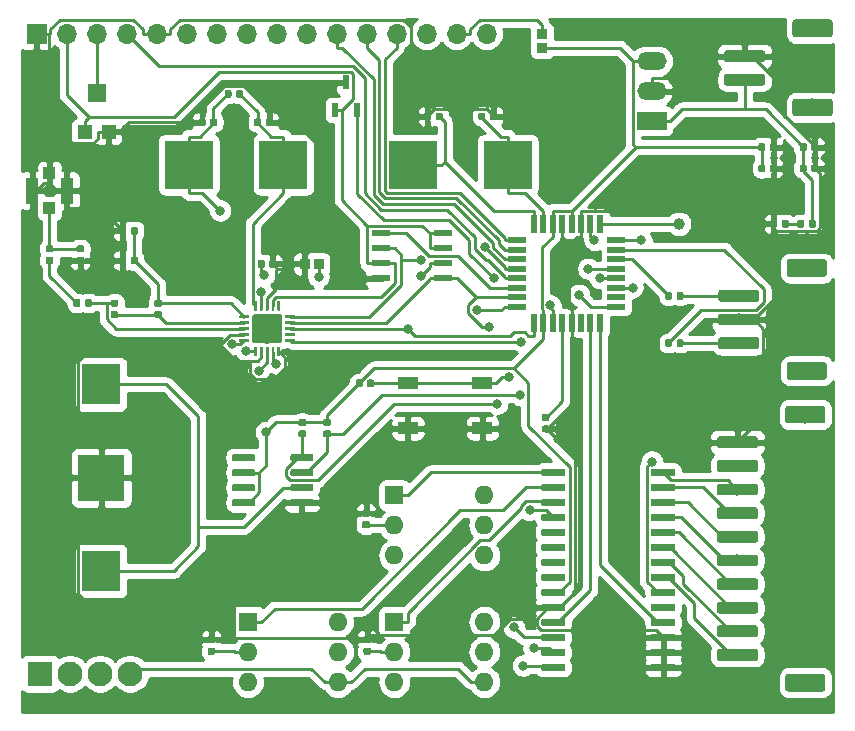
<source format=gtl>
G04 #@! TF.GenerationSoftware,KiCad,Pcbnew,(5.1.2)-2*
G04 #@! TF.CreationDate,2019-08-06T20:33:04-04:00*
G04 #@! TF.ProjectId,Thermostat_Layout,54686572-6d6f-4737-9461-745f4c61796f,rev?*
G04 #@! TF.SameCoordinates,Original*
G04 #@! TF.FileFunction,Copper,L1,Top*
G04 #@! TF.FilePolarity,Positive*
%FSLAX46Y46*%
G04 Gerber Fmt 4.6, Leading zero omitted, Abs format (unit mm)*
G04 Created by KiCad (PCBNEW (5.1.2)-2) date 2019-08-06 20:33:04*
%MOMM*%
%LPD*%
G04 APERTURE LIST*
%ADD10R,4.100000X4.100000*%
%ADD11R,0.558800X1.143000*%
%ADD12C,0.100000*%
%ADD13C,0.600000*%
%ADD14R,3.300000X3.500000*%
%ADD15R,4.000000X4.000000*%
%ADD16C,0.590000*%
%ADD17C,1.000000*%
%ADD18R,1.700000X1.000000*%
%ADD19O,1.600000X1.600000*%
%ADD20R,1.600000X1.600000*%
%ADD21R,1.640000X0.590000*%
%ADD22C,2.500000*%
%ADD23C,0.250000*%
%ADD24R,2.500000X1.500000*%
%ADD25O,2.500000X1.500000*%
%ADD26R,1.500000X0.550000*%
%ADD27R,0.550000X1.500000*%
%ADD28R,1.200000X1.200000*%
%ADD29R,1.600000X1.500000*%
%ADD30R,0.848360X0.899160*%
%ADD31R,0.899160X0.848360*%
%ADD32C,1.500000*%
%ADD33R,2.100000X2.100000*%
%ADD34C,2.100000*%
%ADD35R,1.050000X2.200000*%
%ADD36R,1.000000X1.000000*%
%ADD37O,1.700000X1.700000*%
%ADD38R,1.700000X1.700000*%
%ADD39C,0.800000*%
%ADD40C,0.250000*%
%ADD41C,0.254000*%
G04 APERTURE END LIST*
D10*
X79200000Y-50700000D03*
X71200000Y-50700000D03*
X90200000Y-50700000D03*
X98200000Y-50700000D03*
D11*
X84500000Y-43731600D03*
X85465200Y-46068400D03*
X83534800Y-46068400D03*
D12*
G36*
X112239703Y-76445722D02*
G01*
X112254264Y-76447882D01*
X112268543Y-76451459D01*
X112282403Y-76456418D01*
X112295710Y-76462712D01*
X112308336Y-76470280D01*
X112320159Y-76479048D01*
X112331066Y-76488934D01*
X112340952Y-76499841D01*
X112349720Y-76511664D01*
X112357288Y-76524290D01*
X112363582Y-76537597D01*
X112368541Y-76551457D01*
X112372118Y-76565736D01*
X112374278Y-76580297D01*
X112375000Y-76595000D01*
X112375000Y-76895000D01*
X112374278Y-76909703D01*
X112372118Y-76924264D01*
X112368541Y-76938543D01*
X112363582Y-76952403D01*
X112357288Y-76965710D01*
X112349720Y-76978336D01*
X112340952Y-76990159D01*
X112331066Y-77001066D01*
X112320159Y-77010952D01*
X112308336Y-77019720D01*
X112295710Y-77027288D01*
X112282403Y-77033582D01*
X112268543Y-77038541D01*
X112254264Y-77042118D01*
X112239703Y-77044278D01*
X112225000Y-77045000D01*
X110475000Y-77045000D01*
X110460297Y-77044278D01*
X110445736Y-77042118D01*
X110431457Y-77038541D01*
X110417597Y-77033582D01*
X110404290Y-77027288D01*
X110391664Y-77019720D01*
X110379841Y-77010952D01*
X110368934Y-77001066D01*
X110359048Y-76990159D01*
X110350280Y-76978336D01*
X110342712Y-76965710D01*
X110336418Y-76952403D01*
X110331459Y-76938543D01*
X110327882Y-76924264D01*
X110325722Y-76909703D01*
X110325000Y-76895000D01*
X110325000Y-76595000D01*
X110325722Y-76580297D01*
X110327882Y-76565736D01*
X110331459Y-76551457D01*
X110336418Y-76537597D01*
X110342712Y-76524290D01*
X110350280Y-76511664D01*
X110359048Y-76499841D01*
X110368934Y-76488934D01*
X110379841Y-76479048D01*
X110391664Y-76470280D01*
X110404290Y-76462712D01*
X110417597Y-76456418D01*
X110431457Y-76451459D01*
X110445736Y-76447882D01*
X110460297Y-76445722D01*
X110475000Y-76445000D01*
X112225000Y-76445000D01*
X112239703Y-76445722D01*
X112239703Y-76445722D01*
G37*
D13*
X111350000Y-76745000D03*
D12*
G36*
X112239703Y-77715722D02*
G01*
X112254264Y-77717882D01*
X112268543Y-77721459D01*
X112282403Y-77726418D01*
X112295710Y-77732712D01*
X112308336Y-77740280D01*
X112320159Y-77749048D01*
X112331066Y-77758934D01*
X112340952Y-77769841D01*
X112349720Y-77781664D01*
X112357288Y-77794290D01*
X112363582Y-77807597D01*
X112368541Y-77821457D01*
X112372118Y-77835736D01*
X112374278Y-77850297D01*
X112375000Y-77865000D01*
X112375000Y-78165000D01*
X112374278Y-78179703D01*
X112372118Y-78194264D01*
X112368541Y-78208543D01*
X112363582Y-78222403D01*
X112357288Y-78235710D01*
X112349720Y-78248336D01*
X112340952Y-78260159D01*
X112331066Y-78271066D01*
X112320159Y-78280952D01*
X112308336Y-78289720D01*
X112295710Y-78297288D01*
X112282403Y-78303582D01*
X112268543Y-78308541D01*
X112254264Y-78312118D01*
X112239703Y-78314278D01*
X112225000Y-78315000D01*
X110475000Y-78315000D01*
X110460297Y-78314278D01*
X110445736Y-78312118D01*
X110431457Y-78308541D01*
X110417597Y-78303582D01*
X110404290Y-78297288D01*
X110391664Y-78289720D01*
X110379841Y-78280952D01*
X110368934Y-78271066D01*
X110359048Y-78260159D01*
X110350280Y-78248336D01*
X110342712Y-78235710D01*
X110336418Y-78222403D01*
X110331459Y-78208543D01*
X110327882Y-78194264D01*
X110325722Y-78179703D01*
X110325000Y-78165000D01*
X110325000Y-77865000D01*
X110325722Y-77850297D01*
X110327882Y-77835736D01*
X110331459Y-77821457D01*
X110336418Y-77807597D01*
X110342712Y-77794290D01*
X110350280Y-77781664D01*
X110359048Y-77769841D01*
X110368934Y-77758934D01*
X110379841Y-77749048D01*
X110391664Y-77740280D01*
X110404290Y-77732712D01*
X110417597Y-77726418D01*
X110431457Y-77721459D01*
X110445736Y-77717882D01*
X110460297Y-77715722D01*
X110475000Y-77715000D01*
X112225000Y-77715000D01*
X112239703Y-77715722D01*
X112239703Y-77715722D01*
G37*
D13*
X111350000Y-78015000D03*
D12*
G36*
X112239703Y-78985722D02*
G01*
X112254264Y-78987882D01*
X112268543Y-78991459D01*
X112282403Y-78996418D01*
X112295710Y-79002712D01*
X112308336Y-79010280D01*
X112320159Y-79019048D01*
X112331066Y-79028934D01*
X112340952Y-79039841D01*
X112349720Y-79051664D01*
X112357288Y-79064290D01*
X112363582Y-79077597D01*
X112368541Y-79091457D01*
X112372118Y-79105736D01*
X112374278Y-79120297D01*
X112375000Y-79135000D01*
X112375000Y-79435000D01*
X112374278Y-79449703D01*
X112372118Y-79464264D01*
X112368541Y-79478543D01*
X112363582Y-79492403D01*
X112357288Y-79505710D01*
X112349720Y-79518336D01*
X112340952Y-79530159D01*
X112331066Y-79541066D01*
X112320159Y-79550952D01*
X112308336Y-79559720D01*
X112295710Y-79567288D01*
X112282403Y-79573582D01*
X112268543Y-79578541D01*
X112254264Y-79582118D01*
X112239703Y-79584278D01*
X112225000Y-79585000D01*
X110475000Y-79585000D01*
X110460297Y-79584278D01*
X110445736Y-79582118D01*
X110431457Y-79578541D01*
X110417597Y-79573582D01*
X110404290Y-79567288D01*
X110391664Y-79559720D01*
X110379841Y-79550952D01*
X110368934Y-79541066D01*
X110359048Y-79530159D01*
X110350280Y-79518336D01*
X110342712Y-79505710D01*
X110336418Y-79492403D01*
X110331459Y-79478543D01*
X110327882Y-79464264D01*
X110325722Y-79449703D01*
X110325000Y-79435000D01*
X110325000Y-79135000D01*
X110325722Y-79120297D01*
X110327882Y-79105736D01*
X110331459Y-79091457D01*
X110336418Y-79077597D01*
X110342712Y-79064290D01*
X110350280Y-79051664D01*
X110359048Y-79039841D01*
X110368934Y-79028934D01*
X110379841Y-79019048D01*
X110391664Y-79010280D01*
X110404290Y-79002712D01*
X110417597Y-78996418D01*
X110431457Y-78991459D01*
X110445736Y-78987882D01*
X110460297Y-78985722D01*
X110475000Y-78985000D01*
X112225000Y-78985000D01*
X112239703Y-78985722D01*
X112239703Y-78985722D01*
G37*
D13*
X111350000Y-79285000D03*
D12*
G36*
X112239703Y-80255722D02*
G01*
X112254264Y-80257882D01*
X112268543Y-80261459D01*
X112282403Y-80266418D01*
X112295710Y-80272712D01*
X112308336Y-80280280D01*
X112320159Y-80289048D01*
X112331066Y-80298934D01*
X112340952Y-80309841D01*
X112349720Y-80321664D01*
X112357288Y-80334290D01*
X112363582Y-80347597D01*
X112368541Y-80361457D01*
X112372118Y-80375736D01*
X112374278Y-80390297D01*
X112375000Y-80405000D01*
X112375000Y-80705000D01*
X112374278Y-80719703D01*
X112372118Y-80734264D01*
X112368541Y-80748543D01*
X112363582Y-80762403D01*
X112357288Y-80775710D01*
X112349720Y-80788336D01*
X112340952Y-80800159D01*
X112331066Y-80811066D01*
X112320159Y-80820952D01*
X112308336Y-80829720D01*
X112295710Y-80837288D01*
X112282403Y-80843582D01*
X112268543Y-80848541D01*
X112254264Y-80852118D01*
X112239703Y-80854278D01*
X112225000Y-80855000D01*
X110475000Y-80855000D01*
X110460297Y-80854278D01*
X110445736Y-80852118D01*
X110431457Y-80848541D01*
X110417597Y-80843582D01*
X110404290Y-80837288D01*
X110391664Y-80829720D01*
X110379841Y-80820952D01*
X110368934Y-80811066D01*
X110359048Y-80800159D01*
X110350280Y-80788336D01*
X110342712Y-80775710D01*
X110336418Y-80762403D01*
X110331459Y-80748543D01*
X110327882Y-80734264D01*
X110325722Y-80719703D01*
X110325000Y-80705000D01*
X110325000Y-80405000D01*
X110325722Y-80390297D01*
X110327882Y-80375736D01*
X110331459Y-80361457D01*
X110336418Y-80347597D01*
X110342712Y-80334290D01*
X110350280Y-80321664D01*
X110359048Y-80309841D01*
X110368934Y-80298934D01*
X110379841Y-80289048D01*
X110391664Y-80280280D01*
X110404290Y-80272712D01*
X110417597Y-80266418D01*
X110431457Y-80261459D01*
X110445736Y-80257882D01*
X110460297Y-80255722D01*
X110475000Y-80255000D01*
X112225000Y-80255000D01*
X112239703Y-80255722D01*
X112239703Y-80255722D01*
G37*
D13*
X111350000Y-80555000D03*
D12*
G36*
X112239703Y-81525722D02*
G01*
X112254264Y-81527882D01*
X112268543Y-81531459D01*
X112282403Y-81536418D01*
X112295710Y-81542712D01*
X112308336Y-81550280D01*
X112320159Y-81559048D01*
X112331066Y-81568934D01*
X112340952Y-81579841D01*
X112349720Y-81591664D01*
X112357288Y-81604290D01*
X112363582Y-81617597D01*
X112368541Y-81631457D01*
X112372118Y-81645736D01*
X112374278Y-81660297D01*
X112375000Y-81675000D01*
X112375000Y-81975000D01*
X112374278Y-81989703D01*
X112372118Y-82004264D01*
X112368541Y-82018543D01*
X112363582Y-82032403D01*
X112357288Y-82045710D01*
X112349720Y-82058336D01*
X112340952Y-82070159D01*
X112331066Y-82081066D01*
X112320159Y-82090952D01*
X112308336Y-82099720D01*
X112295710Y-82107288D01*
X112282403Y-82113582D01*
X112268543Y-82118541D01*
X112254264Y-82122118D01*
X112239703Y-82124278D01*
X112225000Y-82125000D01*
X110475000Y-82125000D01*
X110460297Y-82124278D01*
X110445736Y-82122118D01*
X110431457Y-82118541D01*
X110417597Y-82113582D01*
X110404290Y-82107288D01*
X110391664Y-82099720D01*
X110379841Y-82090952D01*
X110368934Y-82081066D01*
X110359048Y-82070159D01*
X110350280Y-82058336D01*
X110342712Y-82045710D01*
X110336418Y-82032403D01*
X110331459Y-82018543D01*
X110327882Y-82004264D01*
X110325722Y-81989703D01*
X110325000Y-81975000D01*
X110325000Y-81675000D01*
X110325722Y-81660297D01*
X110327882Y-81645736D01*
X110331459Y-81631457D01*
X110336418Y-81617597D01*
X110342712Y-81604290D01*
X110350280Y-81591664D01*
X110359048Y-81579841D01*
X110368934Y-81568934D01*
X110379841Y-81559048D01*
X110391664Y-81550280D01*
X110404290Y-81542712D01*
X110417597Y-81536418D01*
X110431457Y-81531459D01*
X110445736Y-81527882D01*
X110460297Y-81525722D01*
X110475000Y-81525000D01*
X112225000Y-81525000D01*
X112239703Y-81525722D01*
X112239703Y-81525722D01*
G37*
D13*
X111350000Y-81825000D03*
D12*
G36*
X112239703Y-82795722D02*
G01*
X112254264Y-82797882D01*
X112268543Y-82801459D01*
X112282403Y-82806418D01*
X112295710Y-82812712D01*
X112308336Y-82820280D01*
X112320159Y-82829048D01*
X112331066Y-82838934D01*
X112340952Y-82849841D01*
X112349720Y-82861664D01*
X112357288Y-82874290D01*
X112363582Y-82887597D01*
X112368541Y-82901457D01*
X112372118Y-82915736D01*
X112374278Y-82930297D01*
X112375000Y-82945000D01*
X112375000Y-83245000D01*
X112374278Y-83259703D01*
X112372118Y-83274264D01*
X112368541Y-83288543D01*
X112363582Y-83302403D01*
X112357288Y-83315710D01*
X112349720Y-83328336D01*
X112340952Y-83340159D01*
X112331066Y-83351066D01*
X112320159Y-83360952D01*
X112308336Y-83369720D01*
X112295710Y-83377288D01*
X112282403Y-83383582D01*
X112268543Y-83388541D01*
X112254264Y-83392118D01*
X112239703Y-83394278D01*
X112225000Y-83395000D01*
X110475000Y-83395000D01*
X110460297Y-83394278D01*
X110445736Y-83392118D01*
X110431457Y-83388541D01*
X110417597Y-83383582D01*
X110404290Y-83377288D01*
X110391664Y-83369720D01*
X110379841Y-83360952D01*
X110368934Y-83351066D01*
X110359048Y-83340159D01*
X110350280Y-83328336D01*
X110342712Y-83315710D01*
X110336418Y-83302403D01*
X110331459Y-83288543D01*
X110327882Y-83274264D01*
X110325722Y-83259703D01*
X110325000Y-83245000D01*
X110325000Y-82945000D01*
X110325722Y-82930297D01*
X110327882Y-82915736D01*
X110331459Y-82901457D01*
X110336418Y-82887597D01*
X110342712Y-82874290D01*
X110350280Y-82861664D01*
X110359048Y-82849841D01*
X110368934Y-82838934D01*
X110379841Y-82829048D01*
X110391664Y-82820280D01*
X110404290Y-82812712D01*
X110417597Y-82806418D01*
X110431457Y-82801459D01*
X110445736Y-82797882D01*
X110460297Y-82795722D01*
X110475000Y-82795000D01*
X112225000Y-82795000D01*
X112239703Y-82795722D01*
X112239703Y-82795722D01*
G37*
D13*
X111350000Y-83095000D03*
D12*
G36*
X112239703Y-84065722D02*
G01*
X112254264Y-84067882D01*
X112268543Y-84071459D01*
X112282403Y-84076418D01*
X112295710Y-84082712D01*
X112308336Y-84090280D01*
X112320159Y-84099048D01*
X112331066Y-84108934D01*
X112340952Y-84119841D01*
X112349720Y-84131664D01*
X112357288Y-84144290D01*
X112363582Y-84157597D01*
X112368541Y-84171457D01*
X112372118Y-84185736D01*
X112374278Y-84200297D01*
X112375000Y-84215000D01*
X112375000Y-84515000D01*
X112374278Y-84529703D01*
X112372118Y-84544264D01*
X112368541Y-84558543D01*
X112363582Y-84572403D01*
X112357288Y-84585710D01*
X112349720Y-84598336D01*
X112340952Y-84610159D01*
X112331066Y-84621066D01*
X112320159Y-84630952D01*
X112308336Y-84639720D01*
X112295710Y-84647288D01*
X112282403Y-84653582D01*
X112268543Y-84658541D01*
X112254264Y-84662118D01*
X112239703Y-84664278D01*
X112225000Y-84665000D01*
X110475000Y-84665000D01*
X110460297Y-84664278D01*
X110445736Y-84662118D01*
X110431457Y-84658541D01*
X110417597Y-84653582D01*
X110404290Y-84647288D01*
X110391664Y-84639720D01*
X110379841Y-84630952D01*
X110368934Y-84621066D01*
X110359048Y-84610159D01*
X110350280Y-84598336D01*
X110342712Y-84585710D01*
X110336418Y-84572403D01*
X110331459Y-84558543D01*
X110327882Y-84544264D01*
X110325722Y-84529703D01*
X110325000Y-84515000D01*
X110325000Y-84215000D01*
X110325722Y-84200297D01*
X110327882Y-84185736D01*
X110331459Y-84171457D01*
X110336418Y-84157597D01*
X110342712Y-84144290D01*
X110350280Y-84131664D01*
X110359048Y-84119841D01*
X110368934Y-84108934D01*
X110379841Y-84099048D01*
X110391664Y-84090280D01*
X110404290Y-84082712D01*
X110417597Y-84076418D01*
X110431457Y-84071459D01*
X110445736Y-84067882D01*
X110460297Y-84065722D01*
X110475000Y-84065000D01*
X112225000Y-84065000D01*
X112239703Y-84065722D01*
X112239703Y-84065722D01*
G37*
D13*
X111350000Y-84365000D03*
D12*
G36*
X112239703Y-85335722D02*
G01*
X112254264Y-85337882D01*
X112268543Y-85341459D01*
X112282403Y-85346418D01*
X112295710Y-85352712D01*
X112308336Y-85360280D01*
X112320159Y-85369048D01*
X112331066Y-85378934D01*
X112340952Y-85389841D01*
X112349720Y-85401664D01*
X112357288Y-85414290D01*
X112363582Y-85427597D01*
X112368541Y-85441457D01*
X112372118Y-85455736D01*
X112374278Y-85470297D01*
X112375000Y-85485000D01*
X112375000Y-85785000D01*
X112374278Y-85799703D01*
X112372118Y-85814264D01*
X112368541Y-85828543D01*
X112363582Y-85842403D01*
X112357288Y-85855710D01*
X112349720Y-85868336D01*
X112340952Y-85880159D01*
X112331066Y-85891066D01*
X112320159Y-85900952D01*
X112308336Y-85909720D01*
X112295710Y-85917288D01*
X112282403Y-85923582D01*
X112268543Y-85928541D01*
X112254264Y-85932118D01*
X112239703Y-85934278D01*
X112225000Y-85935000D01*
X110475000Y-85935000D01*
X110460297Y-85934278D01*
X110445736Y-85932118D01*
X110431457Y-85928541D01*
X110417597Y-85923582D01*
X110404290Y-85917288D01*
X110391664Y-85909720D01*
X110379841Y-85900952D01*
X110368934Y-85891066D01*
X110359048Y-85880159D01*
X110350280Y-85868336D01*
X110342712Y-85855710D01*
X110336418Y-85842403D01*
X110331459Y-85828543D01*
X110327882Y-85814264D01*
X110325722Y-85799703D01*
X110325000Y-85785000D01*
X110325000Y-85485000D01*
X110325722Y-85470297D01*
X110327882Y-85455736D01*
X110331459Y-85441457D01*
X110336418Y-85427597D01*
X110342712Y-85414290D01*
X110350280Y-85401664D01*
X110359048Y-85389841D01*
X110368934Y-85378934D01*
X110379841Y-85369048D01*
X110391664Y-85360280D01*
X110404290Y-85352712D01*
X110417597Y-85346418D01*
X110431457Y-85341459D01*
X110445736Y-85337882D01*
X110460297Y-85335722D01*
X110475000Y-85335000D01*
X112225000Y-85335000D01*
X112239703Y-85335722D01*
X112239703Y-85335722D01*
G37*
D13*
X111350000Y-85635000D03*
D12*
G36*
X112239703Y-86605722D02*
G01*
X112254264Y-86607882D01*
X112268543Y-86611459D01*
X112282403Y-86616418D01*
X112295710Y-86622712D01*
X112308336Y-86630280D01*
X112320159Y-86639048D01*
X112331066Y-86648934D01*
X112340952Y-86659841D01*
X112349720Y-86671664D01*
X112357288Y-86684290D01*
X112363582Y-86697597D01*
X112368541Y-86711457D01*
X112372118Y-86725736D01*
X112374278Y-86740297D01*
X112375000Y-86755000D01*
X112375000Y-87055000D01*
X112374278Y-87069703D01*
X112372118Y-87084264D01*
X112368541Y-87098543D01*
X112363582Y-87112403D01*
X112357288Y-87125710D01*
X112349720Y-87138336D01*
X112340952Y-87150159D01*
X112331066Y-87161066D01*
X112320159Y-87170952D01*
X112308336Y-87179720D01*
X112295710Y-87187288D01*
X112282403Y-87193582D01*
X112268543Y-87198541D01*
X112254264Y-87202118D01*
X112239703Y-87204278D01*
X112225000Y-87205000D01*
X110475000Y-87205000D01*
X110460297Y-87204278D01*
X110445736Y-87202118D01*
X110431457Y-87198541D01*
X110417597Y-87193582D01*
X110404290Y-87187288D01*
X110391664Y-87179720D01*
X110379841Y-87170952D01*
X110368934Y-87161066D01*
X110359048Y-87150159D01*
X110350280Y-87138336D01*
X110342712Y-87125710D01*
X110336418Y-87112403D01*
X110331459Y-87098543D01*
X110327882Y-87084264D01*
X110325722Y-87069703D01*
X110325000Y-87055000D01*
X110325000Y-86755000D01*
X110325722Y-86740297D01*
X110327882Y-86725736D01*
X110331459Y-86711457D01*
X110336418Y-86697597D01*
X110342712Y-86684290D01*
X110350280Y-86671664D01*
X110359048Y-86659841D01*
X110368934Y-86648934D01*
X110379841Y-86639048D01*
X110391664Y-86630280D01*
X110404290Y-86622712D01*
X110417597Y-86616418D01*
X110431457Y-86611459D01*
X110445736Y-86607882D01*
X110460297Y-86605722D01*
X110475000Y-86605000D01*
X112225000Y-86605000D01*
X112239703Y-86605722D01*
X112239703Y-86605722D01*
G37*
D13*
X111350000Y-86905000D03*
D12*
G36*
X112239703Y-87875722D02*
G01*
X112254264Y-87877882D01*
X112268543Y-87881459D01*
X112282403Y-87886418D01*
X112295710Y-87892712D01*
X112308336Y-87900280D01*
X112320159Y-87909048D01*
X112331066Y-87918934D01*
X112340952Y-87929841D01*
X112349720Y-87941664D01*
X112357288Y-87954290D01*
X112363582Y-87967597D01*
X112368541Y-87981457D01*
X112372118Y-87995736D01*
X112374278Y-88010297D01*
X112375000Y-88025000D01*
X112375000Y-88325000D01*
X112374278Y-88339703D01*
X112372118Y-88354264D01*
X112368541Y-88368543D01*
X112363582Y-88382403D01*
X112357288Y-88395710D01*
X112349720Y-88408336D01*
X112340952Y-88420159D01*
X112331066Y-88431066D01*
X112320159Y-88440952D01*
X112308336Y-88449720D01*
X112295710Y-88457288D01*
X112282403Y-88463582D01*
X112268543Y-88468541D01*
X112254264Y-88472118D01*
X112239703Y-88474278D01*
X112225000Y-88475000D01*
X110475000Y-88475000D01*
X110460297Y-88474278D01*
X110445736Y-88472118D01*
X110431457Y-88468541D01*
X110417597Y-88463582D01*
X110404290Y-88457288D01*
X110391664Y-88449720D01*
X110379841Y-88440952D01*
X110368934Y-88431066D01*
X110359048Y-88420159D01*
X110350280Y-88408336D01*
X110342712Y-88395710D01*
X110336418Y-88382403D01*
X110331459Y-88368543D01*
X110327882Y-88354264D01*
X110325722Y-88339703D01*
X110325000Y-88325000D01*
X110325000Y-88025000D01*
X110325722Y-88010297D01*
X110327882Y-87995736D01*
X110331459Y-87981457D01*
X110336418Y-87967597D01*
X110342712Y-87954290D01*
X110350280Y-87941664D01*
X110359048Y-87929841D01*
X110368934Y-87918934D01*
X110379841Y-87909048D01*
X110391664Y-87900280D01*
X110404290Y-87892712D01*
X110417597Y-87886418D01*
X110431457Y-87881459D01*
X110445736Y-87877882D01*
X110460297Y-87875722D01*
X110475000Y-87875000D01*
X112225000Y-87875000D01*
X112239703Y-87875722D01*
X112239703Y-87875722D01*
G37*
D13*
X111350000Y-88175000D03*
D12*
G36*
X112239703Y-89145722D02*
G01*
X112254264Y-89147882D01*
X112268543Y-89151459D01*
X112282403Y-89156418D01*
X112295710Y-89162712D01*
X112308336Y-89170280D01*
X112320159Y-89179048D01*
X112331066Y-89188934D01*
X112340952Y-89199841D01*
X112349720Y-89211664D01*
X112357288Y-89224290D01*
X112363582Y-89237597D01*
X112368541Y-89251457D01*
X112372118Y-89265736D01*
X112374278Y-89280297D01*
X112375000Y-89295000D01*
X112375000Y-89595000D01*
X112374278Y-89609703D01*
X112372118Y-89624264D01*
X112368541Y-89638543D01*
X112363582Y-89652403D01*
X112357288Y-89665710D01*
X112349720Y-89678336D01*
X112340952Y-89690159D01*
X112331066Y-89701066D01*
X112320159Y-89710952D01*
X112308336Y-89719720D01*
X112295710Y-89727288D01*
X112282403Y-89733582D01*
X112268543Y-89738541D01*
X112254264Y-89742118D01*
X112239703Y-89744278D01*
X112225000Y-89745000D01*
X110475000Y-89745000D01*
X110460297Y-89744278D01*
X110445736Y-89742118D01*
X110431457Y-89738541D01*
X110417597Y-89733582D01*
X110404290Y-89727288D01*
X110391664Y-89719720D01*
X110379841Y-89710952D01*
X110368934Y-89701066D01*
X110359048Y-89690159D01*
X110350280Y-89678336D01*
X110342712Y-89665710D01*
X110336418Y-89652403D01*
X110331459Y-89638543D01*
X110327882Y-89624264D01*
X110325722Y-89609703D01*
X110325000Y-89595000D01*
X110325000Y-89295000D01*
X110325722Y-89280297D01*
X110327882Y-89265736D01*
X110331459Y-89251457D01*
X110336418Y-89237597D01*
X110342712Y-89224290D01*
X110350280Y-89211664D01*
X110359048Y-89199841D01*
X110368934Y-89188934D01*
X110379841Y-89179048D01*
X110391664Y-89170280D01*
X110404290Y-89162712D01*
X110417597Y-89156418D01*
X110431457Y-89151459D01*
X110445736Y-89147882D01*
X110460297Y-89145722D01*
X110475000Y-89145000D01*
X112225000Y-89145000D01*
X112239703Y-89145722D01*
X112239703Y-89145722D01*
G37*
D13*
X111350000Y-89445000D03*
D12*
G36*
X112239703Y-90415722D02*
G01*
X112254264Y-90417882D01*
X112268543Y-90421459D01*
X112282403Y-90426418D01*
X112295710Y-90432712D01*
X112308336Y-90440280D01*
X112320159Y-90449048D01*
X112331066Y-90458934D01*
X112340952Y-90469841D01*
X112349720Y-90481664D01*
X112357288Y-90494290D01*
X112363582Y-90507597D01*
X112368541Y-90521457D01*
X112372118Y-90535736D01*
X112374278Y-90550297D01*
X112375000Y-90565000D01*
X112375000Y-90865000D01*
X112374278Y-90879703D01*
X112372118Y-90894264D01*
X112368541Y-90908543D01*
X112363582Y-90922403D01*
X112357288Y-90935710D01*
X112349720Y-90948336D01*
X112340952Y-90960159D01*
X112331066Y-90971066D01*
X112320159Y-90980952D01*
X112308336Y-90989720D01*
X112295710Y-90997288D01*
X112282403Y-91003582D01*
X112268543Y-91008541D01*
X112254264Y-91012118D01*
X112239703Y-91014278D01*
X112225000Y-91015000D01*
X110475000Y-91015000D01*
X110460297Y-91014278D01*
X110445736Y-91012118D01*
X110431457Y-91008541D01*
X110417597Y-91003582D01*
X110404290Y-90997288D01*
X110391664Y-90989720D01*
X110379841Y-90980952D01*
X110368934Y-90971066D01*
X110359048Y-90960159D01*
X110350280Y-90948336D01*
X110342712Y-90935710D01*
X110336418Y-90922403D01*
X110331459Y-90908543D01*
X110327882Y-90894264D01*
X110325722Y-90879703D01*
X110325000Y-90865000D01*
X110325000Y-90565000D01*
X110325722Y-90550297D01*
X110327882Y-90535736D01*
X110331459Y-90521457D01*
X110336418Y-90507597D01*
X110342712Y-90494290D01*
X110350280Y-90481664D01*
X110359048Y-90469841D01*
X110368934Y-90458934D01*
X110379841Y-90449048D01*
X110391664Y-90440280D01*
X110404290Y-90432712D01*
X110417597Y-90426418D01*
X110431457Y-90421459D01*
X110445736Y-90417882D01*
X110460297Y-90415722D01*
X110475000Y-90415000D01*
X112225000Y-90415000D01*
X112239703Y-90415722D01*
X112239703Y-90415722D01*
G37*
D13*
X111350000Y-90715000D03*
D12*
G36*
X112239703Y-91685722D02*
G01*
X112254264Y-91687882D01*
X112268543Y-91691459D01*
X112282403Y-91696418D01*
X112295710Y-91702712D01*
X112308336Y-91710280D01*
X112320159Y-91719048D01*
X112331066Y-91728934D01*
X112340952Y-91739841D01*
X112349720Y-91751664D01*
X112357288Y-91764290D01*
X112363582Y-91777597D01*
X112368541Y-91791457D01*
X112372118Y-91805736D01*
X112374278Y-91820297D01*
X112375000Y-91835000D01*
X112375000Y-92135000D01*
X112374278Y-92149703D01*
X112372118Y-92164264D01*
X112368541Y-92178543D01*
X112363582Y-92192403D01*
X112357288Y-92205710D01*
X112349720Y-92218336D01*
X112340952Y-92230159D01*
X112331066Y-92241066D01*
X112320159Y-92250952D01*
X112308336Y-92259720D01*
X112295710Y-92267288D01*
X112282403Y-92273582D01*
X112268543Y-92278541D01*
X112254264Y-92282118D01*
X112239703Y-92284278D01*
X112225000Y-92285000D01*
X110475000Y-92285000D01*
X110460297Y-92284278D01*
X110445736Y-92282118D01*
X110431457Y-92278541D01*
X110417597Y-92273582D01*
X110404290Y-92267288D01*
X110391664Y-92259720D01*
X110379841Y-92250952D01*
X110368934Y-92241066D01*
X110359048Y-92230159D01*
X110350280Y-92218336D01*
X110342712Y-92205710D01*
X110336418Y-92192403D01*
X110331459Y-92178543D01*
X110327882Y-92164264D01*
X110325722Y-92149703D01*
X110325000Y-92135000D01*
X110325000Y-91835000D01*
X110325722Y-91820297D01*
X110327882Y-91805736D01*
X110331459Y-91791457D01*
X110336418Y-91777597D01*
X110342712Y-91764290D01*
X110350280Y-91751664D01*
X110359048Y-91739841D01*
X110368934Y-91728934D01*
X110379841Y-91719048D01*
X110391664Y-91710280D01*
X110404290Y-91702712D01*
X110417597Y-91696418D01*
X110431457Y-91691459D01*
X110445736Y-91687882D01*
X110460297Y-91685722D01*
X110475000Y-91685000D01*
X112225000Y-91685000D01*
X112239703Y-91685722D01*
X112239703Y-91685722D01*
G37*
D13*
X111350000Y-91985000D03*
D12*
G36*
X112239703Y-92955722D02*
G01*
X112254264Y-92957882D01*
X112268543Y-92961459D01*
X112282403Y-92966418D01*
X112295710Y-92972712D01*
X112308336Y-92980280D01*
X112320159Y-92989048D01*
X112331066Y-92998934D01*
X112340952Y-93009841D01*
X112349720Y-93021664D01*
X112357288Y-93034290D01*
X112363582Y-93047597D01*
X112368541Y-93061457D01*
X112372118Y-93075736D01*
X112374278Y-93090297D01*
X112375000Y-93105000D01*
X112375000Y-93405000D01*
X112374278Y-93419703D01*
X112372118Y-93434264D01*
X112368541Y-93448543D01*
X112363582Y-93462403D01*
X112357288Y-93475710D01*
X112349720Y-93488336D01*
X112340952Y-93500159D01*
X112331066Y-93511066D01*
X112320159Y-93520952D01*
X112308336Y-93529720D01*
X112295710Y-93537288D01*
X112282403Y-93543582D01*
X112268543Y-93548541D01*
X112254264Y-93552118D01*
X112239703Y-93554278D01*
X112225000Y-93555000D01*
X110475000Y-93555000D01*
X110460297Y-93554278D01*
X110445736Y-93552118D01*
X110431457Y-93548541D01*
X110417597Y-93543582D01*
X110404290Y-93537288D01*
X110391664Y-93529720D01*
X110379841Y-93520952D01*
X110368934Y-93511066D01*
X110359048Y-93500159D01*
X110350280Y-93488336D01*
X110342712Y-93475710D01*
X110336418Y-93462403D01*
X110331459Y-93448543D01*
X110327882Y-93434264D01*
X110325722Y-93419703D01*
X110325000Y-93405000D01*
X110325000Y-93105000D01*
X110325722Y-93090297D01*
X110327882Y-93075736D01*
X110331459Y-93061457D01*
X110336418Y-93047597D01*
X110342712Y-93034290D01*
X110350280Y-93021664D01*
X110359048Y-93009841D01*
X110368934Y-92998934D01*
X110379841Y-92989048D01*
X110391664Y-92980280D01*
X110404290Y-92972712D01*
X110417597Y-92966418D01*
X110431457Y-92961459D01*
X110445736Y-92957882D01*
X110460297Y-92955722D01*
X110475000Y-92955000D01*
X112225000Y-92955000D01*
X112239703Y-92955722D01*
X112239703Y-92955722D01*
G37*
D13*
X111350000Y-93255000D03*
D12*
G36*
X102939703Y-92955722D02*
G01*
X102954264Y-92957882D01*
X102968543Y-92961459D01*
X102982403Y-92966418D01*
X102995710Y-92972712D01*
X103008336Y-92980280D01*
X103020159Y-92989048D01*
X103031066Y-92998934D01*
X103040952Y-93009841D01*
X103049720Y-93021664D01*
X103057288Y-93034290D01*
X103063582Y-93047597D01*
X103068541Y-93061457D01*
X103072118Y-93075736D01*
X103074278Y-93090297D01*
X103075000Y-93105000D01*
X103075000Y-93405000D01*
X103074278Y-93419703D01*
X103072118Y-93434264D01*
X103068541Y-93448543D01*
X103063582Y-93462403D01*
X103057288Y-93475710D01*
X103049720Y-93488336D01*
X103040952Y-93500159D01*
X103031066Y-93511066D01*
X103020159Y-93520952D01*
X103008336Y-93529720D01*
X102995710Y-93537288D01*
X102982403Y-93543582D01*
X102968543Y-93548541D01*
X102954264Y-93552118D01*
X102939703Y-93554278D01*
X102925000Y-93555000D01*
X101175000Y-93555000D01*
X101160297Y-93554278D01*
X101145736Y-93552118D01*
X101131457Y-93548541D01*
X101117597Y-93543582D01*
X101104290Y-93537288D01*
X101091664Y-93529720D01*
X101079841Y-93520952D01*
X101068934Y-93511066D01*
X101059048Y-93500159D01*
X101050280Y-93488336D01*
X101042712Y-93475710D01*
X101036418Y-93462403D01*
X101031459Y-93448543D01*
X101027882Y-93434264D01*
X101025722Y-93419703D01*
X101025000Y-93405000D01*
X101025000Y-93105000D01*
X101025722Y-93090297D01*
X101027882Y-93075736D01*
X101031459Y-93061457D01*
X101036418Y-93047597D01*
X101042712Y-93034290D01*
X101050280Y-93021664D01*
X101059048Y-93009841D01*
X101068934Y-92998934D01*
X101079841Y-92989048D01*
X101091664Y-92980280D01*
X101104290Y-92972712D01*
X101117597Y-92966418D01*
X101131457Y-92961459D01*
X101145736Y-92957882D01*
X101160297Y-92955722D01*
X101175000Y-92955000D01*
X102925000Y-92955000D01*
X102939703Y-92955722D01*
X102939703Y-92955722D01*
G37*
D13*
X102050000Y-93255000D03*
D12*
G36*
X102939703Y-91685722D02*
G01*
X102954264Y-91687882D01*
X102968543Y-91691459D01*
X102982403Y-91696418D01*
X102995710Y-91702712D01*
X103008336Y-91710280D01*
X103020159Y-91719048D01*
X103031066Y-91728934D01*
X103040952Y-91739841D01*
X103049720Y-91751664D01*
X103057288Y-91764290D01*
X103063582Y-91777597D01*
X103068541Y-91791457D01*
X103072118Y-91805736D01*
X103074278Y-91820297D01*
X103075000Y-91835000D01*
X103075000Y-92135000D01*
X103074278Y-92149703D01*
X103072118Y-92164264D01*
X103068541Y-92178543D01*
X103063582Y-92192403D01*
X103057288Y-92205710D01*
X103049720Y-92218336D01*
X103040952Y-92230159D01*
X103031066Y-92241066D01*
X103020159Y-92250952D01*
X103008336Y-92259720D01*
X102995710Y-92267288D01*
X102982403Y-92273582D01*
X102968543Y-92278541D01*
X102954264Y-92282118D01*
X102939703Y-92284278D01*
X102925000Y-92285000D01*
X101175000Y-92285000D01*
X101160297Y-92284278D01*
X101145736Y-92282118D01*
X101131457Y-92278541D01*
X101117597Y-92273582D01*
X101104290Y-92267288D01*
X101091664Y-92259720D01*
X101079841Y-92250952D01*
X101068934Y-92241066D01*
X101059048Y-92230159D01*
X101050280Y-92218336D01*
X101042712Y-92205710D01*
X101036418Y-92192403D01*
X101031459Y-92178543D01*
X101027882Y-92164264D01*
X101025722Y-92149703D01*
X101025000Y-92135000D01*
X101025000Y-91835000D01*
X101025722Y-91820297D01*
X101027882Y-91805736D01*
X101031459Y-91791457D01*
X101036418Y-91777597D01*
X101042712Y-91764290D01*
X101050280Y-91751664D01*
X101059048Y-91739841D01*
X101068934Y-91728934D01*
X101079841Y-91719048D01*
X101091664Y-91710280D01*
X101104290Y-91702712D01*
X101117597Y-91696418D01*
X101131457Y-91691459D01*
X101145736Y-91687882D01*
X101160297Y-91685722D01*
X101175000Y-91685000D01*
X102925000Y-91685000D01*
X102939703Y-91685722D01*
X102939703Y-91685722D01*
G37*
D13*
X102050000Y-91985000D03*
D12*
G36*
X102939703Y-90415722D02*
G01*
X102954264Y-90417882D01*
X102968543Y-90421459D01*
X102982403Y-90426418D01*
X102995710Y-90432712D01*
X103008336Y-90440280D01*
X103020159Y-90449048D01*
X103031066Y-90458934D01*
X103040952Y-90469841D01*
X103049720Y-90481664D01*
X103057288Y-90494290D01*
X103063582Y-90507597D01*
X103068541Y-90521457D01*
X103072118Y-90535736D01*
X103074278Y-90550297D01*
X103075000Y-90565000D01*
X103075000Y-90865000D01*
X103074278Y-90879703D01*
X103072118Y-90894264D01*
X103068541Y-90908543D01*
X103063582Y-90922403D01*
X103057288Y-90935710D01*
X103049720Y-90948336D01*
X103040952Y-90960159D01*
X103031066Y-90971066D01*
X103020159Y-90980952D01*
X103008336Y-90989720D01*
X102995710Y-90997288D01*
X102982403Y-91003582D01*
X102968543Y-91008541D01*
X102954264Y-91012118D01*
X102939703Y-91014278D01*
X102925000Y-91015000D01*
X101175000Y-91015000D01*
X101160297Y-91014278D01*
X101145736Y-91012118D01*
X101131457Y-91008541D01*
X101117597Y-91003582D01*
X101104290Y-90997288D01*
X101091664Y-90989720D01*
X101079841Y-90980952D01*
X101068934Y-90971066D01*
X101059048Y-90960159D01*
X101050280Y-90948336D01*
X101042712Y-90935710D01*
X101036418Y-90922403D01*
X101031459Y-90908543D01*
X101027882Y-90894264D01*
X101025722Y-90879703D01*
X101025000Y-90865000D01*
X101025000Y-90565000D01*
X101025722Y-90550297D01*
X101027882Y-90535736D01*
X101031459Y-90521457D01*
X101036418Y-90507597D01*
X101042712Y-90494290D01*
X101050280Y-90481664D01*
X101059048Y-90469841D01*
X101068934Y-90458934D01*
X101079841Y-90449048D01*
X101091664Y-90440280D01*
X101104290Y-90432712D01*
X101117597Y-90426418D01*
X101131457Y-90421459D01*
X101145736Y-90417882D01*
X101160297Y-90415722D01*
X101175000Y-90415000D01*
X102925000Y-90415000D01*
X102939703Y-90415722D01*
X102939703Y-90415722D01*
G37*
D13*
X102050000Y-90715000D03*
D12*
G36*
X102939703Y-89145722D02*
G01*
X102954264Y-89147882D01*
X102968543Y-89151459D01*
X102982403Y-89156418D01*
X102995710Y-89162712D01*
X103008336Y-89170280D01*
X103020159Y-89179048D01*
X103031066Y-89188934D01*
X103040952Y-89199841D01*
X103049720Y-89211664D01*
X103057288Y-89224290D01*
X103063582Y-89237597D01*
X103068541Y-89251457D01*
X103072118Y-89265736D01*
X103074278Y-89280297D01*
X103075000Y-89295000D01*
X103075000Y-89595000D01*
X103074278Y-89609703D01*
X103072118Y-89624264D01*
X103068541Y-89638543D01*
X103063582Y-89652403D01*
X103057288Y-89665710D01*
X103049720Y-89678336D01*
X103040952Y-89690159D01*
X103031066Y-89701066D01*
X103020159Y-89710952D01*
X103008336Y-89719720D01*
X102995710Y-89727288D01*
X102982403Y-89733582D01*
X102968543Y-89738541D01*
X102954264Y-89742118D01*
X102939703Y-89744278D01*
X102925000Y-89745000D01*
X101175000Y-89745000D01*
X101160297Y-89744278D01*
X101145736Y-89742118D01*
X101131457Y-89738541D01*
X101117597Y-89733582D01*
X101104290Y-89727288D01*
X101091664Y-89719720D01*
X101079841Y-89710952D01*
X101068934Y-89701066D01*
X101059048Y-89690159D01*
X101050280Y-89678336D01*
X101042712Y-89665710D01*
X101036418Y-89652403D01*
X101031459Y-89638543D01*
X101027882Y-89624264D01*
X101025722Y-89609703D01*
X101025000Y-89595000D01*
X101025000Y-89295000D01*
X101025722Y-89280297D01*
X101027882Y-89265736D01*
X101031459Y-89251457D01*
X101036418Y-89237597D01*
X101042712Y-89224290D01*
X101050280Y-89211664D01*
X101059048Y-89199841D01*
X101068934Y-89188934D01*
X101079841Y-89179048D01*
X101091664Y-89170280D01*
X101104290Y-89162712D01*
X101117597Y-89156418D01*
X101131457Y-89151459D01*
X101145736Y-89147882D01*
X101160297Y-89145722D01*
X101175000Y-89145000D01*
X102925000Y-89145000D01*
X102939703Y-89145722D01*
X102939703Y-89145722D01*
G37*
D13*
X102050000Y-89445000D03*
D12*
G36*
X102939703Y-87875722D02*
G01*
X102954264Y-87877882D01*
X102968543Y-87881459D01*
X102982403Y-87886418D01*
X102995710Y-87892712D01*
X103008336Y-87900280D01*
X103020159Y-87909048D01*
X103031066Y-87918934D01*
X103040952Y-87929841D01*
X103049720Y-87941664D01*
X103057288Y-87954290D01*
X103063582Y-87967597D01*
X103068541Y-87981457D01*
X103072118Y-87995736D01*
X103074278Y-88010297D01*
X103075000Y-88025000D01*
X103075000Y-88325000D01*
X103074278Y-88339703D01*
X103072118Y-88354264D01*
X103068541Y-88368543D01*
X103063582Y-88382403D01*
X103057288Y-88395710D01*
X103049720Y-88408336D01*
X103040952Y-88420159D01*
X103031066Y-88431066D01*
X103020159Y-88440952D01*
X103008336Y-88449720D01*
X102995710Y-88457288D01*
X102982403Y-88463582D01*
X102968543Y-88468541D01*
X102954264Y-88472118D01*
X102939703Y-88474278D01*
X102925000Y-88475000D01*
X101175000Y-88475000D01*
X101160297Y-88474278D01*
X101145736Y-88472118D01*
X101131457Y-88468541D01*
X101117597Y-88463582D01*
X101104290Y-88457288D01*
X101091664Y-88449720D01*
X101079841Y-88440952D01*
X101068934Y-88431066D01*
X101059048Y-88420159D01*
X101050280Y-88408336D01*
X101042712Y-88395710D01*
X101036418Y-88382403D01*
X101031459Y-88368543D01*
X101027882Y-88354264D01*
X101025722Y-88339703D01*
X101025000Y-88325000D01*
X101025000Y-88025000D01*
X101025722Y-88010297D01*
X101027882Y-87995736D01*
X101031459Y-87981457D01*
X101036418Y-87967597D01*
X101042712Y-87954290D01*
X101050280Y-87941664D01*
X101059048Y-87929841D01*
X101068934Y-87918934D01*
X101079841Y-87909048D01*
X101091664Y-87900280D01*
X101104290Y-87892712D01*
X101117597Y-87886418D01*
X101131457Y-87881459D01*
X101145736Y-87877882D01*
X101160297Y-87875722D01*
X101175000Y-87875000D01*
X102925000Y-87875000D01*
X102939703Y-87875722D01*
X102939703Y-87875722D01*
G37*
D13*
X102050000Y-88175000D03*
D12*
G36*
X102939703Y-86605722D02*
G01*
X102954264Y-86607882D01*
X102968543Y-86611459D01*
X102982403Y-86616418D01*
X102995710Y-86622712D01*
X103008336Y-86630280D01*
X103020159Y-86639048D01*
X103031066Y-86648934D01*
X103040952Y-86659841D01*
X103049720Y-86671664D01*
X103057288Y-86684290D01*
X103063582Y-86697597D01*
X103068541Y-86711457D01*
X103072118Y-86725736D01*
X103074278Y-86740297D01*
X103075000Y-86755000D01*
X103075000Y-87055000D01*
X103074278Y-87069703D01*
X103072118Y-87084264D01*
X103068541Y-87098543D01*
X103063582Y-87112403D01*
X103057288Y-87125710D01*
X103049720Y-87138336D01*
X103040952Y-87150159D01*
X103031066Y-87161066D01*
X103020159Y-87170952D01*
X103008336Y-87179720D01*
X102995710Y-87187288D01*
X102982403Y-87193582D01*
X102968543Y-87198541D01*
X102954264Y-87202118D01*
X102939703Y-87204278D01*
X102925000Y-87205000D01*
X101175000Y-87205000D01*
X101160297Y-87204278D01*
X101145736Y-87202118D01*
X101131457Y-87198541D01*
X101117597Y-87193582D01*
X101104290Y-87187288D01*
X101091664Y-87179720D01*
X101079841Y-87170952D01*
X101068934Y-87161066D01*
X101059048Y-87150159D01*
X101050280Y-87138336D01*
X101042712Y-87125710D01*
X101036418Y-87112403D01*
X101031459Y-87098543D01*
X101027882Y-87084264D01*
X101025722Y-87069703D01*
X101025000Y-87055000D01*
X101025000Y-86755000D01*
X101025722Y-86740297D01*
X101027882Y-86725736D01*
X101031459Y-86711457D01*
X101036418Y-86697597D01*
X101042712Y-86684290D01*
X101050280Y-86671664D01*
X101059048Y-86659841D01*
X101068934Y-86648934D01*
X101079841Y-86639048D01*
X101091664Y-86630280D01*
X101104290Y-86622712D01*
X101117597Y-86616418D01*
X101131457Y-86611459D01*
X101145736Y-86607882D01*
X101160297Y-86605722D01*
X101175000Y-86605000D01*
X102925000Y-86605000D01*
X102939703Y-86605722D01*
X102939703Y-86605722D01*
G37*
D13*
X102050000Y-86905000D03*
D12*
G36*
X102939703Y-85335722D02*
G01*
X102954264Y-85337882D01*
X102968543Y-85341459D01*
X102982403Y-85346418D01*
X102995710Y-85352712D01*
X103008336Y-85360280D01*
X103020159Y-85369048D01*
X103031066Y-85378934D01*
X103040952Y-85389841D01*
X103049720Y-85401664D01*
X103057288Y-85414290D01*
X103063582Y-85427597D01*
X103068541Y-85441457D01*
X103072118Y-85455736D01*
X103074278Y-85470297D01*
X103075000Y-85485000D01*
X103075000Y-85785000D01*
X103074278Y-85799703D01*
X103072118Y-85814264D01*
X103068541Y-85828543D01*
X103063582Y-85842403D01*
X103057288Y-85855710D01*
X103049720Y-85868336D01*
X103040952Y-85880159D01*
X103031066Y-85891066D01*
X103020159Y-85900952D01*
X103008336Y-85909720D01*
X102995710Y-85917288D01*
X102982403Y-85923582D01*
X102968543Y-85928541D01*
X102954264Y-85932118D01*
X102939703Y-85934278D01*
X102925000Y-85935000D01*
X101175000Y-85935000D01*
X101160297Y-85934278D01*
X101145736Y-85932118D01*
X101131457Y-85928541D01*
X101117597Y-85923582D01*
X101104290Y-85917288D01*
X101091664Y-85909720D01*
X101079841Y-85900952D01*
X101068934Y-85891066D01*
X101059048Y-85880159D01*
X101050280Y-85868336D01*
X101042712Y-85855710D01*
X101036418Y-85842403D01*
X101031459Y-85828543D01*
X101027882Y-85814264D01*
X101025722Y-85799703D01*
X101025000Y-85785000D01*
X101025000Y-85485000D01*
X101025722Y-85470297D01*
X101027882Y-85455736D01*
X101031459Y-85441457D01*
X101036418Y-85427597D01*
X101042712Y-85414290D01*
X101050280Y-85401664D01*
X101059048Y-85389841D01*
X101068934Y-85378934D01*
X101079841Y-85369048D01*
X101091664Y-85360280D01*
X101104290Y-85352712D01*
X101117597Y-85346418D01*
X101131457Y-85341459D01*
X101145736Y-85337882D01*
X101160297Y-85335722D01*
X101175000Y-85335000D01*
X102925000Y-85335000D01*
X102939703Y-85335722D01*
X102939703Y-85335722D01*
G37*
D13*
X102050000Y-85635000D03*
D12*
G36*
X102939703Y-84065722D02*
G01*
X102954264Y-84067882D01*
X102968543Y-84071459D01*
X102982403Y-84076418D01*
X102995710Y-84082712D01*
X103008336Y-84090280D01*
X103020159Y-84099048D01*
X103031066Y-84108934D01*
X103040952Y-84119841D01*
X103049720Y-84131664D01*
X103057288Y-84144290D01*
X103063582Y-84157597D01*
X103068541Y-84171457D01*
X103072118Y-84185736D01*
X103074278Y-84200297D01*
X103075000Y-84215000D01*
X103075000Y-84515000D01*
X103074278Y-84529703D01*
X103072118Y-84544264D01*
X103068541Y-84558543D01*
X103063582Y-84572403D01*
X103057288Y-84585710D01*
X103049720Y-84598336D01*
X103040952Y-84610159D01*
X103031066Y-84621066D01*
X103020159Y-84630952D01*
X103008336Y-84639720D01*
X102995710Y-84647288D01*
X102982403Y-84653582D01*
X102968543Y-84658541D01*
X102954264Y-84662118D01*
X102939703Y-84664278D01*
X102925000Y-84665000D01*
X101175000Y-84665000D01*
X101160297Y-84664278D01*
X101145736Y-84662118D01*
X101131457Y-84658541D01*
X101117597Y-84653582D01*
X101104290Y-84647288D01*
X101091664Y-84639720D01*
X101079841Y-84630952D01*
X101068934Y-84621066D01*
X101059048Y-84610159D01*
X101050280Y-84598336D01*
X101042712Y-84585710D01*
X101036418Y-84572403D01*
X101031459Y-84558543D01*
X101027882Y-84544264D01*
X101025722Y-84529703D01*
X101025000Y-84515000D01*
X101025000Y-84215000D01*
X101025722Y-84200297D01*
X101027882Y-84185736D01*
X101031459Y-84171457D01*
X101036418Y-84157597D01*
X101042712Y-84144290D01*
X101050280Y-84131664D01*
X101059048Y-84119841D01*
X101068934Y-84108934D01*
X101079841Y-84099048D01*
X101091664Y-84090280D01*
X101104290Y-84082712D01*
X101117597Y-84076418D01*
X101131457Y-84071459D01*
X101145736Y-84067882D01*
X101160297Y-84065722D01*
X101175000Y-84065000D01*
X102925000Y-84065000D01*
X102939703Y-84065722D01*
X102939703Y-84065722D01*
G37*
D13*
X102050000Y-84365000D03*
D12*
G36*
X102939703Y-82795722D02*
G01*
X102954264Y-82797882D01*
X102968543Y-82801459D01*
X102982403Y-82806418D01*
X102995710Y-82812712D01*
X103008336Y-82820280D01*
X103020159Y-82829048D01*
X103031066Y-82838934D01*
X103040952Y-82849841D01*
X103049720Y-82861664D01*
X103057288Y-82874290D01*
X103063582Y-82887597D01*
X103068541Y-82901457D01*
X103072118Y-82915736D01*
X103074278Y-82930297D01*
X103075000Y-82945000D01*
X103075000Y-83245000D01*
X103074278Y-83259703D01*
X103072118Y-83274264D01*
X103068541Y-83288543D01*
X103063582Y-83302403D01*
X103057288Y-83315710D01*
X103049720Y-83328336D01*
X103040952Y-83340159D01*
X103031066Y-83351066D01*
X103020159Y-83360952D01*
X103008336Y-83369720D01*
X102995710Y-83377288D01*
X102982403Y-83383582D01*
X102968543Y-83388541D01*
X102954264Y-83392118D01*
X102939703Y-83394278D01*
X102925000Y-83395000D01*
X101175000Y-83395000D01*
X101160297Y-83394278D01*
X101145736Y-83392118D01*
X101131457Y-83388541D01*
X101117597Y-83383582D01*
X101104290Y-83377288D01*
X101091664Y-83369720D01*
X101079841Y-83360952D01*
X101068934Y-83351066D01*
X101059048Y-83340159D01*
X101050280Y-83328336D01*
X101042712Y-83315710D01*
X101036418Y-83302403D01*
X101031459Y-83288543D01*
X101027882Y-83274264D01*
X101025722Y-83259703D01*
X101025000Y-83245000D01*
X101025000Y-82945000D01*
X101025722Y-82930297D01*
X101027882Y-82915736D01*
X101031459Y-82901457D01*
X101036418Y-82887597D01*
X101042712Y-82874290D01*
X101050280Y-82861664D01*
X101059048Y-82849841D01*
X101068934Y-82838934D01*
X101079841Y-82829048D01*
X101091664Y-82820280D01*
X101104290Y-82812712D01*
X101117597Y-82806418D01*
X101131457Y-82801459D01*
X101145736Y-82797882D01*
X101160297Y-82795722D01*
X101175000Y-82795000D01*
X102925000Y-82795000D01*
X102939703Y-82795722D01*
X102939703Y-82795722D01*
G37*
D13*
X102050000Y-83095000D03*
D12*
G36*
X102939703Y-81525722D02*
G01*
X102954264Y-81527882D01*
X102968543Y-81531459D01*
X102982403Y-81536418D01*
X102995710Y-81542712D01*
X103008336Y-81550280D01*
X103020159Y-81559048D01*
X103031066Y-81568934D01*
X103040952Y-81579841D01*
X103049720Y-81591664D01*
X103057288Y-81604290D01*
X103063582Y-81617597D01*
X103068541Y-81631457D01*
X103072118Y-81645736D01*
X103074278Y-81660297D01*
X103075000Y-81675000D01*
X103075000Y-81975000D01*
X103074278Y-81989703D01*
X103072118Y-82004264D01*
X103068541Y-82018543D01*
X103063582Y-82032403D01*
X103057288Y-82045710D01*
X103049720Y-82058336D01*
X103040952Y-82070159D01*
X103031066Y-82081066D01*
X103020159Y-82090952D01*
X103008336Y-82099720D01*
X102995710Y-82107288D01*
X102982403Y-82113582D01*
X102968543Y-82118541D01*
X102954264Y-82122118D01*
X102939703Y-82124278D01*
X102925000Y-82125000D01*
X101175000Y-82125000D01*
X101160297Y-82124278D01*
X101145736Y-82122118D01*
X101131457Y-82118541D01*
X101117597Y-82113582D01*
X101104290Y-82107288D01*
X101091664Y-82099720D01*
X101079841Y-82090952D01*
X101068934Y-82081066D01*
X101059048Y-82070159D01*
X101050280Y-82058336D01*
X101042712Y-82045710D01*
X101036418Y-82032403D01*
X101031459Y-82018543D01*
X101027882Y-82004264D01*
X101025722Y-81989703D01*
X101025000Y-81975000D01*
X101025000Y-81675000D01*
X101025722Y-81660297D01*
X101027882Y-81645736D01*
X101031459Y-81631457D01*
X101036418Y-81617597D01*
X101042712Y-81604290D01*
X101050280Y-81591664D01*
X101059048Y-81579841D01*
X101068934Y-81568934D01*
X101079841Y-81559048D01*
X101091664Y-81550280D01*
X101104290Y-81542712D01*
X101117597Y-81536418D01*
X101131457Y-81531459D01*
X101145736Y-81527882D01*
X101160297Y-81525722D01*
X101175000Y-81525000D01*
X102925000Y-81525000D01*
X102939703Y-81525722D01*
X102939703Y-81525722D01*
G37*
D13*
X102050000Y-81825000D03*
D12*
G36*
X102939703Y-80255722D02*
G01*
X102954264Y-80257882D01*
X102968543Y-80261459D01*
X102982403Y-80266418D01*
X102995710Y-80272712D01*
X103008336Y-80280280D01*
X103020159Y-80289048D01*
X103031066Y-80298934D01*
X103040952Y-80309841D01*
X103049720Y-80321664D01*
X103057288Y-80334290D01*
X103063582Y-80347597D01*
X103068541Y-80361457D01*
X103072118Y-80375736D01*
X103074278Y-80390297D01*
X103075000Y-80405000D01*
X103075000Y-80705000D01*
X103074278Y-80719703D01*
X103072118Y-80734264D01*
X103068541Y-80748543D01*
X103063582Y-80762403D01*
X103057288Y-80775710D01*
X103049720Y-80788336D01*
X103040952Y-80800159D01*
X103031066Y-80811066D01*
X103020159Y-80820952D01*
X103008336Y-80829720D01*
X102995710Y-80837288D01*
X102982403Y-80843582D01*
X102968543Y-80848541D01*
X102954264Y-80852118D01*
X102939703Y-80854278D01*
X102925000Y-80855000D01*
X101175000Y-80855000D01*
X101160297Y-80854278D01*
X101145736Y-80852118D01*
X101131457Y-80848541D01*
X101117597Y-80843582D01*
X101104290Y-80837288D01*
X101091664Y-80829720D01*
X101079841Y-80820952D01*
X101068934Y-80811066D01*
X101059048Y-80800159D01*
X101050280Y-80788336D01*
X101042712Y-80775710D01*
X101036418Y-80762403D01*
X101031459Y-80748543D01*
X101027882Y-80734264D01*
X101025722Y-80719703D01*
X101025000Y-80705000D01*
X101025000Y-80405000D01*
X101025722Y-80390297D01*
X101027882Y-80375736D01*
X101031459Y-80361457D01*
X101036418Y-80347597D01*
X101042712Y-80334290D01*
X101050280Y-80321664D01*
X101059048Y-80309841D01*
X101068934Y-80298934D01*
X101079841Y-80289048D01*
X101091664Y-80280280D01*
X101104290Y-80272712D01*
X101117597Y-80266418D01*
X101131457Y-80261459D01*
X101145736Y-80257882D01*
X101160297Y-80255722D01*
X101175000Y-80255000D01*
X102925000Y-80255000D01*
X102939703Y-80255722D01*
X102939703Y-80255722D01*
G37*
D13*
X102050000Y-80555000D03*
D12*
G36*
X102939703Y-78985722D02*
G01*
X102954264Y-78987882D01*
X102968543Y-78991459D01*
X102982403Y-78996418D01*
X102995710Y-79002712D01*
X103008336Y-79010280D01*
X103020159Y-79019048D01*
X103031066Y-79028934D01*
X103040952Y-79039841D01*
X103049720Y-79051664D01*
X103057288Y-79064290D01*
X103063582Y-79077597D01*
X103068541Y-79091457D01*
X103072118Y-79105736D01*
X103074278Y-79120297D01*
X103075000Y-79135000D01*
X103075000Y-79435000D01*
X103074278Y-79449703D01*
X103072118Y-79464264D01*
X103068541Y-79478543D01*
X103063582Y-79492403D01*
X103057288Y-79505710D01*
X103049720Y-79518336D01*
X103040952Y-79530159D01*
X103031066Y-79541066D01*
X103020159Y-79550952D01*
X103008336Y-79559720D01*
X102995710Y-79567288D01*
X102982403Y-79573582D01*
X102968543Y-79578541D01*
X102954264Y-79582118D01*
X102939703Y-79584278D01*
X102925000Y-79585000D01*
X101175000Y-79585000D01*
X101160297Y-79584278D01*
X101145736Y-79582118D01*
X101131457Y-79578541D01*
X101117597Y-79573582D01*
X101104290Y-79567288D01*
X101091664Y-79559720D01*
X101079841Y-79550952D01*
X101068934Y-79541066D01*
X101059048Y-79530159D01*
X101050280Y-79518336D01*
X101042712Y-79505710D01*
X101036418Y-79492403D01*
X101031459Y-79478543D01*
X101027882Y-79464264D01*
X101025722Y-79449703D01*
X101025000Y-79435000D01*
X101025000Y-79135000D01*
X101025722Y-79120297D01*
X101027882Y-79105736D01*
X101031459Y-79091457D01*
X101036418Y-79077597D01*
X101042712Y-79064290D01*
X101050280Y-79051664D01*
X101059048Y-79039841D01*
X101068934Y-79028934D01*
X101079841Y-79019048D01*
X101091664Y-79010280D01*
X101104290Y-79002712D01*
X101117597Y-78996418D01*
X101131457Y-78991459D01*
X101145736Y-78987882D01*
X101160297Y-78985722D01*
X101175000Y-78985000D01*
X102925000Y-78985000D01*
X102939703Y-78985722D01*
X102939703Y-78985722D01*
G37*
D13*
X102050000Y-79285000D03*
D12*
G36*
X102939703Y-77715722D02*
G01*
X102954264Y-77717882D01*
X102968543Y-77721459D01*
X102982403Y-77726418D01*
X102995710Y-77732712D01*
X103008336Y-77740280D01*
X103020159Y-77749048D01*
X103031066Y-77758934D01*
X103040952Y-77769841D01*
X103049720Y-77781664D01*
X103057288Y-77794290D01*
X103063582Y-77807597D01*
X103068541Y-77821457D01*
X103072118Y-77835736D01*
X103074278Y-77850297D01*
X103075000Y-77865000D01*
X103075000Y-78165000D01*
X103074278Y-78179703D01*
X103072118Y-78194264D01*
X103068541Y-78208543D01*
X103063582Y-78222403D01*
X103057288Y-78235710D01*
X103049720Y-78248336D01*
X103040952Y-78260159D01*
X103031066Y-78271066D01*
X103020159Y-78280952D01*
X103008336Y-78289720D01*
X102995710Y-78297288D01*
X102982403Y-78303582D01*
X102968543Y-78308541D01*
X102954264Y-78312118D01*
X102939703Y-78314278D01*
X102925000Y-78315000D01*
X101175000Y-78315000D01*
X101160297Y-78314278D01*
X101145736Y-78312118D01*
X101131457Y-78308541D01*
X101117597Y-78303582D01*
X101104290Y-78297288D01*
X101091664Y-78289720D01*
X101079841Y-78280952D01*
X101068934Y-78271066D01*
X101059048Y-78260159D01*
X101050280Y-78248336D01*
X101042712Y-78235710D01*
X101036418Y-78222403D01*
X101031459Y-78208543D01*
X101027882Y-78194264D01*
X101025722Y-78179703D01*
X101025000Y-78165000D01*
X101025000Y-77865000D01*
X101025722Y-77850297D01*
X101027882Y-77835736D01*
X101031459Y-77821457D01*
X101036418Y-77807597D01*
X101042712Y-77794290D01*
X101050280Y-77781664D01*
X101059048Y-77769841D01*
X101068934Y-77758934D01*
X101079841Y-77749048D01*
X101091664Y-77740280D01*
X101104290Y-77732712D01*
X101117597Y-77726418D01*
X101131457Y-77721459D01*
X101145736Y-77717882D01*
X101160297Y-77715722D01*
X101175000Y-77715000D01*
X102925000Y-77715000D01*
X102939703Y-77715722D01*
X102939703Y-77715722D01*
G37*
D13*
X102050000Y-78015000D03*
D12*
G36*
X102939703Y-76445722D02*
G01*
X102954264Y-76447882D01*
X102968543Y-76451459D01*
X102982403Y-76456418D01*
X102995710Y-76462712D01*
X103008336Y-76470280D01*
X103020159Y-76479048D01*
X103031066Y-76488934D01*
X103040952Y-76499841D01*
X103049720Y-76511664D01*
X103057288Y-76524290D01*
X103063582Y-76537597D01*
X103068541Y-76551457D01*
X103072118Y-76565736D01*
X103074278Y-76580297D01*
X103075000Y-76595000D01*
X103075000Y-76895000D01*
X103074278Y-76909703D01*
X103072118Y-76924264D01*
X103068541Y-76938543D01*
X103063582Y-76952403D01*
X103057288Y-76965710D01*
X103049720Y-76978336D01*
X103040952Y-76990159D01*
X103031066Y-77001066D01*
X103020159Y-77010952D01*
X103008336Y-77019720D01*
X102995710Y-77027288D01*
X102982403Y-77033582D01*
X102968543Y-77038541D01*
X102954264Y-77042118D01*
X102939703Y-77044278D01*
X102925000Y-77045000D01*
X101175000Y-77045000D01*
X101160297Y-77044278D01*
X101145736Y-77042118D01*
X101131457Y-77038541D01*
X101117597Y-77033582D01*
X101104290Y-77027288D01*
X101091664Y-77019720D01*
X101079841Y-77010952D01*
X101068934Y-77001066D01*
X101059048Y-76990159D01*
X101050280Y-76978336D01*
X101042712Y-76965710D01*
X101036418Y-76952403D01*
X101031459Y-76938543D01*
X101027882Y-76924264D01*
X101025722Y-76909703D01*
X101025000Y-76895000D01*
X101025000Y-76595000D01*
X101025722Y-76580297D01*
X101027882Y-76565736D01*
X101031459Y-76551457D01*
X101036418Y-76537597D01*
X101042712Y-76524290D01*
X101050280Y-76511664D01*
X101059048Y-76499841D01*
X101068934Y-76488934D01*
X101079841Y-76479048D01*
X101091664Y-76470280D01*
X101104290Y-76462712D01*
X101117597Y-76456418D01*
X101131457Y-76451459D01*
X101145736Y-76447882D01*
X101160297Y-76445722D01*
X101175000Y-76445000D01*
X102925000Y-76445000D01*
X102939703Y-76445722D01*
X102939703Y-76445722D01*
G37*
D13*
X102050000Y-76745000D03*
D14*
X63800000Y-69300000D03*
X63800000Y-85100000D03*
D15*
X63800000Y-77200000D03*
D12*
G36*
X101586958Y-72775710D02*
G01*
X101601276Y-72777834D01*
X101615317Y-72781351D01*
X101628946Y-72786228D01*
X101642031Y-72792417D01*
X101654447Y-72799858D01*
X101666073Y-72808481D01*
X101676798Y-72818202D01*
X101686519Y-72828927D01*
X101695142Y-72840553D01*
X101702583Y-72852969D01*
X101708772Y-72866054D01*
X101713649Y-72879683D01*
X101717166Y-72893724D01*
X101719290Y-72908042D01*
X101720000Y-72922500D01*
X101720000Y-73217500D01*
X101719290Y-73231958D01*
X101717166Y-73246276D01*
X101713649Y-73260317D01*
X101708772Y-73273946D01*
X101702583Y-73287031D01*
X101695142Y-73299447D01*
X101686519Y-73311073D01*
X101676798Y-73321798D01*
X101666073Y-73331519D01*
X101654447Y-73340142D01*
X101642031Y-73347583D01*
X101628946Y-73353772D01*
X101615317Y-73358649D01*
X101601276Y-73362166D01*
X101586958Y-73364290D01*
X101572500Y-73365000D01*
X101227500Y-73365000D01*
X101213042Y-73364290D01*
X101198724Y-73362166D01*
X101184683Y-73358649D01*
X101171054Y-73353772D01*
X101157969Y-73347583D01*
X101145553Y-73340142D01*
X101133927Y-73331519D01*
X101123202Y-73321798D01*
X101113481Y-73311073D01*
X101104858Y-73299447D01*
X101097417Y-73287031D01*
X101091228Y-73273946D01*
X101086351Y-73260317D01*
X101082834Y-73246276D01*
X101080710Y-73231958D01*
X101080000Y-73217500D01*
X101080000Y-72922500D01*
X101080710Y-72908042D01*
X101082834Y-72893724D01*
X101086351Y-72879683D01*
X101091228Y-72866054D01*
X101097417Y-72852969D01*
X101104858Y-72840553D01*
X101113481Y-72828927D01*
X101123202Y-72818202D01*
X101133927Y-72808481D01*
X101145553Y-72799858D01*
X101157969Y-72792417D01*
X101171054Y-72786228D01*
X101184683Y-72781351D01*
X101198724Y-72777834D01*
X101213042Y-72775710D01*
X101227500Y-72775000D01*
X101572500Y-72775000D01*
X101586958Y-72775710D01*
X101586958Y-72775710D01*
G37*
D16*
X101400000Y-73070000D03*
D12*
G36*
X101586958Y-71805710D02*
G01*
X101601276Y-71807834D01*
X101615317Y-71811351D01*
X101628946Y-71816228D01*
X101642031Y-71822417D01*
X101654447Y-71829858D01*
X101666073Y-71838481D01*
X101676798Y-71848202D01*
X101686519Y-71858927D01*
X101695142Y-71870553D01*
X101702583Y-71882969D01*
X101708772Y-71896054D01*
X101713649Y-71909683D01*
X101717166Y-71923724D01*
X101719290Y-71938042D01*
X101720000Y-71952500D01*
X101720000Y-72247500D01*
X101719290Y-72261958D01*
X101717166Y-72276276D01*
X101713649Y-72290317D01*
X101708772Y-72303946D01*
X101702583Y-72317031D01*
X101695142Y-72329447D01*
X101686519Y-72341073D01*
X101676798Y-72351798D01*
X101666073Y-72361519D01*
X101654447Y-72370142D01*
X101642031Y-72377583D01*
X101628946Y-72383772D01*
X101615317Y-72388649D01*
X101601276Y-72392166D01*
X101586958Y-72394290D01*
X101572500Y-72395000D01*
X101227500Y-72395000D01*
X101213042Y-72394290D01*
X101198724Y-72392166D01*
X101184683Y-72388649D01*
X101171054Y-72383772D01*
X101157969Y-72377583D01*
X101145553Y-72370142D01*
X101133927Y-72361519D01*
X101123202Y-72351798D01*
X101113481Y-72341073D01*
X101104858Y-72329447D01*
X101097417Y-72317031D01*
X101091228Y-72303946D01*
X101086351Y-72290317D01*
X101082834Y-72276276D01*
X101080710Y-72261958D01*
X101080000Y-72247500D01*
X101080000Y-71952500D01*
X101080710Y-71938042D01*
X101082834Y-71923724D01*
X101086351Y-71909683D01*
X101091228Y-71896054D01*
X101097417Y-71882969D01*
X101104858Y-71870553D01*
X101113481Y-71858927D01*
X101123202Y-71848202D01*
X101133927Y-71838481D01*
X101145553Y-71829858D01*
X101157969Y-71822417D01*
X101171054Y-71816228D01*
X101184683Y-71811351D01*
X101198724Y-71807834D01*
X101213042Y-71805710D01*
X101227500Y-71805000D01*
X101572500Y-71805000D01*
X101586958Y-71805710D01*
X101586958Y-71805710D01*
G37*
D16*
X101400000Y-72100000D03*
D17*
X112700000Y-55700000D03*
D18*
X96050000Y-73000000D03*
X89750000Y-73000000D03*
X96050000Y-69200000D03*
X89750000Y-69200000D03*
D12*
G36*
X86746958Y-68880710D02*
G01*
X86761276Y-68882834D01*
X86775317Y-68886351D01*
X86788946Y-68891228D01*
X86802031Y-68897417D01*
X86814447Y-68904858D01*
X86826073Y-68913481D01*
X86836798Y-68923202D01*
X86846519Y-68933927D01*
X86855142Y-68945553D01*
X86862583Y-68957969D01*
X86868772Y-68971054D01*
X86873649Y-68984683D01*
X86877166Y-68998724D01*
X86879290Y-69013042D01*
X86880000Y-69027500D01*
X86880000Y-69372500D01*
X86879290Y-69386958D01*
X86877166Y-69401276D01*
X86873649Y-69415317D01*
X86868772Y-69428946D01*
X86862583Y-69442031D01*
X86855142Y-69454447D01*
X86846519Y-69466073D01*
X86836798Y-69476798D01*
X86826073Y-69486519D01*
X86814447Y-69495142D01*
X86802031Y-69502583D01*
X86788946Y-69508772D01*
X86775317Y-69513649D01*
X86761276Y-69517166D01*
X86746958Y-69519290D01*
X86732500Y-69520000D01*
X86437500Y-69520000D01*
X86423042Y-69519290D01*
X86408724Y-69517166D01*
X86394683Y-69513649D01*
X86381054Y-69508772D01*
X86367969Y-69502583D01*
X86355553Y-69495142D01*
X86343927Y-69486519D01*
X86333202Y-69476798D01*
X86323481Y-69466073D01*
X86314858Y-69454447D01*
X86307417Y-69442031D01*
X86301228Y-69428946D01*
X86296351Y-69415317D01*
X86292834Y-69401276D01*
X86290710Y-69386958D01*
X86290000Y-69372500D01*
X86290000Y-69027500D01*
X86290710Y-69013042D01*
X86292834Y-68998724D01*
X86296351Y-68984683D01*
X86301228Y-68971054D01*
X86307417Y-68957969D01*
X86314858Y-68945553D01*
X86323481Y-68933927D01*
X86333202Y-68923202D01*
X86343927Y-68913481D01*
X86355553Y-68904858D01*
X86367969Y-68897417D01*
X86381054Y-68891228D01*
X86394683Y-68886351D01*
X86408724Y-68882834D01*
X86423042Y-68880710D01*
X86437500Y-68880000D01*
X86732500Y-68880000D01*
X86746958Y-68880710D01*
X86746958Y-68880710D01*
G37*
D16*
X86585000Y-69200000D03*
D12*
G36*
X85776958Y-68880710D02*
G01*
X85791276Y-68882834D01*
X85805317Y-68886351D01*
X85818946Y-68891228D01*
X85832031Y-68897417D01*
X85844447Y-68904858D01*
X85856073Y-68913481D01*
X85866798Y-68923202D01*
X85876519Y-68933927D01*
X85885142Y-68945553D01*
X85892583Y-68957969D01*
X85898772Y-68971054D01*
X85903649Y-68984683D01*
X85907166Y-68998724D01*
X85909290Y-69013042D01*
X85910000Y-69027500D01*
X85910000Y-69372500D01*
X85909290Y-69386958D01*
X85907166Y-69401276D01*
X85903649Y-69415317D01*
X85898772Y-69428946D01*
X85892583Y-69442031D01*
X85885142Y-69454447D01*
X85876519Y-69466073D01*
X85866798Y-69476798D01*
X85856073Y-69486519D01*
X85844447Y-69495142D01*
X85832031Y-69502583D01*
X85818946Y-69508772D01*
X85805317Y-69513649D01*
X85791276Y-69517166D01*
X85776958Y-69519290D01*
X85762500Y-69520000D01*
X85467500Y-69520000D01*
X85453042Y-69519290D01*
X85438724Y-69517166D01*
X85424683Y-69513649D01*
X85411054Y-69508772D01*
X85397969Y-69502583D01*
X85385553Y-69495142D01*
X85373927Y-69486519D01*
X85363202Y-69476798D01*
X85353481Y-69466073D01*
X85344858Y-69454447D01*
X85337417Y-69442031D01*
X85331228Y-69428946D01*
X85326351Y-69415317D01*
X85322834Y-69401276D01*
X85320710Y-69386958D01*
X85320000Y-69372500D01*
X85320000Y-69027500D01*
X85320710Y-69013042D01*
X85322834Y-68998724D01*
X85326351Y-68984683D01*
X85331228Y-68971054D01*
X85337417Y-68957969D01*
X85344858Y-68945553D01*
X85353481Y-68933927D01*
X85363202Y-68923202D01*
X85373927Y-68913481D01*
X85385553Y-68904858D01*
X85397969Y-68897417D01*
X85411054Y-68891228D01*
X85424683Y-68886351D01*
X85438724Y-68882834D01*
X85453042Y-68880710D01*
X85467500Y-68880000D01*
X85762500Y-68880000D01*
X85776958Y-68880710D01*
X85776958Y-68880710D01*
G37*
D16*
X85615000Y-69200000D03*
D19*
X96220000Y-89400000D03*
X88600000Y-94480000D03*
X96220000Y-91940000D03*
X88600000Y-91940000D03*
X96220000Y-94480000D03*
D20*
X88600000Y-89400000D03*
D19*
X83820000Y-89400000D03*
X76200000Y-94480000D03*
X83820000Y-91940000D03*
X76200000Y-91940000D03*
X83820000Y-94480000D03*
D20*
X76200000Y-89400000D03*
D19*
X96220000Y-78700000D03*
X88600000Y-83780000D03*
X96220000Y-81240000D03*
X88600000Y-81240000D03*
X96220000Y-83780000D03*
D20*
X88600000Y-78700000D03*
D21*
X92735000Y-56495000D03*
X92735000Y-57765000D03*
X92735000Y-59035000D03*
X92735000Y-60305000D03*
X87465000Y-60305000D03*
X87465000Y-59035000D03*
X87465000Y-57765000D03*
X87465000Y-56495000D03*
D12*
G36*
X78849504Y-63326204D02*
G01*
X78873773Y-63329804D01*
X78897571Y-63335765D01*
X78920671Y-63344030D01*
X78942849Y-63354520D01*
X78963893Y-63367133D01*
X78983598Y-63381747D01*
X79001777Y-63398223D01*
X79018253Y-63416402D01*
X79032867Y-63436107D01*
X79045480Y-63457151D01*
X79055970Y-63479329D01*
X79064235Y-63502429D01*
X79070196Y-63526227D01*
X79073796Y-63550496D01*
X79075000Y-63575000D01*
X79075000Y-65575000D01*
X79073796Y-65599504D01*
X79070196Y-65623773D01*
X79064235Y-65647571D01*
X79055970Y-65670671D01*
X79045480Y-65692849D01*
X79032867Y-65713893D01*
X79018253Y-65733598D01*
X79001777Y-65751777D01*
X78983598Y-65768253D01*
X78963893Y-65782867D01*
X78942849Y-65795480D01*
X78920671Y-65805970D01*
X78897571Y-65814235D01*
X78873773Y-65820196D01*
X78849504Y-65823796D01*
X78825000Y-65825000D01*
X76825000Y-65825000D01*
X76800496Y-65823796D01*
X76776227Y-65820196D01*
X76752429Y-65814235D01*
X76729329Y-65805970D01*
X76707151Y-65795480D01*
X76686107Y-65782867D01*
X76666402Y-65768253D01*
X76648223Y-65751777D01*
X76631747Y-65733598D01*
X76617133Y-65713893D01*
X76604520Y-65692849D01*
X76594030Y-65670671D01*
X76585765Y-65647571D01*
X76579804Y-65623773D01*
X76576204Y-65599504D01*
X76575000Y-65575000D01*
X76575000Y-63575000D01*
X76576204Y-63550496D01*
X76579804Y-63526227D01*
X76585765Y-63502429D01*
X76594030Y-63479329D01*
X76604520Y-63457151D01*
X76617133Y-63436107D01*
X76631747Y-63416402D01*
X76648223Y-63398223D01*
X76666402Y-63381747D01*
X76686107Y-63367133D01*
X76707151Y-63354520D01*
X76729329Y-63344030D01*
X76752429Y-63335765D01*
X76776227Y-63329804D01*
X76800496Y-63326204D01*
X76825000Y-63325000D01*
X78825000Y-63325000D01*
X78849504Y-63326204D01*
X78849504Y-63326204D01*
G37*
D22*
X77825000Y-64575000D03*
D12*
G36*
X80118626Y-65450301D02*
G01*
X80124693Y-65451201D01*
X80130643Y-65452691D01*
X80136418Y-65454758D01*
X80141962Y-65457380D01*
X80147223Y-65460533D01*
X80152150Y-65464187D01*
X80156694Y-65468306D01*
X80160813Y-65472850D01*
X80164467Y-65477777D01*
X80167620Y-65483038D01*
X80170242Y-65488582D01*
X80172309Y-65494357D01*
X80173799Y-65500307D01*
X80174699Y-65506374D01*
X80175000Y-65512500D01*
X80175000Y-65637500D01*
X80174699Y-65643626D01*
X80173799Y-65649693D01*
X80172309Y-65655643D01*
X80170242Y-65661418D01*
X80167620Y-65666962D01*
X80164467Y-65672223D01*
X80160813Y-65677150D01*
X80156694Y-65681694D01*
X80152150Y-65685813D01*
X80147223Y-65689467D01*
X80141962Y-65692620D01*
X80136418Y-65695242D01*
X80130643Y-65697309D01*
X80124693Y-65698799D01*
X80118626Y-65699699D01*
X80112500Y-65700000D01*
X79412500Y-65700000D01*
X79406374Y-65699699D01*
X79400307Y-65698799D01*
X79394357Y-65697309D01*
X79388582Y-65695242D01*
X79383038Y-65692620D01*
X79377777Y-65689467D01*
X79372850Y-65685813D01*
X79368306Y-65681694D01*
X79364187Y-65677150D01*
X79360533Y-65672223D01*
X79357380Y-65666962D01*
X79354758Y-65661418D01*
X79352691Y-65655643D01*
X79351201Y-65649693D01*
X79350301Y-65643626D01*
X79350000Y-65637500D01*
X79350000Y-65512500D01*
X79350301Y-65506374D01*
X79351201Y-65500307D01*
X79352691Y-65494357D01*
X79354758Y-65488582D01*
X79357380Y-65483038D01*
X79360533Y-65477777D01*
X79364187Y-65472850D01*
X79368306Y-65468306D01*
X79372850Y-65464187D01*
X79377777Y-65460533D01*
X79383038Y-65457380D01*
X79388582Y-65454758D01*
X79394357Y-65452691D01*
X79400307Y-65451201D01*
X79406374Y-65450301D01*
X79412500Y-65450000D01*
X80112500Y-65450000D01*
X80118626Y-65450301D01*
X80118626Y-65450301D01*
G37*
D23*
X79762500Y-65575000D03*
D12*
G36*
X80118626Y-64950301D02*
G01*
X80124693Y-64951201D01*
X80130643Y-64952691D01*
X80136418Y-64954758D01*
X80141962Y-64957380D01*
X80147223Y-64960533D01*
X80152150Y-64964187D01*
X80156694Y-64968306D01*
X80160813Y-64972850D01*
X80164467Y-64977777D01*
X80167620Y-64983038D01*
X80170242Y-64988582D01*
X80172309Y-64994357D01*
X80173799Y-65000307D01*
X80174699Y-65006374D01*
X80175000Y-65012500D01*
X80175000Y-65137500D01*
X80174699Y-65143626D01*
X80173799Y-65149693D01*
X80172309Y-65155643D01*
X80170242Y-65161418D01*
X80167620Y-65166962D01*
X80164467Y-65172223D01*
X80160813Y-65177150D01*
X80156694Y-65181694D01*
X80152150Y-65185813D01*
X80147223Y-65189467D01*
X80141962Y-65192620D01*
X80136418Y-65195242D01*
X80130643Y-65197309D01*
X80124693Y-65198799D01*
X80118626Y-65199699D01*
X80112500Y-65200000D01*
X79412500Y-65200000D01*
X79406374Y-65199699D01*
X79400307Y-65198799D01*
X79394357Y-65197309D01*
X79388582Y-65195242D01*
X79383038Y-65192620D01*
X79377777Y-65189467D01*
X79372850Y-65185813D01*
X79368306Y-65181694D01*
X79364187Y-65177150D01*
X79360533Y-65172223D01*
X79357380Y-65166962D01*
X79354758Y-65161418D01*
X79352691Y-65155643D01*
X79351201Y-65149693D01*
X79350301Y-65143626D01*
X79350000Y-65137500D01*
X79350000Y-65012500D01*
X79350301Y-65006374D01*
X79351201Y-65000307D01*
X79352691Y-64994357D01*
X79354758Y-64988582D01*
X79357380Y-64983038D01*
X79360533Y-64977777D01*
X79364187Y-64972850D01*
X79368306Y-64968306D01*
X79372850Y-64964187D01*
X79377777Y-64960533D01*
X79383038Y-64957380D01*
X79388582Y-64954758D01*
X79394357Y-64952691D01*
X79400307Y-64951201D01*
X79406374Y-64950301D01*
X79412500Y-64950000D01*
X80112500Y-64950000D01*
X80118626Y-64950301D01*
X80118626Y-64950301D01*
G37*
D23*
X79762500Y-65075000D03*
D12*
G36*
X80118626Y-64450301D02*
G01*
X80124693Y-64451201D01*
X80130643Y-64452691D01*
X80136418Y-64454758D01*
X80141962Y-64457380D01*
X80147223Y-64460533D01*
X80152150Y-64464187D01*
X80156694Y-64468306D01*
X80160813Y-64472850D01*
X80164467Y-64477777D01*
X80167620Y-64483038D01*
X80170242Y-64488582D01*
X80172309Y-64494357D01*
X80173799Y-64500307D01*
X80174699Y-64506374D01*
X80175000Y-64512500D01*
X80175000Y-64637500D01*
X80174699Y-64643626D01*
X80173799Y-64649693D01*
X80172309Y-64655643D01*
X80170242Y-64661418D01*
X80167620Y-64666962D01*
X80164467Y-64672223D01*
X80160813Y-64677150D01*
X80156694Y-64681694D01*
X80152150Y-64685813D01*
X80147223Y-64689467D01*
X80141962Y-64692620D01*
X80136418Y-64695242D01*
X80130643Y-64697309D01*
X80124693Y-64698799D01*
X80118626Y-64699699D01*
X80112500Y-64700000D01*
X79412500Y-64700000D01*
X79406374Y-64699699D01*
X79400307Y-64698799D01*
X79394357Y-64697309D01*
X79388582Y-64695242D01*
X79383038Y-64692620D01*
X79377777Y-64689467D01*
X79372850Y-64685813D01*
X79368306Y-64681694D01*
X79364187Y-64677150D01*
X79360533Y-64672223D01*
X79357380Y-64666962D01*
X79354758Y-64661418D01*
X79352691Y-64655643D01*
X79351201Y-64649693D01*
X79350301Y-64643626D01*
X79350000Y-64637500D01*
X79350000Y-64512500D01*
X79350301Y-64506374D01*
X79351201Y-64500307D01*
X79352691Y-64494357D01*
X79354758Y-64488582D01*
X79357380Y-64483038D01*
X79360533Y-64477777D01*
X79364187Y-64472850D01*
X79368306Y-64468306D01*
X79372850Y-64464187D01*
X79377777Y-64460533D01*
X79383038Y-64457380D01*
X79388582Y-64454758D01*
X79394357Y-64452691D01*
X79400307Y-64451201D01*
X79406374Y-64450301D01*
X79412500Y-64450000D01*
X80112500Y-64450000D01*
X80118626Y-64450301D01*
X80118626Y-64450301D01*
G37*
D23*
X79762500Y-64575000D03*
D12*
G36*
X80118626Y-63950301D02*
G01*
X80124693Y-63951201D01*
X80130643Y-63952691D01*
X80136418Y-63954758D01*
X80141962Y-63957380D01*
X80147223Y-63960533D01*
X80152150Y-63964187D01*
X80156694Y-63968306D01*
X80160813Y-63972850D01*
X80164467Y-63977777D01*
X80167620Y-63983038D01*
X80170242Y-63988582D01*
X80172309Y-63994357D01*
X80173799Y-64000307D01*
X80174699Y-64006374D01*
X80175000Y-64012500D01*
X80175000Y-64137500D01*
X80174699Y-64143626D01*
X80173799Y-64149693D01*
X80172309Y-64155643D01*
X80170242Y-64161418D01*
X80167620Y-64166962D01*
X80164467Y-64172223D01*
X80160813Y-64177150D01*
X80156694Y-64181694D01*
X80152150Y-64185813D01*
X80147223Y-64189467D01*
X80141962Y-64192620D01*
X80136418Y-64195242D01*
X80130643Y-64197309D01*
X80124693Y-64198799D01*
X80118626Y-64199699D01*
X80112500Y-64200000D01*
X79412500Y-64200000D01*
X79406374Y-64199699D01*
X79400307Y-64198799D01*
X79394357Y-64197309D01*
X79388582Y-64195242D01*
X79383038Y-64192620D01*
X79377777Y-64189467D01*
X79372850Y-64185813D01*
X79368306Y-64181694D01*
X79364187Y-64177150D01*
X79360533Y-64172223D01*
X79357380Y-64166962D01*
X79354758Y-64161418D01*
X79352691Y-64155643D01*
X79351201Y-64149693D01*
X79350301Y-64143626D01*
X79350000Y-64137500D01*
X79350000Y-64012500D01*
X79350301Y-64006374D01*
X79351201Y-64000307D01*
X79352691Y-63994357D01*
X79354758Y-63988582D01*
X79357380Y-63983038D01*
X79360533Y-63977777D01*
X79364187Y-63972850D01*
X79368306Y-63968306D01*
X79372850Y-63964187D01*
X79377777Y-63960533D01*
X79383038Y-63957380D01*
X79388582Y-63954758D01*
X79394357Y-63952691D01*
X79400307Y-63951201D01*
X79406374Y-63950301D01*
X79412500Y-63950000D01*
X80112500Y-63950000D01*
X80118626Y-63950301D01*
X80118626Y-63950301D01*
G37*
D23*
X79762500Y-64075000D03*
D12*
G36*
X80118626Y-63450301D02*
G01*
X80124693Y-63451201D01*
X80130643Y-63452691D01*
X80136418Y-63454758D01*
X80141962Y-63457380D01*
X80147223Y-63460533D01*
X80152150Y-63464187D01*
X80156694Y-63468306D01*
X80160813Y-63472850D01*
X80164467Y-63477777D01*
X80167620Y-63483038D01*
X80170242Y-63488582D01*
X80172309Y-63494357D01*
X80173799Y-63500307D01*
X80174699Y-63506374D01*
X80175000Y-63512500D01*
X80175000Y-63637500D01*
X80174699Y-63643626D01*
X80173799Y-63649693D01*
X80172309Y-63655643D01*
X80170242Y-63661418D01*
X80167620Y-63666962D01*
X80164467Y-63672223D01*
X80160813Y-63677150D01*
X80156694Y-63681694D01*
X80152150Y-63685813D01*
X80147223Y-63689467D01*
X80141962Y-63692620D01*
X80136418Y-63695242D01*
X80130643Y-63697309D01*
X80124693Y-63698799D01*
X80118626Y-63699699D01*
X80112500Y-63700000D01*
X79412500Y-63700000D01*
X79406374Y-63699699D01*
X79400307Y-63698799D01*
X79394357Y-63697309D01*
X79388582Y-63695242D01*
X79383038Y-63692620D01*
X79377777Y-63689467D01*
X79372850Y-63685813D01*
X79368306Y-63681694D01*
X79364187Y-63677150D01*
X79360533Y-63672223D01*
X79357380Y-63666962D01*
X79354758Y-63661418D01*
X79352691Y-63655643D01*
X79351201Y-63649693D01*
X79350301Y-63643626D01*
X79350000Y-63637500D01*
X79350000Y-63512500D01*
X79350301Y-63506374D01*
X79351201Y-63500307D01*
X79352691Y-63494357D01*
X79354758Y-63488582D01*
X79357380Y-63483038D01*
X79360533Y-63477777D01*
X79364187Y-63472850D01*
X79368306Y-63468306D01*
X79372850Y-63464187D01*
X79377777Y-63460533D01*
X79383038Y-63457380D01*
X79388582Y-63454758D01*
X79394357Y-63452691D01*
X79400307Y-63451201D01*
X79406374Y-63450301D01*
X79412500Y-63450000D01*
X80112500Y-63450000D01*
X80118626Y-63450301D01*
X80118626Y-63450301D01*
G37*
D23*
X79762500Y-63575000D03*
D12*
G36*
X78893626Y-62225301D02*
G01*
X78899693Y-62226201D01*
X78905643Y-62227691D01*
X78911418Y-62229758D01*
X78916962Y-62232380D01*
X78922223Y-62235533D01*
X78927150Y-62239187D01*
X78931694Y-62243306D01*
X78935813Y-62247850D01*
X78939467Y-62252777D01*
X78942620Y-62258038D01*
X78945242Y-62263582D01*
X78947309Y-62269357D01*
X78948799Y-62275307D01*
X78949699Y-62281374D01*
X78950000Y-62287500D01*
X78950000Y-62987500D01*
X78949699Y-62993626D01*
X78948799Y-62999693D01*
X78947309Y-63005643D01*
X78945242Y-63011418D01*
X78942620Y-63016962D01*
X78939467Y-63022223D01*
X78935813Y-63027150D01*
X78931694Y-63031694D01*
X78927150Y-63035813D01*
X78922223Y-63039467D01*
X78916962Y-63042620D01*
X78911418Y-63045242D01*
X78905643Y-63047309D01*
X78899693Y-63048799D01*
X78893626Y-63049699D01*
X78887500Y-63050000D01*
X78762500Y-63050000D01*
X78756374Y-63049699D01*
X78750307Y-63048799D01*
X78744357Y-63047309D01*
X78738582Y-63045242D01*
X78733038Y-63042620D01*
X78727777Y-63039467D01*
X78722850Y-63035813D01*
X78718306Y-63031694D01*
X78714187Y-63027150D01*
X78710533Y-63022223D01*
X78707380Y-63016962D01*
X78704758Y-63011418D01*
X78702691Y-63005643D01*
X78701201Y-62999693D01*
X78700301Y-62993626D01*
X78700000Y-62987500D01*
X78700000Y-62287500D01*
X78700301Y-62281374D01*
X78701201Y-62275307D01*
X78702691Y-62269357D01*
X78704758Y-62263582D01*
X78707380Y-62258038D01*
X78710533Y-62252777D01*
X78714187Y-62247850D01*
X78718306Y-62243306D01*
X78722850Y-62239187D01*
X78727777Y-62235533D01*
X78733038Y-62232380D01*
X78738582Y-62229758D01*
X78744357Y-62227691D01*
X78750307Y-62226201D01*
X78756374Y-62225301D01*
X78762500Y-62225000D01*
X78887500Y-62225000D01*
X78893626Y-62225301D01*
X78893626Y-62225301D01*
G37*
D23*
X78825000Y-62637500D03*
D12*
G36*
X78393626Y-62225301D02*
G01*
X78399693Y-62226201D01*
X78405643Y-62227691D01*
X78411418Y-62229758D01*
X78416962Y-62232380D01*
X78422223Y-62235533D01*
X78427150Y-62239187D01*
X78431694Y-62243306D01*
X78435813Y-62247850D01*
X78439467Y-62252777D01*
X78442620Y-62258038D01*
X78445242Y-62263582D01*
X78447309Y-62269357D01*
X78448799Y-62275307D01*
X78449699Y-62281374D01*
X78450000Y-62287500D01*
X78450000Y-62987500D01*
X78449699Y-62993626D01*
X78448799Y-62999693D01*
X78447309Y-63005643D01*
X78445242Y-63011418D01*
X78442620Y-63016962D01*
X78439467Y-63022223D01*
X78435813Y-63027150D01*
X78431694Y-63031694D01*
X78427150Y-63035813D01*
X78422223Y-63039467D01*
X78416962Y-63042620D01*
X78411418Y-63045242D01*
X78405643Y-63047309D01*
X78399693Y-63048799D01*
X78393626Y-63049699D01*
X78387500Y-63050000D01*
X78262500Y-63050000D01*
X78256374Y-63049699D01*
X78250307Y-63048799D01*
X78244357Y-63047309D01*
X78238582Y-63045242D01*
X78233038Y-63042620D01*
X78227777Y-63039467D01*
X78222850Y-63035813D01*
X78218306Y-63031694D01*
X78214187Y-63027150D01*
X78210533Y-63022223D01*
X78207380Y-63016962D01*
X78204758Y-63011418D01*
X78202691Y-63005643D01*
X78201201Y-62999693D01*
X78200301Y-62993626D01*
X78200000Y-62987500D01*
X78200000Y-62287500D01*
X78200301Y-62281374D01*
X78201201Y-62275307D01*
X78202691Y-62269357D01*
X78204758Y-62263582D01*
X78207380Y-62258038D01*
X78210533Y-62252777D01*
X78214187Y-62247850D01*
X78218306Y-62243306D01*
X78222850Y-62239187D01*
X78227777Y-62235533D01*
X78233038Y-62232380D01*
X78238582Y-62229758D01*
X78244357Y-62227691D01*
X78250307Y-62226201D01*
X78256374Y-62225301D01*
X78262500Y-62225000D01*
X78387500Y-62225000D01*
X78393626Y-62225301D01*
X78393626Y-62225301D01*
G37*
D23*
X78325000Y-62637500D03*
D12*
G36*
X77893626Y-62225301D02*
G01*
X77899693Y-62226201D01*
X77905643Y-62227691D01*
X77911418Y-62229758D01*
X77916962Y-62232380D01*
X77922223Y-62235533D01*
X77927150Y-62239187D01*
X77931694Y-62243306D01*
X77935813Y-62247850D01*
X77939467Y-62252777D01*
X77942620Y-62258038D01*
X77945242Y-62263582D01*
X77947309Y-62269357D01*
X77948799Y-62275307D01*
X77949699Y-62281374D01*
X77950000Y-62287500D01*
X77950000Y-62987500D01*
X77949699Y-62993626D01*
X77948799Y-62999693D01*
X77947309Y-63005643D01*
X77945242Y-63011418D01*
X77942620Y-63016962D01*
X77939467Y-63022223D01*
X77935813Y-63027150D01*
X77931694Y-63031694D01*
X77927150Y-63035813D01*
X77922223Y-63039467D01*
X77916962Y-63042620D01*
X77911418Y-63045242D01*
X77905643Y-63047309D01*
X77899693Y-63048799D01*
X77893626Y-63049699D01*
X77887500Y-63050000D01*
X77762500Y-63050000D01*
X77756374Y-63049699D01*
X77750307Y-63048799D01*
X77744357Y-63047309D01*
X77738582Y-63045242D01*
X77733038Y-63042620D01*
X77727777Y-63039467D01*
X77722850Y-63035813D01*
X77718306Y-63031694D01*
X77714187Y-63027150D01*
X77710533Y-63022223D01*
X77707380Y-63016962D01*
X77704758Y-63011418D01*
X77702691Y-63005643D01*
X77701201Y-62999693D01*
X77700301Y-62993626D01*
X77700000Y-62987500D01*
X77700000Y-62287500D01*
X77700301Y-62281374D01*
X77701201Y-62275307D01*
X77702691Y-62269357D01*
X77704758Y-62263582D01*
X77707380Y-62258038D01*
X77710533Y-62252777D01*
X77714187Y-62247850D01*
X77718306Y-62243306D01*
X77722850Y-62239187D01*
X77727777Y-62235533D01*
X77733038Y-62232380D01*
X77738582Y-62229758D01*
X77744357Y-62227691D01*
X77750307Y-62226201D01*
X77756374Y-62225301D01*
X77762500Y-62225000D01*
X77887500Y-62225000D01*
X77893626Y-62225301D01*
X77893626Y-62225301D01*
G37*
D23*
X77825000Y-62637500D03*
D12*
G36*
X77393626Y-62225301D02*
G01*
X77399693Y-62226201D01*
X77405643Y-62227691D01*
X77411418Y-62229758D01*
X77416962Y-62232380D01*
X77422223Y-62235533D01*
X77427150Y-62239187D01*
X77431694Y-62243306D01*
X77435813Y-62247850D01*
X77439467Y-62252777D01*
X77442620Y-62258038D01*
X77445242Y-62263582D01*
X77447309Y-62269357D01*
X77448799Y-62275307D01*
X77449699Y-62281374D01*
X77450000Y-62287500D01*
X77450000Y-62987500D01*
X77449699Y-62993626D01*
X77448799Y-62999693D01*
X77447309Y-63005643D01*
X77445242Y-63011418D01*
X77442620Y-63016962D01*
X77439467Y-63022223D01*
X77435813Y-63027150D01*
X77431694Y-63031694D01*
X77427150Y-63035813D01*
X77422223Y-63039467D01*
X77416962Y-63042620D01*
X77411418Y-63045242D01*
X77405643Y-63047309D01*
X77399693Y-63048799D01*
X77393626Y-63049699D01*
X77387500Y-63050000D01*
X77262500Y-63050000D01*
X77256374Y-63049699D01*
X77250307Y-63048799D01*
X77244357Y-63047309D01*
X77238582Y-63045242D01*
X77233038Y-63042620D01*
X77227777Y-63039467D01*
X77222850Y-63035813D01*
X77218306Y-63031694D01*
X77214187Y-63027150D01*
X77210533Y-63022223D01*
X77207380Y-63016962D01*
X77204758Y-63011418D01*
X77202691Y-63005643D01*
X77201201Y-62999693D01*
X77200301Y-62993626D01*
X77200000Y-62987500D01*
X77200000Y-62287500D01*
X77200301Y-62281374D01*
X77201201Y-62275307D01*
X77202691Y-62269357D01*
X77204758Y-62263582D01*
X77207380Y-62258038D01*
X77210533Y-62252777D01*
X77214187Y-62247850D01*
X77218306Y-62243306D01*
X77222850Y-62239187D01*
X77227777Y-62235533D01*
X77233038Y-62232380D01*
X77238582Y-62229758D01*
X77244357Y-62227691D01*
X77250307Y-62226201D01*
X77256374Y-62225301D01*
X77262500Y-62225000D01*
X77387500Y-62225000D01*
X77393626Y-62225301D01*
X77393626Y-62225301D01*
G37*
D23*
X77325000Y-62637500D03*
D12*
G36*
X76893626Y-62225301D02*
G01*
X76899693Y-62226201D01*
X76905643Y-62227691D01*
X76911418Y-62229758D01*
X76916962Y-62232380D01*
X76922223Y-62235533D01*
X76927150Y-62239187D01*
X76931694Y-62243306D01*
X76935813Y-62247850D01*
X76939467Y-62252777D01*
X76942620Y-62258038D01*
X76945242Y-62263582D01*
X76947309Y-62269357D01*
X76948799Y-62275307D01*
X76949699Y-62281374D01*
X76950000Y-62287500D01*
X76950000Y-62987500D01*
X76949699Y-62993626D01*
X76948799Y-62999693D01*
X76947309Y-63005643D01*
X76945242Y-63011418D01*
X76942620Y-63016962D01*
X76939467Y-63022223D01*
X76935813Y-63027150D01*
X76931694Y-63031694D01*
X76927150Y-63035813D01*
X76922223Y-63039467D01*
X76916962Y-63042620D01*
X76911418Y-63045242D01*
X76905643Y-63047309D01*
X76899693Y-63048799D01*
X76893626Y-63049699D01*
X76887500Y-63050000D01*
X76762500Y-63050000D01*
X76756374Y-63049699D01*
X76750307Y-63048799D01*
X76744357Y-63047309D01*
X76738582Y-63045242D01*
X76733038Y-63042620D01*
X76727777Y-63039467D01*
X76722850Y-63035813D01*
X76718306Y-63031694D01*
X76714187Y-63027150D01*
X76710533Y-63022223D01*
X76707380Y-63016962D01*
X76704758Y-63011418D01*
X76702691Y-63005643D01*
X76701201Y-62999693D01*
X76700301Y-62993626D01*
X76700000Y-62987500D01*
X76700000Y-62287500D01*
X76700301Y-62281374D01*
X76701201Y-62275307D01*
X76702691Y-62269357D01*
X76704758Y-62263582D01*
X76707380Y-62258038D01*
X76710533Y-62252777D01*
X76714187Y-62247850D01*
X76718306Y-62243306D01*
X76722850Y-62239187D01*
X76727777Y-62235533D01*
X76733038Y-62232380D01*
X76738582Y-62229758D01*
X76744357Y-62227691D01*
X76750307Y-62226201D01*
X76756374Y-62225301D01*
X76762500Y-62225000D01*
X76887500Y-62225000D01*
X76893626Y-62225301D01*
X76893626Y-62225301D01*
G37*
D23*
X76825000Y-62637500D03*
D12*
G36*
X76243626Y-63450301D02*
G01*
X76249693Y-63451201D01*
X76255643Y-63452691D01*
X76261418Y-63454758D01*
X76266962Y-63457380D01*
X76272223Y-63460533D01*
X76277150Y-63464187D01*
X76281694Y-63468306D01*
X76285813Y-63472850D01*
X76289467Y-63477777D01*
X76292620Y-63483038D01*
X76295242Y-63488582D01*
X76297309Y-63494357D01*
X76298799Y-63500307D01*
X76299699Y-63506374D01*
X76300000Y-63512500D01*
X76300000Y-63637500D01*
X76299699Y-63643626D01*
X76298799Y-63649693D01*
X76297309Y-63655643D01*
X76295242Y-63661418D01*
X76292620Y-63666962D01*
X76289467Y-63672223D01*
X76285813Y-63677150D01*
X76281694Y-63681694D01*
X76277150Y-63685813D01*
X76272223Y-63689467D01*
X76266962Y-63692620D01*
X76261418Y-63695242D01*
X76255643Y-63697309D01*
X76249693Y-63698799D01*
X76243626Y-63699699D01*
X76237500Y-63700000D01*
X75537500Y-63700000D01*
X75531374Y-63699699D01*
X75525307Y-63698799D01*
X75519357Y-63697309D01*
X75513582Y-63695242D01*
X75508038Y-63692620D01*
X75502777Y-63689467D01*
X75497850Y-63685813D01*
X75493306Y-63681694D01*
X75489187Y-63677150D01*
X75485533Y-63672223D01*
X75482380Y-63666962D01*
X75479758Y-63661418D01*
X75477691Y-63655643D01*
X75476201Y-63649693D01*
X75475301Y-63643626D01*
X75475000Y-63637500D01*
X75475000Y-63512500D01*
X75475301Y-63506374D01*
X75476201Y-63500307D01*
X75477691Y-63494357D01*
X75479758Y-63488582D01*
X75482380Y-63483038D01*
X75485533Y-63477777D01*
X75489187Y-63472850D01*
X75493306Y-63468306D01*
X75497850Y-63464187D01*
X75502777Y-63460533D01*
X75508038Y-63457380D01*
X75513582Y-63454758D01*
X75519357Y-63452691D01*
X75525307Y-63451201D01*
X75531374Y-63450301D01*
X75537500Y-63450000D01*
X76237500Y-63450000D01*
X76243626Y-63450301D01*
X76243626Y-63450301D01*
G37*
D23*
X75887500Y-63575000D03*
D12*
G36*
X76243626Y-63950301D02*
G01*
X76249693Y-63951201D01*
X76255643Y-63952691D01*
X76261418Y-63954758D01*
X76266962Y-63957380D01*
X76272223Y-63960533D01*
X76277150Y-63964187D01*
X76281694Y-63968306D01*
X76285813Y-63972850D01*
X76289467Y-63977777D01*
X76292620Y-63983038D01*
X76295242Y-63988582D01*
X76297309Y-63994357D01*
X76298799Y-64000307D01*
X76299699Y-64006374D01*
X76300000Y-64012500D01*
X76300000Y-64137500D01*
X76299699Y-64143626D01*
X76298799Y-64149693D01*
X76297309Y-64155643D01*
X76295242Y-64161418D01*
X76292620Y-64166962D01*
X76289467Y-64172223D01*
X76285813Y-64177150D01*
X76281694Y-64181694D01*
X76277150Y-64185813D01*
X76272223Y-64189467D01*
X76266962Y-64192620D01*
X76261418Y-64195242D01*
X76255643Y-64197309D01*
X76249693Y-64198799D01*
X76243626Y-64199699D01*
X76237500Y-64200000D01*
X75537500Y-64200000D01*
X75531374Y-64199699D01*
X75525307Y-64198799D01*
X75519357Y-64197309D01*
X75513582Y-64195242D01*
X75508038Y-64192620D01*
X75502777Y-64189467D01*
X75497850Y-64185813D01*
X75493306Y-64181694D01*
X75489187Y-64177150D01*
X75485533Y-64172223D01*
X75482380Y-64166962D01*
X75479758Y-64161418D01*
X75477691Y-64155643D01*
X75476201Y-64149693D01*
X75475301Y-64143626D01*
X75475000Y-64137500D01*
X75475000Y-64012500D01*
X75475301Y-64006374D01*
X75476201Y-64000307D01*
X75477691Y-63994357D01*
X75479758Y-63988582D01*
X75482380Y-63983038D01*
X75485533Y-63977777D01*
X75489187Y-63972850D01*
X75493306Y-63968306D01*
X75497850Y-63964187D01*
X75502777Y-63960533D01*
X75508038Y-63957380D01*
X75513582Y-63954758D01*
X75519357Y-63952691D01*
X75525307Y-63951201D01*
X75531374Y-63950301D01*
X75537500Y-63950000D01*
X76237500Y-63950000D01*
X76243626Y-63950301D01*
X76243626Y-63950301D01*
G37*
D23*
X75887500Y-64075000D03*
D12*
G36*
X76243626Y-64450301D02*
G01*
X76249693Y-64451201D01*
X76255643Y-64452691D01*
X76261418Y-64454758D01*
X76266962Y-64457380D01*
X76272223Y-64460533D01*
X76277150Y-64464187D01*
X76281694Y-64468306D01*
X76285813Y-64472850D01*
X76289467Y-64477777D01*
X76292620Y-64483038D01*
X76295242Y-64488582D01*
X76297309Y-64494357D01*
X76298799Y-64500307D01*
X76299699Y-64506374D01*
X76300000Y-64512500D01*
X76300000Y-64637500D01*
X76299699Y-64643626D01*
X76298799Y-64649693D01*
X76297309Y-64655643D01*
X76295242Y-64661418D01*
X76292620Y-64666962D01*
X76289467Y-64672223D01*
X76285813Y-64677150D01*
X76281694Y-64681694D01*
X76277150Y-64685813D01*
X76272223Y-64689467D01*
X76266962Y-64692620D01*
X76261418Y-64695242D01*
X76255643Y-64697309D01*
X76249693Y-64698799D01*
X76243626Y-64699699D01*
X76237500Y-64700000D01*
X75537500Y-64700000D01*
X75531374Y-64699699D01*
X75525307Y-64698799D01*
X75519357Y-64697309D01*
X75513582Y-64695242D01*
X75508038Y-64692620D01*
X75502777Y-64689467D01*
X75497850Y-64685813D01*
X75493306Y-64681694D01*
X75489187Y-64677150D01*
X75485533Y-64672223D01*
X75482380Y-64666962D01*
X75479758Y-64661418D01*
X75477691Y-64655643D01*
X75476201Y-64649693D01*
X75475301Y-64643626D01*
X75475000Y-64637500D01*
X75475000Y-64512500D01*
X75475301Y-64506374D01*
X75476201Y-64500307D01*
X75477691Y-64494357D01*
X75479758Y-64488582D01*
X75482380Y-64483038D01*
X75485533Y-64477777D01*
X75489187Y-64472850D01*
X75493306Y-64468306D01*
X75497850Y-64464187D01*
X75502777Y-64460533D01*
X75508038Y-64457380D01*
X75513582Y-64454758D01*
X75519357Y-64452691D01*
X75525307Y-64451201D01*
X75531374Y-64450301D01*
X75537500Y-64450000D01*
X76237500Y-64450000D01*
X76243626Y-64450301D01*
X76243626Y-64450301D01*
G37*
D23*
X75887500Y-64575000D03*
D12*
G36*
X76243626Y-64950301D02*
G01*
X76249693Y-64951201D01*
X76255643Y-64952691D01*
X76261418Y-64954758D01*
X76266962Y-64957380D01*
X76272223Y-64960533D01*
X76277150Y-64964187D01*
X76281694Y-64968306D01*
X76285813Y-64972850D01*
X76289467Y-64977777D01*
X76292620Y-64983038D01*
X76295242Y-64988582D01*
X76297309Y-64994357D01*
X76298799Y-65000307D01*
X76299699Y-65006374D01*
X76300000Y-65012500D01*
X76300000Y-65137500D01*
X76299699Y-65143626D01*
X76298799Y-65149693D01*
X76297309Y-65155643D01*
X76295242Y-65161418D01*
X76292620Y-65166962D01*
X76289467Y-65172223D01*
X76285813Y-65177150D01*
X76281694Y-65181694D01*
X76277150Y-65185813D01*
X76272223Y-65189467D01*
X76266962Y-65192620D01*
X76261418Y-65195242D01*
X76255643Y-65197309D01*
X76249693Y-65198799D01*
X76243626Y-65199699D01*
X76237500Y-65200000D01*
X75537500Y-65200000D01*
X75531374Y-65199699D01*
X75525307Y-65198799D01*
X75519357Y-65197309D01*
X75513582Y-65195242D01*
X75508038Y-65192620D01*
X75502777Y-65189467D01*
X75497850Y-65185813D01*
X75493306Y-65181694D01*
X75489187Y-65177150D01*
X75485533Y-65172223D01*
X75482380Y-65166962D01*
X75479758Y-65161418D01*
X75477691Y-65155643D01*
X75476201Y-65149693D01*
X75475301Y-65143626D01*
X75475000Y-65137500D01*
X75475000Y-65012500D01*
X75475301Y-65006374D01*
X75476201Y-65000307D01*
X75477691Y-64994357D01*
X75479758Y-64988582D01*
X75482380Y-64983038D01*
X75485533Y-64977777D01*
X75489187Y-64972850D01*
X75493306Y-64968306D01*
X75497850Y-64964187D01*
X75502777Y-64960533D01*
X75508038Y-64957380D01*
X75513582Y-64954758D01*
X75519357Y-64952691D01*
X75525307Y-64951201D01*
X75531374Y-64950301D01*
X75537500Y-64950000D01*
X76237500Y-64950000D01*
X76243626Y-64950301D01*
X76243626Y-64950301D01*
G37*
D23*
X75887500Y-65075000D03*
D12*
G36*
X76243626Y-65450301D02*
G01*
X76249693Y-65451201D01*
X76255643Y-65452691D01*
X76261418Y-65454758D01*
X76266962Y-65457380D01*
X76272223Y-65460533D01*
X76277150Y-65464187D01*
X76281694Y-65468306D01*
X76285813Y-65472850D01*
X76289467Y-65477777D01*
X76292620Y-65483038D01*
X76295242Y-65488582D01*
X76297309Y-65494357D01*
X76298799Y-65500307D01*
X76299699Y-65506374D01*
X76300000Y-65512500D01*
X76300000Y-65637500D01*
X76299699Y-65643626D01*
X76298799Y-65649693D01*
X76297309Y-65655643D01*
X76295242Y-65661418D01*
X76292620Y-65666962D01*
X76289467Y-65672223D01*
X76285813Y-65677150D01*
X76281694Y-65681694D01*
X76277150Y-65685813D01*
X76272223Y-65689467D01*
X76266962Y-65692620D01*
X76261418Y-65695242D01*
X76255643Y-65697309D01*
X76249693Y-65698799D01*
X76243626Y-65699699D01*
X76237500Y-65700000D01*
X75537500Y-65700000D01*
X75531374Y-65699699D01*
X75525307Y-65698799D01*
X75519357Y-65697309D01*
X75513582Y-65695242D01*
X75508038Y-65692620D01*
X75502777Y-65689467D01*
X75497850Y-65685813D01*
X75493306Y-65681694D01*
X75489187Y-65677150D01*
X75485533Y-65672223D01*
X75482380Y-65666962D01*
X75479758Y-65661418D01*
X75477691Y-65655643D01*
X75476201Y-65649693D01*
X75475301Y-65643626D01*
X75475000Y-65637500D01*
X75475000Y-65512500D01*
X75475301Y-65506374D01*
X75476201Y-65500307D01*
X75477691Y-65494357D01*
X75479758Y-65488582D01*
X75482380Y-65483038D01*
X75485533Y-65477777D01*
X75489187Y-65472850D01*
X75493306Y-65468306D01*
X75497850Y-65464187D01*
X75502777Y-65460533D01*
X75508038Y-65457380D01*
X75513582Y-65454758D01*
X75519357Y-65452691D01*
X75525307Y-65451201D01*
X75531374Y-65450301D01*
X75537500Y-65450000D01*
X76237500Y-65450000D01*
X76243626Y-65450301D01*
X76243626Y-65450301D01*
G37*
D23*
X75887500Y-65575000D03*
D12*
G36*
X76893626Y-66100301D02*
G01*
X76899693Y-66101201D01*
X76905643Y-66102691D01*
X76911418Y-66104758D01*
X76916962Y-66107380D01*
X76922223Y-66110533D01*
X76927150Y-66114187D01*
X76931694Y-66118306D01*
X76935813Y-66122850D01*
X76939467Y-66127777D01*
X76942620Y-66133038D01*
X76945242Y-66138582D01*
X76947309Y-66144357D01*
X76948799Y-66150307D01*
X76949699Y-66156374D01*
X76950000Y-66162500D01*
X76950000Y-66862500D01*
X76949699Y-66868626D01*
X76948799Y-66874693D01*
X76947309Y-66880643D01*
X76945242Y-66886418D01*
X76942620Y-66891962D01*
X76939467Y-66897223D01*
X76935813Y-66902150D01*
X76931694Y-66906694D01*
X76927150Y-66910813D01*
X76922223Y-66914467D01*
X76916962Y-66917620D01*
X76911418Y-66920242D01*
X76905643Y-66922309D01*
X76899693Y-66923799D01*
X76893626Y-66924699D01*
X76887500Y-66925000D01*
X76762500Y-66925000D01*
X76756374Y-66924699D01*
X76750307Y-66923799D01*
X76744357Y-66922309D01*
X76738582Y-66920242D01*
X76733038Y-66917620D01*
X76727777Y-66914467D01*
X76722850Y-66910813D01*
X76718306Y-66906694D01*
X76714187Y-66902150D01*
X76710533Y-66897223D01*
X76707380Y-66891962D01*
X76704758Y-66886418D01*
X76702691Y-66880643D01*
X76701201Y-66874693D01*
X76700301Y-66868626D01*
X76700000Y-66862500D01*
X76700000Y-66162500D01*
X76700301Y-66156374D01*
X76701201Y-66150307D01*
X76702691Y-66144357D01*
X76704758Y-66138582D01*
X76707380Y-66133038D01*
X76710533Y-66127777D01*
X76714187Y-66122850D01*
X76718306Y-66118306D01*
X76722850Y-66114187D01*
X76727777Y-66110533D01*
X76733038Y-66107380D01*
X76738582Y-66104758D01*
X76744357Y-66102691D01*
X76750307Y-66101201D01*
X76756374Y-66100301D01*
X76762500Y-66100000D01*
X76887500Y-66100000D01*
X76893626Y-66100301D01*
X76893626Y-66100301D01*
G37*
D23*
X76825000Y-66512500D03*
D12*
G36*
X77393626Y-66100301D02*
G01*
X77399693Y-66101201D01*
X77405643Y-66102691D01*
X77411418Y-66104758D01*
X77416962Y-66107380D01*
X77422223Y-66110533D01*
X77427150Y-66114187D01*
X77431694Y-66118306D01*
X77435813Y-66122850D01*
X77439467Y-66127777D01*
X77442620Y-66133038D01*
X77445242Y-66138582D01*
X77447309Y-66144357D01*
X77448799Y-66150307D01*
X77449699Y-66156374D01*
X77450000Y-66162500D01*
X77450000Y-66862500D01*
X77449699Y-66868626D01*
X77448799Y-66874693D01*
X77447309Y-66880643D01*
X77445242Y-66886418D01*
X77442620Y-66891962D01*
X77439467Y-66897223D01*
X77435813Y-66902150D01*
X77431694Y-66906694D01*
X77427150Y-66910813D01*
X77422223Y-66914467D01*
X77416962Y-66917620D01*
X77411418Y-66920242D01*
X77405643Y-66922309D01*
X77399693Y-66923799D01*
X77393626Y-66924699D01*
X77387500Y-66925000D01*
X77262500Y-66925000D01*
X77256374Y-66924699D01*
X77250307Y-66923799D01*
X77244357Y-66922309D01*
X77238582Y-66920242D01*
X77233038Y-66917620D01*
X77227777Y-66914467D01*
X77222850Y-66910813D01*
X77218306Y-66906694D01*
X77214187Y-66902150D01*
X77210533Y-66897223D01*
X77207380Y-66891962D01*
X77204758Y-66886418D01*
X77202691Y-66880643D01*
X77201201Y-66874693D01*
X77200301Y-66868626D01*
X77200000Y-66862500D01*
X77200000Y-66162500D01*
X77200301Y-66156374D01*
X77201201Y-66150307D01*
X77202691Y-66144357D01*
X77204758Y-66138582D01*
X77207380Y-66133038D01*
X77210533Y-66127777D01*
X77214187Y-66122850D01*
X77218306Y-66118306D01*
X77222850Y-66114187D01*
X77227777Y-66110533D01*
X77233038Y-66107380D01*
X77238582Y-66104758D01*
X77244357Y-66102691D01*
X77250307Y-66101201D01*
X77256374Y-66100301D01*
X77262500Y-66100000D01*
X77387500Y-66100000D01*
X77393626Y-66100301D01*
X77393626Y-66100301D01*
G37*
D23*
X77325000Y-66512500D03*
D12*
G36*
X77893626Y-66100301D02*
G01*
X77899693Y-66101201D01*
X77905643Y-66102691D01*
X77911418Y-66104758D01*
X77916962Y-66107380D01*
X77922223Y-66110533D01*
X77927150Y-66114187D01*
X77931694Y-66118306D01*
X77935813Y-66122850D01*
X77939467Y-66127777D01*
X77942620Y-66133038D01*
X77945242Y-66138582D01*
X77947309Y-66144357D01*
X77948799Y-66150307D01*
X77949699Y-66156374D01*
X77950000Y-66162500D01*
X77950000Y-66862500D01*
X77949699Y-66868626D01*
X77948799Y-66874693D01*
X77947309Y-66880643D01*
X77945242Y-66886418D01*
X77942620Y-66891962D01*
X77939467Y-66897223D01*
X77935813Y-66902150D01*
X77931694Y-66906694D01*
X77927150Y-66910813D01*
X77922223Y-66914467D01*
X77916962Y-66917620D01*
X77911418Y-66920242D01*
X77905643Y-66922309D01*
X77899693Y-66923799D01*
X77893626Y-66924699D01*
X77887500Y-66925000D01*
X77762500Y-66925000D01*
X77756374Y-66924699D01*
X77750307Y-66923799D01*
X77744357Y-66922309D01*
X77738582Y-66920242D01*
X77733038Y-66917620D01*
X77727777Y-66914467D01*
X77722850Y-66910813D01*
X77718306Y-66906694D01*
X77714187Y-66902150D01*
X77710533Y-66897223D01*
X77707380Y-66891962D01*
X77704758Y-66886418D01*
X77702691Y-66880643D01*
X77701201Y-66874693D01*
X77700301Y-66868626D01*
X77700000Y-66862500D01*
X77700000Y-66162500D01*
X77700301Y-66156374D01*
X77701201Y-66150307D01*
X77702691Y-66144357D01*
X77704758Y-66138582D01*
X77707380Y-66133038D01*
X77710533Y-66127777D01*
X77714187Y-66122850D01*
X77718306Y-66118306D01*
X77722850Y-66114187D01*
X77727777Y-66110533D01*
X77733038Y-66107380D01*
X77738582Y-66104758D01*
X77744357Y-66102691D01*
X77750307Y-66101201D01*
X77756374Y-66100301D01*
X77762500Y-66100000D01*
X77887500Y-66100000D01*
X77893626Y-66100301D01*
X77893626Y-66100301D01*
G37*
D23*
X77825000Y-66512500D03*
D12*
G36*
X78393626Y-66100301D02*
G01*
X78399693Y-66101201D01*
X78405643Y-66102691D01*
X78411418Y-66104758D01*
X78416962Y-66107380D01*
X78422223Y-66110533D01*
X78427150Y-66114187D01*
X78431694Y-66118306D01*
X78435813Y-66122850D01*
X78439467Y-66127777D01*
X78442620Y-66133038D01*
X78445242Y-66138582D01*
X78447309Y-66144357D01*
X78448799Y-66150307D01*
X78449699Y-66156374D01*
X78450000Y-66162500D01*
X78450000Y-66862500D01*
X78449699Y-66868626D01*
X78448799Y-66874693D01*
X78447309Y-66880643D01*
X78445242Y-66886418D01*
X78442620Y-66891962D01*
X78439467Y-66897223D01*
X78435813Y-66902150D01*
X78431694Y-66906694D01*
X78427150Y-66910813D01*
X78422223Y-66914467D01*
X78416962Y-66917620D01*
X78411418Y-66920242D01*
X78405643Y-66922309D01*
X78399693Y-66923799D01*
X78393626Y-66924699D01*
X78387500Y-66925000D01*
X78262500Y-66925000D01*
X78256374Y-66924699D01*
X78250307Y-66923799D01*
X78244357Y-66922309D01*
X78238582Y-66920242D01*
X78233038Y-66917620D01*
X78227777Y-66914467D01*
X78222850Y-66910813D01*
X78218306Y-66906694D01*
X78214187Y-66902150D01*
X78210533Y-66897223D01*
X78207380Y-66891962D01*
X78204758Y-66886418D01*
X78202691Y-66880643D01*
X78201201Y-66874693D01*
X78200301Y-66868626D01*
X78200000Y-66862500D01*
X78200000Y-66162500D01*
X78200301Y-66156374D01*
X78201201Y-66150307D01*
X78202691Y-66144357D01*
X78204758Y-66138582D01*
X78207380Y-66133038D01*
X78210533Y-66127777D01*
X78214187Y-66122850D01*
X78218306Y-66118306D01*
X78222850Y-66114187D01*
X78227777Y-66110533D01*
X78233038Y-66107380D01*
X78238582Y-66104758D01*
X78244357Y-66102691D01*
X78250307Y-66101201D01*
X78256374Y-66100301D01*
X78262500Y-66100000D01*
X78387500Y-66100000D01*
X78393626Y-66100301D01*
X78393626Y-66100301D01*
G37*
D23*
X78325000Y-66512500D03*
D12*
G36*
X78893626Y-66100301D02*
G01*
X78899693Y-66101201D01*
X78905643Y-66102691D01*
X78911418Y-66104758D01*
X78916962Y-66107380D01*
X78922223Y-66110533D01*
X78927150Y-66114187D01*
X78931694Y-66118306D01*
X78935813Y-66122850D01*
X78939467Y-66127777D01*
X78942620Y-66133038D01*
X78945242Y-66138582D01*
X78947309Y-66144357D01*
X78948799Y-66150307D01*
X78949699Y-66156374D01*
X78950000Y-66162500D01*
X78950000Y-66862500D01*
X78949699Y-66868626D01*
X78948799Y-66874693D01*
X78947309Y-66880643D01*
X78945242Y-66886418D01*
X78942620Y-66891962D01*
X78939467Y-66897223D01*
X78935813Y-66902150D01*
X78931694Y-66906694D01*
X78927150Y-66910813D01*
X78922223Y-66914467D01*
X78916962Y-66917620D01*
X78911418Y-66920242D01*
X78905643Y-66922309D01*
X78899693Y-66923799D01*
X78893626Y-66924699D01*
X78887500Y-66925000D01*
X78762500Y-66925000D01*
X78756374Y-66924699D01*
X78750307Y-66923799D01*
X78744357Y-66922309D01*
X78738582Y-66920242D01*
X78733038Y-66917620D01*
X78727777Y-66914467D01*
X78722850Y-66910813D01*
X78718306Y-66906694D01*
X78714187Y-66902150D01*
X78710533Y-66897223D01*
X78707380Y-66891962D01*
X78704758Y-66886418D01*
X78702691Y-66880643D01*
X78701201Y-66874693D01*
X78700301Y-66868626D01*
X78700000Y-66862500D01*
X78700000Y-66162500D01*
X78700301Y-66156374D01*
X78701201Y-66150307D01*
X78702691Y-66144357D01*
X78704758Y-66138582D01*
X78707380Y-66133038D01*
X78710533Y-66127777D01*
X78714187Y-66122850D01*
X78718306Y-66118306D01*
X78722850Y-66114187D01*
X78727777Y-66110533D01*
X78733038Y-66107380D01*
X78738582Y-66104758D01*
X78744357Y-66102691D01*
X78750307Y-66101201D01*
X78756374Y-66100301D01*
X78762500Y-66100000D01*
X78887500Y-66100000D01*
X78893626Y-66100301D01*
X78893626Y-66100301D01*
G37*
D23*
X78825000Y-66512500D03*
D12*
G36*
X81614703Y-75195722D02*
G01*
X81629264Y-75197882D01*
X81643543Y-75201459D01*
X81657403Y-75206418D01*
X81670710Y-75212712D01*
X81683336Y-75220280D01*
X81695159Y-75229048D01*
X81706066Y-75238934D01*
X81715952Y-75249841D01*
X81724720Y-75261664D01*
X81732288Y-75274290D01*
X81738582Y-75287597D01*
X81743541Y-75301457D01*
X81747118Y-75315736D01*
X81749278Y-75330297D01*
X81750000Y-75345000D01*
X81750000Y-75645000D01*
X81749278Y-75659703D01*
X81747118Y-75674264D01*
X81743541Y-75688543D01*
X81738582Y-75702403D01*
X81732288Y-75715710D01*
X81724720Y-75728336D01*
X81715952Y-75740159D01*
X81706066Y-75751066D01*
X81695159Y-75760952D01*
X81683336Y-75769720D01*
X81670710Y-75777288D01*
X81657403Y-75783582D01*
X81643543Y-75788541D01*
X81629264Y-75792118D01*
X81614703Y-75794278D01*
X81600000Y-75795000D01*
X79950000Y-75795000D01*
X79935297Y-75794278D01*
X79920736Y-75792118D01*
X79906457Y-75788541D01*
X79892597Y-75783582D01*
X79879290Y-75777288D01*
X79866664Y-75769720D01*
X79854841Y-75760952D01*
X79843934Y-75751066D01*
X79834048Y-75740159D01*
X79825280Y-75728336D01*
X79817712Y-75715710D01*
X79811418Y-75702403D01*
X79806459Y-75688543D01*
X79802882Y-75674264D01*
X79800722Y-75659703D01*
X79800000Y-75645000D01*
X79800000Y-75345000D01*
X79800722Y-75330297D01*
X79802882Y-75315736D01*
X79806459Y-75301457D01*
X79811418Y-75287597D01*
X79817712Y-75274290D01*
X79825280Y-75261664D01*
X79834048Y-75249841D01*
X79843934Y-75238934D01*
X79854841Y-75229048D01*
X79866664Y-75220280D01*
X79879290Y-75212712D01*
X79892597Y-75206418D01*
X79906457Y-75201459D01*
X79920736Y-75197882D01*
X79935297Y-75195722D01*
X79950000Y-75195000D01*
X81600000Y-75195000D01*
X81614703Y-75195722D01*
X81614703Y-75195722D01*
G37*
D13*
X80775000Y-75495000D03*
D12*
G36*
X81614703Y-76465722D02*
G01*
X81629264Y-76467882D01*
X81643543Y-76471459D01*
X81657403Y-76476418D01*
X81670710Y-76482712D01*
X81683336Y-76490280D01*
X81695159Y-76499048D01*
X81706066Y-76508934D01*
X81715952Y-76519841D01*
X81724720Y-76531664D01*
X81732288Y-76544290D01*
X81738582Y-76557597D01*
X81743541Y-76571457D01*
X81747118Y-76585736D01*
X81749278Y-76600297D01*
X81750000Y-76615000D01*
X81750000Y-76915000D01*
X81749278Y-76929703D01*
X81747118Y-76944264D01*
X81743541Y-76958543D01*
X81738582Y-76972403D01*
X81732288Y-76985710D01*
X81724720Y-76998336D01*
X81715952Y-77010159D01*
X81706066Y-77021066D01*
X81695159Y-77030952D01*
X81683336Y-77039720D01*
X81670710Y-77047288D01*
X81657403Y-77053582D01*
X81643543Y-77058541D01*
X81629264Y-77062118D01*
X81614703Y-77064278D01*
X81600000Y-77065000D01*
X79950000Y-77065000D01*
X79935297Y-77064278D01*
X79920736Y-77062118D01*
X79906457Y-77058541D01*
X79892597Y-77053582D01*
X79879290Y-77047288D01*
X79866664Y-77039720D01*
X79854841Y-77030952D01*
X79843934Y-77021066D01*
X79834048Y-77010159D01*
X79825280Y-76998336D01*
X79817712Y-76985710D01*
X79811418Y-76972403D01*
X79806459Y-76958543D01*
X79802882Y-76944264D01*
X79800722Y-76929703D01*
X79800000Y-76915000D01*
X79800000Y-76615000D01*
X79800722Y-76600297D01*
X79802882Y-76585736D01*
X79806459Y-76571457D01*
X79811418Y-76557597D01*
X79817712Y-76544290D01*
X79825280Y-76531664D01*
X79834048Y-76519841D01*
X79843934Y-76508934D01*
X79854841Y-76499048D01*
X79866664Y-76490280D01*
X79879290Y-76482712D01*
X79892597Y-76476418D01*
X79906457Y-76471459D01*
X79920736Y-76467882D01*
X79935297Y-76465722D01*
X79950000Y-76465000D01*
X81600000Y-76465000D01*
X81614703Y-76465722D01*
X81614703Y-76465722D01*
G37*
D13*
X80775000Y-76765000D03*
D12*
G36*
X81614703Y-77735722D02*
G01*
X81629264Y-77737882D01*
X81643543Y-77741459D01*
X81657403Y-77746418D01*
X81670710Y-77752712D01*
X81683336Y-77760280D01*
X81695159Y-77769048D01*
X81706066Y-77778934D01*
X81715952Y-77789841D01*
X81724720Y-77801664D01*
X81732288Y-77814290D01*
X81738582Y-77827597D01*
X81743541Y-77841457D01*
X81747118Y-77855736D01*
X81749278Y-77870297D01*
X81750000Y-77885000D01*
X81750000Y-78185000D01*
X81749278Y-78199703D01*
X81747118Y-78214264D01*
X81743541Y-78228543D01*
X81738582Y-78242403D01*
X81732288Y-78255710D01*
X81724720Y-78268336D01*
X81715952Y-78280159D01*
X81706066Y-78291066D01*
X81695159Y-78300952D01*
X81683336Y-78309720D01*
X81670710Y-78317288D01*
X81657403Y-78323582D01*
X81643543Y-78328541D01*
X81629264Y-78332118D01*
X81614703Y-78334278D01*
X81600000Y-78335000D01*
X79950000Y-78335000D01*
X79935297Y-78334278D01*
X79920736Y-78332118D01*
X79906457Y-78328541D01*
X79892597Y-78323582D01*
X79879290Y-78317288D01*
X79866664Y-78309720D01*
X79854841Y-78300952D01*
X79843934Y-78291066D01*
X79834048Y-78280159D01*
X79825280Y-78268336D01*
X79817712Y-78255710D01*
X79811418Y-78242403D01*
X79806459Y-78228543D01*
X79802882Y-78214264D01*
X79800722Y-78199703D01*
X79800000Y-78185000D01*
X79800000Y-77885000D01*
X79800722Y-77870297D01*
X79802882Y-77855736D01*
X79806459Y-77841457D01*
X79811418Y-77827597D01*
X79817712Y-77814290D01*
X79825280Y-77801664D01*
X79834048Y-77789841D01*
X79843934Y-77778934D01*
X79854841Y-77769048D01*
X79866664Y-77760280D01*
X79879290Y-77752712D01*
X79892597Y-77746418D01*
X79906457Y-77741459D01*
X79920736Y-77737882D01*
X79935297Y-77735722D01*
X79950000Y-77735000D01*
X81600000Y-77735000D01*
X81614703Y-77735722D01*
X81614703Y-77735722D01*
G37*
D13*
X80775000Y-78035000D03*
D12*
G36*
X81614703Y-79005722D02*
G01*
X81629264Y-79007882D01*
X81643543Y-79011459D01*
X81657403Y-79016418D01*
X81670710Y-79022712D01*
X81683336Y-79030280D01*
X81695159Y-79039048D01*
X81706066Y-79048934D01*
X81715952Y-79059841D01*
X81724720Y-79071664D01*
X81732288Y-79084290D01*
X81738582Y-79097597D01*
X81743541Y-79111457D01*
X81747118Y-79125736D01*
X81749278Y-79140297D01*
X81750000Y-79155000D01*
X81750000Y-79455000D01*
X81749278Y-79469703D01*
X81747118Y-79484264D01*
X81743541Y-79498543D01*
X81738582Y-79512403D01*
X81732288Y-79525710D01*
X81724720Y-79538336D01*
X81715952Y-79550159D01*
X81706066Y-79561066D01*
X81695159Y-79570952D01*
X81683336Y-79579720D01*
X81670710Y-79587288D01*
X81657403Y-79593582D01*
X81643543Y-79598541D01*
X81629264Y-79602118D01*
X81614703Y-79604278D01*
X81600000Y-79605000D01*
X79950000Y-79605000D01*
X79935297Y-79604278D01*
X79920736Y-79602118D01*
X79906457Y-79598541D01*
X79892597Y-79593582D01*
X79879290Y-79587288D01*
X79866664Y-79579720D01*
X79854841Y-79570952D01*
X79843934Y-79561066D01*
X79834048Y-79550159D01*
X79825280Y-79538336D01*
X79817712Y-79525710D01*
X79811418Y-79512403D01*
X79806459Y-79498543D01*
X79802882Y-79484264D01*
X79800722Y-79469703D01*
X79800000Y-79455000D01*
X79800000Y-79155000D01*
X79800722Y-79140297D01*
X79802882Y-79125736D01*
X79806459Y-79111457D01*
X79811418Y-79097597D01*
X79817712Y-79084290D01*
X79825280Y-79071664D01*
X79834048Y-79059841D01*
X79843934Y-79048934D01*
X79854841Y-79039048D01*
X79866664Y-79030280D01*
X79879290Y-79022712D01*
X79892597Y-79016418D01*
X79906457Y-79011459D01*
X79920736Y-79007882D01*
X79935297Y-79005722D01*
X79950000Y-79005000D01*
X81600000Y-79005000D01*
X81614703Y-79005722D01*
X81614703Y-79005722D01*
G37*
D13*
X80775000Y-79305000D03*
D12*
G36*
X76664703Y-79005722D02*
G01*
X76679264Y-79007882D01*
X76693543Y-79011459D01*
X76707403Y-79016418D01*
X76720710Y-79022712D01*
X76733336Y-79030280D01*
X76745159Y-79039048D01*
X76756066Y-79048934D01*
X76765952Y-79059841D01*
X76774720Y-79071664D01*
X76782288Y-79084290D01*
X76788582Y-79097597D01*
X76793541Y-79111457D01*
X76797118Y-79125736D01*
X76799278Y-79140297D01*
X76800000Y-79155000D01*
X76800000Y-79455000D01*
X76799278Y-79469703D01*
X76797118Y-79484264D01*
X76793541Y-79498543D01*
X76788582Y-79512403D01*
X76782288Y-79525710D01*
X76774720Y-79538336D01*
X76765952Y-79550159D01*
X76756066Y-79561066D01*
X76745159Y-79570952D01*
X76733336Y-79579720D01*
X76720710Y-79587288D01*
X76707403Y-79593582D01*
X76693543Y-79598541D01*
X76679264Y-79602118D01*
X76664703Y-79604278D01*
X76650000Y-79605000D01*
X75000000Y-79605000D01*
X74985297Y-79604278D01*
X74970736Y-79602118D01*
X74956457Y-79598541D01*
X74942597Y-79593582D01*
X74929290Y-79587288D01*
X74916664Y-79579720D01*
X74904841Y-79570952D01*
X74893934Y-79561066D01*
X74884048Y-79550159D01*
X74875280Y-79538336D01*
X74867712Y-79525710D01*
X74861418Y-79512403D01*
X74856459Y-79498543D01*
X74852882Y-79484264D01*
X74850722Y-79469703D01*
X74850000Y-79455000D01*
X74850000Y-79155000D01*
X74850722Y-79140297D01*
X74852882Y-79125736D01*
X74856459Y-79111457D01*
X74861418Y-79097597D01*
X74867712Y-79084290D01*
X74875280Y-79071664D01*
X74884048Y-79059841D01*
X74893934Y-79048934D01*
X74904841Y-79039048D01*
X74916664Y-79030280D01*
X74929290Y-79022712D01*
X74942597Y-79016418D01*
X74956457Y-79011459D01*
X74970736Y-79007882D01*
X74985297Y-79005722D01*
X75000000Y-79005000D01*
X76650000Y-79005000D01*
X76664703Y-79005722D01*
X76664703Y-79005722D01*
G37*
D13*
X75825000Y-79305000D03*
D12*
G36*
X76664703Y-77735722D02*
G01*
X76679264Y-77737882D01*
X76693543Y-77741459D01*
X76707403Y-77746418D01*
X76720710Y-77752712D01*
X76733336Y-77760280D01*
X76745159Y-77769048D01*
X76756066Y-77778934D01*
X76765952Y-77789841D01*
X76774720Y-77801664D01*
X76782288Y-77814290D01*
X76788582Y-77827597D01*
X76793541Y-77841457D01*
X76797118Y-77855736D01*
X76799278Y-77870297D01*
X76800000Y-77885000D01*
X76800000Y-78185000D01*
X76799278Y-78199703D01*
X76797118Y-78214264D01*
X76793541Y-78228543D01*
X76788582Y-78242403D01*
X76782288Y-78255710D01*
X76774720Y-78268336D01*
X76765952Y-78280159D01*
X76756066Y-78291066D01*
X76745159Y-78300952D01*
X76733336Y-78309720D01*
X76720710Y-78317288D01*
X76707403Y-78323582D01*
X76693543Y-78328541D01*
X76679264Y-78332118D01*
X76664703Y-78334278D01*
X76650000Y-78335000D01*
X75000000Y-78335000D01*
X74985297Y-78334278D01*
X74970736Y-78332118D01*
X74956457Y-78328541D01*
X74942597Y-78323582D01*
X74929290Y-78317288D01*
X74916664Y-78309720D01*
X74904841Y-78300952D01*
X74893934Y-78291066D01*
X74884048Y-78280159D01*
X74875280Y-78268336D01*
X74867712Y-78255710D01*
X74861418Y-78242403D01*
X74856459Y-78228543D01*
X74852882Y-78214264D01*
X74850722Y-78199703D01*
X74850000Y-78185000D01*
X74850000Y-77885000D01*
X74850722Y-77870297D01*
X74852882Y-77855736D01*
X74856459Y-77841457D01*
X74861418Y-77827597D01*
X74867712Y-77814290D01*
X74875280Y-77801664D01*
X74884048Y-77789841D01*
X74893934Y-77778934D01*
X74904841Y-77769048D01*
X74916664Y-77760280D01*
X74929290Y-77752712D01*
X74942597Y-77746418D01*
X74956457Y-77741459D01*
X74970736Y-77737882D01*
X74985297Y-77735722D01*
X75000000Y-77735000D01*
X76650000Y-77735000D01*
X76664703Y-77735722D01*
X76664703Y-77735722D01*
G37*
D13*
X75825000Y-78035000D03*
D12*
G36*
X76664703Y-76465722D02*
G01*
X76679264Y-76467882D01*
X76693543Y-76471459D01*
X76707403Y-76476418D01*
X76720710Y-76482712D01*
X76733336Y-76490280D01*
X76745159Y-76499048D01*
X76756066Y-76508934D01*
X76765952Y-76519841D01*
X76774720Y-76531664D01*
X76782288Y-76544290D01*
X76788582Y-76557597D01*
X76793541Y-76571457D01*
X76797118Y-76585736D01*
X76799278Y-76600297D01*
X76800000Y-76615000D01*
X76800000Y-76915000D01*
X76799278Y-76929703D01*
X76797118Y-76944264D01*
X76793541Y-76958543D01*
X76788582Y-76972403D01*
X76782288Y-76985710D01*
X76774720Y-76998336D01*
X76765952Y-77010159D01*
X76756066Y-77021066D01*
X76745159Y-77030952D01*
X76733336Y-77039720D01*
X76720710Y-77047288D01*
X76707403Y-77053582D01*
X76693543Y-77058541D01*
X76679264Y-77062118D01*
X76664703Y-77064278D01*
X76650000Y-77065000D01*
X75000000Y-77065000D01*
X74985297Y-77064278D01*
X74970736Y-77062118D01*
X74956457Y-77058541D01*
X74942597Y-77053582D01*
X74929290Y-77047288D01*
X74916664Y-77039720D01*
X74904841Y-77030952D01*
X74893934Y-77021066D01*
X74884048Y-77010159D01*
X74875280Y-76998336D01*
X74867712Y-76985710D01*
X74861418Y-76972403D01*
X74856459Y-76958543D01*
X74852882Y-76944264D01*
X74850722Y-76929703D01*
X74850000Y-76915000D01*
X74850000Y-76615000D01*
X74850722Y-76600297D01*
X74852882Y-76585736D01*
X74856459Y-76571457D01*
X74861418Y-76557597D01*
X74867712Y-76544290D01*
X74875280Y-76531664D01*
X74884048Y-76519841D01*
X74893934Y-76508934D01*
X74904841Y-76499048D01*
X74916664Y-76490280D01*
X74929290Y-76482712D01*
X74942597Y-76476418D01*
X74956457Y-76471459D01*
X74970736Y-76467882D01*
X74985297Y-76465722D01*
X75000000Y-76465000D01*
X76650000Y-76465000D01*
X76664703Y-76465722D01*
X76664703Y-76465722D01*
G37*
D13*
X75825000Y-76765000D03*
D12*
G36*
X76664703Y-75195722D02*
G01*
X76679264Y-75197882D01*
X76693543Y-75201459D01*
X76707403Y-75206418D01*
X76720710Y-75212712D01*
X76733336Y-75220280D01*
X76745159Y-75229048D01*
X76756066Y-75238934D01*
X76765952Y-75249841D01*
X76774720Y-75261664D01*
X76782288Y-75274290D01*
X76788582Y-75287597D01*
X76793541Y-75301457D01*
X76797118Y-75315736D01*
X76799278Y-75330297D01*
X76800000Y-75345000D01*
X76800000Y-75645000D01*
X76799278Y-75659703D01*
X76797118Y-75674264D01*
X76793541Y-75688543D01*
X76788582Y-75702403D01*
X76782288Y-75715710D01*
X76774720Y-75728336D01*
X76765952Y-75740159D01*
X76756066Y-75751066D01*
X76745159Y-75760952D01*
X76733336Y-75769720D01*
X76720710Y-75777288D01*
X76707403Y-75783582D01*
X76693543Y-75788541D01*
X76679264Y-75792118D01*
X76664703Y-75794278D01*
X76650000Y-75795000D01*
X75000000Y-75795000D01*
X74985297Y-75794278D01*
X74970736Y-75792118D01*
X74956457Y-75788541D01*
X74942597Y-75783582D01*
X74929290Y-75777288D01*
X74916664Y-75769720D01*
X74904841Y-75760952D01*
X74893934Y-75751066D01*
X74884048Y-75740159D01*
X74875280Y-75728336D01*
X74867712Y-75715710D01*
X74861418Y-75702403D01*
X74856459Y-75688543D01*
X74852882Y-75674264D01*
X74850722Y-75659703D01*
X74850000Y-75645000D01*
X74850000Y-75345000D01*
X74850722Y-75330297D01*
X74852882Y-75315736D01*
X74856459Y-75301457D01*
X74861418Y-75287597D01*
X74867712Y-75274290D01*
X74875280Y-75261664D01*
X74884048Y-75249841D01*
X74893934Y-75238934D01*
X74904841Y-75229048D01*
X74916664Y-75220280D01*
X74929290Y-75212712D01*
X74942597Y-75206418D01*
X74956457Y-75201459D01*
X74970736Y-75197882D01*
X74985297Y-75195722D01*
X75000000Y-75195000D01*
X76650000Y-75195000D01*
X76664703Y-75195722D01*
X76664703Y-75195722D01*
G37*
D13*
X75825000Y-75495000D03*
D24*
X110400000Y-47000000D03*
D25*
X110400000Y-44460000D03*
X110400000Y-41920000D03*
D26*
X107400000Y-57100000D03*
X107400000Y-57900000D03*
X107400000Y-58700000D03*
X107400000Y-59500000D03*
X107400000Y-60300000D03*
X107400000Y-61100000D03*
X107400000Y-61900000D03*
X107400000Y-62700000D03*
D27*
X106000000Y-64100000D03*
X105200000Y-64100000D03*
X104400000Y-64100000D03*
X103600000Y-64100000D03*
X102800000Y-64100000D03*
X102000000Y-64100000D03*
X101200000Y-64100000D03*
X100400000Y-64100000D03*
D26*
X99000000Y-62700000D03*
X99000000Y-61900000D03*
X99000000Y-61100000D03*
X99000000Y-60300000D03*
X99000000Y-59500000D03*
X99000000Y-58700000D03*
X99000000Y-57900000D03*
D27*
X100400000Y-55700000D03*
X101200000Y-55700000D03*
X102000000Y-55700000D03*
X102800000Y-55700000D03*
X103600000Y-55700000D03*
X104400000Y-55700000D03*
X105200000Y-55700000D03*
X106000000Y-55700000D03*
D26*
X99000000Y-57100000D03*
D28*
X62400000Y-47900000D03*
X64400000Y-47900000D03*
D29*
X63400000Y-44650000D03*
D12*
G36*
X86486958Y-91590710D02*
G01*
X86501276Y-91592834D01*
X86515317Y-91596351D01*
X86528946Y-91601228D01*
X86542031Y-91607417D01*
X86554447Y-91614858D01*
X86566073Y-91623481D01*
X86576798Y-91633202D01*
X86586519Y-91643927D01*
X86595142Y-91655553D01*
X86602583Y-91667969D01*
X86608772Y-91681054D01*
X86613649Y-91694683D01*
X86617166Y-91708724D01*
X86619290Y-91723042D01*
X86620000Y-91737500D01*
X86620000Y-92032500D01*
X86619290Y-92046958D01*
X86617166Y-92061276D01*
X86613649Y-92075317D01*
X86608772Y-92088946D01*
X86602583Y-92102031D01*
X86595142Y-92114447D01*
X86586519Y-92126073D01*
X86576798Y-92136798D01*
X86566073Y-92146519D01*
X86554447Y-92155142D01*
X86542031Y-92162583D01*
X86528946Y-92168772D01*
X86515317Y-92173649D01*
X86501276Y-92177166D01*
X86486958Y-92179290D01*
X86472500Y-92180000D01*
X86127500Y-92180000D01*
X86113042Y-92179290D01*
X86098724Y-92177166D01*
X86084683Y-92173649D01*
X86071054Y-92168772D01*
X86057969Y-92162583D01*
X86045553Y-92155142D01*
X86033927Y-92146519D01*
X86023202Y-92136798D01*
X86013481Y-92126073D01*
X86004858Y-92114447D01*
X85997417Y-92102031D01*
X85991228Y-92088946D01*
X85986351Y-92075317D01*
X85982834Y-92061276D01*
X85980710Y-92046958D01*
X85980000Y-92032500D01*
X85980000Y-91737500D01*
X85980710Y-91723042D01*
X85982834Y-91708724D01*
X85986351Y-91694683D01*
X85991228Y-91681054D01*
X85997417Y-91667969D01*
X86004858Y-91655553D01*
X86013481Y-91643927D01*
X86023202Y-91633202D01*
X86033927Y-91623481D01*
X86045553Y-91614858D01*
X86057969Y-91607417D01*
X86071054Y-91601228D01*
X86084683Y-91596351D01*
X86098724Y-91592834D01*
X86113042Y-91590710D01*
X86127500Y-91590000D01*
X86472500Y-91590000D01*
X86486958Y-91590710D01*
X86486958Y-91590710D01*
G37*
D16*
X86300000Y-91885000D03*
D12*
G36*
X86486958Y-90620710D02*
G01*
X86501276Y-90622834D01*
X86515317Y-90626351D01*
X86528946Y-90631228D01*
X86542031Y-90637417D01*
X86554447Y-90644858D01*
X86566073Y-90653481D01*
X86576798Y-90663202D01*
X86586519Y-90673927D01*
X86595142Y-90685553D01*
X86602583Y-90697969D01*
X86608772Y-90711054D01*
X86613649Y-90724683D01*
X86617166Y-90738724D01*
X86619290Y-90753042D01*
X86620000Y-90767500D01*
X86620000Y-91062500D01*
X86619290Y-91076958D01*
X86617166Y-91091276D01*
X86613649Y-91105317D01*
X86608772Y-91118946D01*
X86602583Y-91132031D01*
X86595142Y-91144447D01*
X86586519Y-91156073D01*
X86576798Y-91166798D01*
X86566073Y-91176519D01*
X86554447Y-91185142D01*
X86542031Y-91192583D01*
X86528946Y-91198772D01*
X86515317Y-91203649D01*
X86501276Y-91207166D01*
X86486958Y-91209290D01*
X86472500Y-91210000D01*
X86127500Y-91210000D01*
X86113042Y-91209290D01*
X86098724Y-91207166D01*
X86084683Y-91203649D01*
X86071054Y-91198772D01*
X86057969Y-91192583D01*
X86045553Y-91185142D01*
X86033927Y-91176519D01*
X86023202Y-91166798D01*
X86013481Y-91156073D01*
X86004858Y-91144447D01*
X85997417Y-91132031D01*
X85991228Y-91118946D01*
X85986351Y-91105317D01*
X85982834Y-91091276D01*
X85980710Y-91076958D01*
X85980000Y-91062500D01*
X85980000Y-90767500D01*
X85980710Y-90753042D01*
X85982834Y-90738724D01*
X85986351Y-90724683D01*
X85991228Y-90711054D01*
X85997417Y-90697969D01*
X86004858Y-90685553D01*
X86013481Y-90673927D01*
X86023202Y-90663202D01*
X86033927Y-90653481D01*
X86045553Y-90644858D01*
X86057969Y-90637417D01*
X86071054Y-90631228D01*
X86084683Y-90626351D01*
X86098724Y-90622834D01*
X86113042Y-90620710D01*
X86127500Y-90620000D01*
X86472500Y-90620000D01*
X86486958Y-90620710D01*
X86486958Y-90620710D01*
G37*
D16*
X86300000Y-90915000D03*
D12*
G36*
X73286958Y-91590710D02*
G01*
X73301276Y-91592834D01*
X73315317Y-91596351D01*
X73328946Y-91601228D01*
X73342031Y-91607417D01*
X73354447Y-91614858D01*
X73366073Y-91623481D01*
X73376798Y-91633202D01*
X73386519Y-91643927D01*
X73395142Y-91655553D01*
X73402583Y-91667969D01*
X73408772Y-91681054D01*
X73413649Y-91694683D01*
X73417166Y-91708724D01*
X73419290Y-91723042D01*
X73420000Y-91737500D01*
X73420000Y-92032500D01*
X73419290Y-92046958D01*
X73417166Y-92061276D01*
X73413649Y-92075317D01*
X73408772Y-92088946D01*
X73402583Y-92102031D01*
X73395142Y-92114447D01*
X73386519Y-92126073D01*
X73376798Y-92136798D01*
X73366073Y-92146519D01*
X73354447Y-92155142D01*
X73342031Y-92162583D01*
X73328946Y-92168772D01*
X73315317Y-92173649D01*
X73301276Y-92177166D01*
X73286958Y-92179290D01*
X73272500Y-92180000D01*
X72927500Y-92180000D01*
X72913042Y-92179290D01*
X72898724Y-92177166D01*
X72884683Y-92173649D01*
X72871054Y-92168772D01*
X72857969Y-92162583D01*
X72845553Y-92155142D01*
X72833927Y-92146519D01*
X72823202Y-92136798D01*
X72813481Y-92126073D01*
X72804858Y-92114447D01*
X72797417Y-92102031D01*
X72791228Y-92088946D01*
X72786351Y-92075317D01*
X72782834Y-92061276D01*
X72780710Y-92046958D01*
X72780000Y-92032500D01*
X72780000Y-91737500D01*
X72780710Y-91723042D01*
X72782834Y-91708724D01*
X72786351Y-91694683D01*
X72791228Y-91681054D01*
X72797417Y-91667969D01*
X72804858Y-91655553D01*
X72813481Y-91643927D01*
X72823202Y-91633202D01*
X72833927Y-91623481D01*
X72845553Y-91614858D01*
X72857969Y-91607417D01*
X72871054Y-91601228D01*
X72884683Y-91596351D01*
X72898724Y-91592834D01*
X72913042Y-91590710D01*
X72927500Y-91590000D01*
X73272500Y-91590000D01*
X73286958Y-91590710D01*
X73286958Y-91590710D01*
G37*
D16*
X73100000Y-91885000D03*
D12*
G36*
X73286958Y-90620710D02*
G01*
X73301276Y-90622834D01*
X73315317Y-90626351D01*
X73328946Y-90631228D01*
X73342031Y-90637417D01*
X73354447Y-90644858D01*
X73366073Y-90653481D01*
X73376798Y-90663202D01*
X73386519Y-90673927D01*
X73395142Y-90685553D01*
X73402583Y-90697969D01*
X73408772Y-90711054D01*
X73413649Y-90724683D01*
X73417166Y-90738724D01*
X73419290Y-90753042D01*
X73420000Y-90767500D01*
X73420000Y-91062500D01*
X73419290Y-91076958D01*
X73417166Y-91091276D01*
X73413649Y-91105317D01*
X73408772Y-91118946D01*
X73402583Y-91132031D01*
X73395142Y-91144447D01*
X73386519Y-91156073D01*
X73376798Y-91166798D01*
X73366073Y-91176519D01*
X73354447Y-91185142D01*
X73342031Y-91192583D01*
X73328946Y-91198772D01*
X73315317Y-91203649D01*
X73301276Y-91207166D01*
X73286958Y-91209290D01*
X73272500Y-91210000D01*
X72927500Y-91210000D01*
X72913042Y-91209290D01*
X72898724Y-91207166D01*
X72884683Y-91203649D01*
X72871054Y-91198772D01*
X72857969Y-91192583D01*
X72845553Y-91185142D01*
X72833927Y-91176519D01*
X72823202Y-91166798D01*
X72813481Y-91156073D01*
X72804858Y-91144447D01*
X72797417Y-91132031D01*
X72791228Y-91118946D01*
X72786351Y-91105317D01*
X72782834Y-91091276D01*
X72780710Y-91076958D01*
X72780000Y-91062500D01*
X72780000Y-90767500D01*
X72780710Y-90753042D01*
X72782834Y-90738724D01*
X72786351Y-90724683D01*
X72791228Y-90711054D01*
X72797417Y-90697969D01*
X72804858Y-90685553D01*
X72813481Y-90673927D01*
X72823202Y-90663202D01*
X72833927Y-90653481D01*
X72845553Y-90644858D01*
X72857969Y-90637417D01*
X72871054Y-90631228D01*
X72884683Y-90626351D01*
X72898724Y-90622834D01*
X72913042Y-90620710D01*
X72927500Y-90620000D01*
X73272500Y-90620000D01*
X73286958Y-90620710D01*
X73286958Y-90620710D01*
G37*
D16*
X73100000Y-90915000D03*
D12*
G36*
X86386958Y-80890710D02*
G01*
X86401276Y-80892834D01*
X86415317Y-80896351D01*
X86428946Y-80901228D01*
X86442031Y-80907417D01*
X86454447Y-80914858D01*
X86466073Y-80923481D01*
X86476798Y-80933202D01*
X86486519Y-80943927D01*
X86495142Y-80955553D01*
X86502583Y-80967969D01*
X86508772Y-80981054D01*
X86513649Y-80994683D01*
X86517166Y-81008724D01*
X86519290Y-81023042D01*
X86520000Y-81037500D01*
X86520000Y-81332500D01*
X86519290Y-81346958D01*
X86517166Y-81361276D01*
X86513649Y-81375317D01*
X86508772Y-81388946D01*
X86502583Y-81402031D01*
X86495142Y-81414447D01*
X86486519Y-81426073D01*
X86476798Y-81436798D01*
X86466073Y-81446519D01*
X86454447Y-81455142D01*
X86442031Y-81462583D01*
X86428946Y-81468772D01*
X86415317Y-81473649D01*
X86401276Y-81477166D01*
X86386958Y-81479290D01*
X86372500Y-81480000D01*
X86027500Y-81480000D01*
X86013042Y-81479290D01*
X85998724Y-81477166D01*
X85984683Y-81473649D01*
X85971054Y-81468772D01*
X85957969Y-81462583D01*
X85945553Y-81455142D01*
X85933927Y-81446519D01*
X85923202Y-81436798D01*
X85913481Y-81426073D01*
X85904858Y-81414447D01*
X85897417Y-81402031D01*
X85891228Y-81388946D01*
X85886351Y-81375317D01*
X85882834Y-81361276D01*
X85880710Y-81346958D01*
X85880000Y-81332500D01*
X85880000Y-81037500D01*
X85880710Y-81023042D01*
X85882834Y-81008724D01*
X85886351Y-80994683D01*
X85891228Y-80981054D01*
X85897417Y-80967969D01*
X85904858Y-80955553D01*
X85913481Y-80943927D01*
X85923202Y-80933202D01*
X85933927Y-80923481D01*
X85945553Y-80914858D01*
X85957969Y-80907417D01*
X85971054Y-80901228D01*
X85984683Y-80896351D01*
X85998724Y-80892834D01*
X86013042Y-80890710D01*
X86027500Y-80890000D01*
X86372500Y-80890000D01*
X86386958Y-80890710D01*
X86386958Y-80890710D01*
G37*
D16*
X86200000Y-81185000D03*
D12*
G36*
X86386958Y-79920710D02*
G01*
X86401276Y-79922834D01*
X86415317Y-79926351D01*
X86428946Y-79931228D01*
X86442031Y-79937417D01*
X86454447Y-79944858D01*
X86466073Y-79953481D01*
X86476798Y-79963202D01*
X86486519Y-79973927D01*
X86495142Y-79985553D01*
X86502583Y-79997969D01*
X86508772Y-80011054D01*
X86513649Y-80024683D01*
X86517166Y-80038724D01*
X86519290Y-80053042D01*
X86520000Y-80067500D01*
X86520000Y-80362500D01*
X86519290Y-80376958D01*
X86517166Y-80391276D01*
X86513649Y-80405317D01*
X86508772Y-80418946D01*
X86502583Y-80432031D01*
X86495142Y-80444447D01*
X86486519Y-80456073D01*
X86476798Y-80466798D01*
X86466073Y-80476519D01*
X86454447Y-80485142D01*
X86442031Y-80492583D01*
X86428946Y-80498772D01*
X86415317Y-80503649D01*
X86401276Y-80507166D01*
X86386958Y-80509290D01*
X86372500Y-80510000D01*
X86027500Y-80510000D01*
X86013042Y-80509290D01*
X85998724Y-80507166D01*
X85984683Y-80503649D01*
X85971054Y-80498772D01*
X85957969Y-80492583D01*
X85945553Y-80485142D01*
X85933927Y-80476519D01*
X85923202Y-80466798D01*
X85913481Y-80456073D01*
X85904858Y-80444447D01*
X85897417Y-80432031D01*
X85891228Y-80418946D01*
X85886351Y-80405317D01*
X85882834Y-80391276D01*
X85880710Y-80376958D01*
X85880000Y-80362500D01*
X85880000Y-80067500D01*
X85880710Y-80053042D01*
X85882834Y-80038724D01*
X85886351Y-80024683D01*
X85891228Y-80011054D01*
X85897417Y-79997969D01*
X85904858Y-79985553D01*
X85913481Y-79973927D01*
X85923202Y-79963202D01*
X85933927Y-79953481D01*
X85945553Y-79944858D01*
X85957969Y-79937417D01*
X85971054Y-79931228D01*
X85984683Y-79926351D01*
X85998724Y-79922834D01*
X86013042Y-79920710D01*
X86027500Y-79920000D01*
X86372500Y-79920000D01*
X86386958Y-79920710D01*
X86386958Y-79920710D01*
G37*
D16*
X86200000Y-80215000D03*
D12*
G36*
X75646958Y-44380710D02*
G01*
X75661276Y-44382834D01*
X75675317Y-44386351D01*
X75688946Y-44391228D01*
X75702031Y-44397417D01*
X75714447Y-44404858D01*
X75726073Y-44413481D01*
X75736798Y-44423202D01*
X75746519Y-44433927D01*
X75755142Y-44445553D01*
X75762583Y-44457969D01*
X75768772Y-44471054D01*
X75773649Y-44484683D01*
X75777166Y-44498724D01*
X75779290Y-44513042D01*
X75780000Y-44527500D01*
X75780000Y-44872500D01*
X75779290Y-44886958D01*
X75777166Y-44901276D01*
X75773649Y-44915317D01*
X75768772Y-44928946D01*
X75762583Y-44942031D01*
X75755142Y-44954447D01*
X75746519Y-44966073D01*
X75736798Y-44976798D01*
X75726073Y-44986519D01*
X75714447Y-44995142D01*
X75702031Y-45002583D01*
X75688946Y-45008772D01*
X75675317Y-45013649D01*
X75661276Y-45017166D01*
X75646958Y-45019290D01*
X75632500Y-45020000D01*
X75337500Y-45020000D01*
X75323042Y-45019290D01*
X75308724Y-45017166D01*
X75294683Y-45013649D01*
X75281054Y-45008772D01*
X75267969Y-45002583D01*
X75255553Y-44995142D01*
X75243927Y-44986519D01*
X75233202Y-44976798D01*
X75223481Y-44966073D01*
X75214858Y-44954447D01*
X75207417Y-44942031D01*
X75201228Y-44928946D01*
X75196351Y-44915317D01*
X75192834Y-44901276D01*
X75190710Y-44886958D01*
X75190000Y-44872500D01*
X75190000Y-44527500D01*
X75190710Y-44513042D01*
X75192834Y-44498724D01*
X75196351Y-44484683D01*
X75201228Y-44471054D01*
X75207417Y-44457969D01*
X75214858Y-44445553D01*
X75223481Y-44433927D01*
X75233202Y-44423202D01*
X75243927Y-44413481D01*
X75255553Y-44404858D01*
X75267969Y-44397417D01*
X75281054Y-44391228D01*
X75294683Y-44386351D01*
X75308724Y-44382834D01*
X75323042Y-44380710D01*
X75337500Y-44380000D01*
X75632500Y-44380000D01*
X75646958Y-44380710D01*
X75646958Y-44380710D01*
G37*
D16*
X75485000Y-44700000D03*
D12*
G36*
X74676958Y-44380710D02*
G01*
X74691276Y-44382834D01*
X74705317Y-44386351D01*
X74718946Y-44391228D01*
X74732031Y-44397417D01*
X74744447Y-44404858D01*
X74756073Y-44413481D01*
X74766798Y-44423202D01*
X74776519Y-44433927D01*
X74785142Y-44445553D01*
X74792583Y-44457969D01*
X74798772Y-44471054D01*
X74803649Y-44484683D01*
X74807166Y-44498724D01*
X74809290Y-44513042D01*
X74810000Y-44527500D01*
X74810000Y-44872500D01*
X74809290Y-44886958D01*
X74807166Y-44901276D01*
X74803649Y-44915317D01*
X74798772Y-44928946D01*
X74792583Y-44942031D01*
X74785142Y-44954447D01*
X74776519Y-44966073D01*
X74766798Y-44976798D01*
X74756073Y-44986519D01*
X74744447Y-44995142D01*
X74732031Y-45002583D01*
X74718946Y-45008772D01*
X74705317Y-45013649D01*
X74691276Y-45017166D01*
X74676958Y-45019290D01*
X74662500Y-45020000D01*
X74367500Y-45020000D01*
X74353042Y-45019290D01*
X74338724Y-45017166D01*
X74324683Y-45013649D01*
X74311054Y-45008772D01*
X74297969Y-45002583D01*
X74285553Y-44995142D01*
X74273927Y-44986519D01*
X74263202Y-44976798D01*
X74253481Y-44966073D01*
X74244858Y-44954447D01*
X74237417Y-44942031D01*
X74231228Y-44928946D01*
X74226351Y-44915317D01*
X74222834Y-44901276D01*
X74220710Y-44886958D01*
X74220000Y-44872500D01*
X74220000Y-44527500D01*
X74220710Y-44513042D01*
X74222834Y-44498724D01*
X74226351Y-44484683D01*
X74231228Y-44471054D01*
X74237417Y-44457969D01*
X74244858Y-44445553D01*
X74253481Y-44433927D01*
X74263202Y-44423202D01*
X74273927Y-44413481D01*
X74285553Y-44404858D01*
X74297969Y-44397417D01*
X74311054Y-44391228D01*
X74324683Y-44386351D01*
X74338724Y-44382834D01*
X74353042Y-44380710D01*
X74367500Y-44380000D01*
X74662500Y-44380000D01*
X74676958Y-44380710D01*
X74676958Y-44380710D01*
G37*
D16*
X74515000Y-44700000D03*
D30*
X82179120Y-59100000D03*
X81020880Y-59100000D03*
D31*
X101100000Y-39620880D03*
X101100000Y-40779120D03*
D12*
G36*
X121846958Y-55380710D02*
G01*
X121861276Y-55382834D01*
X121875317Y-55386351D01*
X121888946Y-55391228D01*
X121902031Y-55397417D01*
X121914447Y-55404858D01*
X121926073Y-55413481D01*
X121936798Y-55423202D01*
X121946519Y-55433927D01*
X121955142Y-55445553D01*
X121962583Y-55457969D01*
X121968772Y-55471054D01*
X121973649Y-55484683D01*
X121977166Y-55498724D01*
X121979290Y-55513042D01*
X121980000Y-55527500D01*
X121980000Y-55872500D01*
X121979290Y-55886958D01*
X121977166Y-55901276D01*
X121973649Y-55915317D01*
X121968772Y-55928946D01*
X121962583Y-55942031D01*
X121955142Y-55954447D01*
X121946519Y-55966073D01*
X121936798Y-55976798D01*
X121926073Y-55986519D01*
X121914447Y-55995142D01*
X121902031Y-56002583D01*
X121888946Y-56008772D01*
X121875317Y-56013649D01*
X121861276Y-56017166D01*
X121846958Y-56019290D01*
X121832500Y-56020000D01*
X121537500Y-56020000D01*
X121523042Y-56019290D01*
X121508724Y-56017166D01*
X121494683Y-56013649D01*
X121481054Y-56008772D01*
X121467969Y-56002583D01*
X121455553Y-55995142D01*
X121443927Y-55986519D01*
X121433202Y-55976798D01*
X121423481Y-55966073D01*
X121414858Y-55954447D01*
X121407417Y-55942031D01*
X121401228Y-55928946D01*
X121396351Y-55915317D01*
X121392834Y-55901276D01*
X121390710Y-55886958D01*
X121390000Y-55872500D01*
X121390000Y-55527500D01*
X121390710Y-55513042D01*
X121392834Y-55498724D01*
X121396351Y-55484683D01*
X121401228Y-55471054D01*
X121407417Y-55457969D01*
X121414858Y-55445553D01*
X121423481Y-55433927D01*
X121433202Y-55423202D01*
X121443927Y-55413481D01*
X121455553Y-55404858D01*
X121467969Y-55397417D01*
X121481054Y-55391228D01*
X121494683Y-55386351D01*
X121508724Y-55382834D01*
X121523042Y-55380710D01*
X121537500Y-55380000D01*
X121832500Y-55380000D01*
X121846958Y-55380710D01*
X121846958Y-55380710D01*
G37*
D16*
X121685000Y-55700000D03*
D12*
G36*
X120876958Y-55380710D02*
G01*
X120891276Y-55382834D01*
X120905317Y-55386351D01*
X120918946Y-55391228D01*
X120932031Y-55397417D01*
X120944447Y-55404858D01*
X120956073Y-55413481D01*
X120966798Y-55423202D01*
X120976519Y-55433927D01*
X120985142Y-55445553D01*
X120992583Y-55457969D01*
X120998772Y-55471054D01*
X121003649Y-55484683D01*
X121007166Y-55498724D01*
X121009290Y-55513042D01*
X121010000Y-55527500D01*
X121010000Y-55872500D01*
X121009290Y-55886958D01*
X121007166Y-55901276D01*
X121003649Y-55915317D01*
X120998772Y-55928946D01*
X120992583Y-55942031D01*
X120985142Y-55954447D01*
X120976519Y-55966073D01*
X120966798Y-55976798D01*
X120956073Y-55986519D01*
X120944447Y-55995142D01*
X120932031Y-56002583D01*
X120918946Y-56008772D01*
X120905317Y-56013649D01*
X120891276Y-56017166D01*
X120876958Y-56019290D01*
X120862500Y-56020000D01*
X120567500Y-56020000D01*
X120553042Y-56019290D01*
X120538724Y-56017166D01*
X120524683Y-56013649D01*
X120511054Y-56008772D01*
X120497969Y-56002583D01*
X120485553Y-55995142D01*
X120473927Y-55986519D01*
X120463202Y-55976798D01*
X120453481Y-55966073D01*
X120444858Y-55954447D01*
X120437417Y-55942031D01*
X120431228Y-55928946D01*
X120426351Y-55915317D01*
X120422834Y-55901276D01*
X120420710Y-55886958D01*
X120420000Y-55872500D01*
X120420000Y-55527500D01*
X120420710Y-55513042D01*
X120422834Y-55498724D01*
X120426351Y-55484683D01*
X120431228Y-55471054D01*
X120437417Y-55457969D01*
X120444858Y-55445553D01*
X120453481Y-55433927D01*
X120463202Y-55423202D01*
X120473927Y-55413481D01*
X120485553Y-55404858D01*
X120497969Y-55397417D01*
X120511054Y-55391228D01*
X120524683Y-55386351D01*
X120538724Y-55382834D01*
X120553042Y-55380710D01*
X120567500Y-55380000D01*
X120862500Y-55380000D01*
X120876958Y-55380710D01*
X120876958Y-55380710D01*
G37*
D16*
X120715000Y-55700000D03*
D12*
G36*
X124146958Y-55380710D02*
G01*
X124161276Y-55382834D01*
X124175317Y-55386351D01*
X124188946Y-55391228D01*
X124202031Y-55397417D01*
X124214447Y-55404858D01*
X124226073Y-55413481D01*
X124236798Y-55423202D01*
X124246519Y-55433927D01*
X124255142Y-55445553D01*
X124262583Y-55457969D01*
X124268772Y-55471054D01*
X124273649Y-55484683D01*
X124277166Y-55498724D01*
X124279290Y-55513042D01*
X124280000Y-55527500D01*
X124280000Y-55872500D01*
X124279290Y-55886958D01*
X124277166Y-55901276D01*
X124273649Y-55915317D01*
X124268772Y-55928946D01*
X124262583Y-55942031D01*
X124255142Y-55954447D01*
X124246519Y-55966073D01*
X124236798Y-55976798D01*
X124226073Y-55986519D01*
X124214447Y-55995142D01*
X124202031Y-56002583D01*
X124188946Y-56008772D01*
X124175317Y-56013649D01*
X124161276Y-56017166D01*
X124146958Y-56019290D01*
X124132500Y-56020000D01*
X123837500Y-56020000D01*
X123823042Y-56019290D01*
X123808724Y-56017166D01*
X123794683Y-56013649D01*
X123781054Y-56008772D01*
X123767969Y-56002583D01*
X123755553Y-55995142D01*
X123743927Y-55986519D01*
X123733202Y-55976798D01*
X123723481Y-55966073D01*
X123714858Y-55954447D01*
X123707417Y-55942031D01*
X123701228Y-55928946D01*
X123696351Y-55915317D01*
X123692834Y-55901276D01*
X123690710Y-55886958D01*
X123690000Y-55872500D01*
X123690000Y-55527500D01*
X123690710Y-55513042D01*
X123692834Y-55498724D01*
X123696351Y-55484683D01*
X123701228Y-55471054D01*
X123707417Y-55457969D01*
X123714858Y-55445553D01*
X123723481Y-55433927D01*
X123733202Y-55423202D01*
X123743927Y-55413481D01*
X123755553Y-55404858D01*
X123767969Y-55397417D01*
X123781054Y-55391228D01*
X123794683Y-55386351D01*
X123808724Y-55382834D01*
X123823042Y-55380710D01*
X123837500Y-55380000D01*
X124132500Y-55380000D01*
X124146958Y-55380710D01*
X124146958Y-55380710D01*
G37*
D16*
X123985000Y-55700000D03*
D12*
G36*
X123176958Y-55380710D02*
G01*
X123191276Y-55382834D01*
X123205317Y-55386351D01*
X123218946Y-55391228D01*
X123232031Y-55397417D01*
X123244447Y-55404858D01*
X123256073Y-55413481D01*
X123266798Y-55423202D01*
X123276519Y-55433927D01*
X123285142Y-55445553D01*
X123292583Y-55457969D01*
X123298772Y-55471054D01*
X123303649Y-55484683D01*
X123307166Y-55498724D01*
X123309290Y-55513042D01*
X123310000Y-55527500D01*
X123310000Y-55872500D01*
X123309290Y-55886958D01*
X123307166Y-55901276D01*
X123303649Y-55915317D01*
X123298772Y-55928946D01*
X123292583Y-55942031D01*
X123285142Y-55954447D01*
X123276519Y-55966073D01*
X123266798Y-55976798D01*
X123256073Y-55986519D01*
X123244447Y-55995142D01*
X123232031Y-56002583D01*
X123218946Y-56008772D01*
X123205317Y-56013649D01*
X123191276Y-56017166D01*
X123176958Y-56019290D01*
X123162500Y-56020000D01*
X122867500Y-56020000D01*
X122853042Y-56019290D01*
X122838724Y-56017166D01*
X122824683Y-56013649D01*
X122811054Y-56008772D01*
X122797969Y-56002583D01*
X122785553Y-55995142D01*
X122773927Y-55986519D01*
X122763202Y-55976798D01*
X122753481Y-55966073D01*
X122744858Y-55954447D01*
X122737417Y-55942031D01*
X122731228Y-55928946D01*
X122726351Y-55915317D01*
X122722834Y-55901276D01*
X122720710Y-55886958D01*
X122720000Y-55872500D01*
X122720000Y-55527500D01*
X122720710Y-55513042D01*
X122722834Y-55498724D01*
X122726351Y-55484683D01*
X122731228Y-55471054D01*
X122737417Y-55457969D01*
X122744858Y-55445553D01*
X122753481Y-55433927D01*
X122763202Y-55423202D01*
X122773927Y-55413481D01*
X122785553Y-55404858D01*
X122797969Y-55397417D01*
X122811054Y-55391228D01*
X122824683Y-55386351D01*
X122838724Y-55382834D01*
X122853042Y-55380710D01*
X122867500Y-55380000D01*
X123162500Y-55380000D01*
X123176958Y-55380710D01*
X123176958Y-55380710D01*
G37*
D16*
X123015000Y-55700000D03*
D12*
G36*
X112946958Y-61480710D02*
G01*
X112961276Y-61482834D01*
X112975317Y-61486351D01*
X112988946Y-61491228D01*
X113002031Y-61497417D01*
X113014447Y-61504858D01*
X113026073Y-61513481D01*
X113036798Y-61523202D01*
X113046519Y-61533927D01*
X113055142Y-61545553D01*
X113062583Y-61557969D01*
X113068772Y-61571054D01*
X113073649Y-61584683D01*
X113077166Y-61598724D01*
X113079290Y-61613042D01*
X113080000Y-61627500D01*
X113080000Y-61972500D01*
X113079290Y-61986958D01*
X113077166Y-62001276D01*
X113073649Y-62015317D01*
X113068772Y-62028946D01*
X113062583Y-62042031D01*
X113055142Y-62054447D01*
X113046519Y-62066073D01*
X113036798Y-62076798D01*
X113026073Y-62086519D01*
X113014447Y-62095142D01*
X113002031Y-62102583D01*
X112988946Y-62108772D01*
X112975317Y-62113649D01*
X112961276Y-62117166D01*
X112946958Y-62119290D01*
X112932500Y-62120000D01*
X112637500Y-62120000D01*
X112623042Y-62119290D01*
X112608724Y-62117166D01*
X112594683Y-62113649D01*
X112581054Y-62108772D01*
X112567969Y-62102583D01*
X112555553Y-62095142D01*
X112543927Y-62086519D01*
X112533202Y-62076798D01*
X112523481Y-62066073D01*
X112514858Y-62054447D01*
X112507417Y-62042031D01*
X112501228Y-62028946D01*
X112496351Y-62015317D01*
X112492834Y-62001276D01*
X112490710Y-61986958D01*
X112490000Y-61972500D01*
X112490000Y-61627500D01*
X112490710Y-61613042D01*
X112492834Y-61598724D01*
X112496351Y-61584683D01*
X112501228Y-61571054D01*
X112507417Y-61557969D01*
X112514858Y-61545553D01*
X112523481Y-61533927D01*
X112533202Y-61523202D01*
X112543927Y-61513481D01*
X112555553Y-61504858D01*
X112567969Y-61497417D01*
X112581054Y-61491228D01*
X112594683Y-61486351D01*
X112608724Y-61482834D01*
X112623042Y-61480710D01*
X112637500Y-61480000D01*
X112932500Y-61480000D01*
X112946958Y-61480710D01*
X112946958Y-61480710D01*
G37*
D16*
X112785000Y-61800000D03*
D12*
G36*
X111976958Y-61480710D02*
G01*
X111991276Y-61482834D01*
X112005317Y-61486351D01*
X112018946Y-61491228D01*
X112032031Y-61497417D01*
X112044447Y-61504858D01*
X112056073Y-61513481D01*
X112066798Y-61523202D01*
X112076519Y-61533927D01*
X112085142Y-61545553D01*
X112092583Y-61557969D01*
X112098772Y-61571054D01*
X112103649Y-61584683D01*
X112107166Y-61598724D01*
X112109290Y-61613042D01*
X112110000Y-61627500D01*
X112110000Y-61972500D01*
X112109290Y-61986958D01*
X112107166Y-62001276D01*
X112103649Y-62015317D01*
X112098772Y-62028946D01*
X112092583Y-62042031D01*
X112085142Y-62054447D01*
X112076519Y-62066073D01*
X112066798Y-62076798D01*
X112056073Y-62086519D01*
X112044447Y-62095142D01*
X112032031Y-62102583D01*
X112018946Y-62108772D01*
X112005317Y-62113649D01*
X111991276Y-62117166D01*
X111976958Y-62119290D01*
X111962500Y-62120000D01*
X111667500Y-62120000D01*
X111653042Y-62119290D01*
X111638724Y-62117166D01*
X111624683Y-62113649D01*
X111611054Y-62108772D01*
X111597969Y-62102583D01*
X111585553Y-62095142D01*
X111573927Y-62086519D01*
X111563202Y-62076798D01*
X111553481Y-62066073D01*
X111544858Y-62054447D01*
X111537417Y-62042031D01*
X111531228Y-62028946D01*
X111526351Y-62015317D01*
X111522834Y-62001276D01*
X111520710Y-61986958D01*
X111520000Y-61972500D01*
X111520000Y-61627500D01*
X111520710Y-61613042D01*
X111522834Y-61598724D01*
X111526351Y-61584683D01*
X111531228Y-61571054D01*
X111537417Y-61557969D01*
X111544858Y-61545553D01*
X111553481Y-61533927D01*
X111563202Y-61523202D01*
X111573927Y-61513481D01*
X111585553Y-61504858D01*
X111597969Y-61497417D01*
X111611054Y-61491228D01*
X111624683Y-61486351D01*
X111638724Y-61482834D01*
X111653042Y-61480710D01*
X111667500Y-61480000D01*
X111962500Y-61480000D01*
X111976958Y-61480710D01*
X111976958Y-61480710D01*
G37*
D16*
X111815000Y-61800000D03*
D12*
G36*
X112946958Y-65480710D02*
G01*
X112961276Y-65482834D01*
X112975317Y-65486351D01*
X112988946Y-65491228D01*
X113002031Y-65497417D01*
X113014447Y-65504858D01*
X113026073Y-65513481D01*
X113036798Y-65523202D01*
X113046519Y-65533927D01*
X113055142Y-65545553D01*
X113062583Y-65557969D01*
X113068772Y-65571054D01*
X113073649Y-65584683D01*
X113077166Y-65598724D01*
X113079290Y-65613042D01*
X113080000Y-65627500D01*
X113080000Y-65972500D01*
X113079290Y-65986958D01*
X113077166Y-66001276D01*
X113073649Y-66015317D01*
X113068772Y-66028946D01*
X113062583Y-66042031D01*
X113055142Y-66054447D01*
X113046519Y-66066073D01*
X113036798Y-66076798D01*
X113026073Y-66086519D01*
X113014447Y-66095142D01*
X113002031Y-66102583D01*
X112988946Y-66108772D01*
X112975317Y-66113649D01*
X112961276Y-66117166D01*
X112946958Y-66119290D01*
X112932500Y-66120000D01*
X112637500Y-66120000D01*
X112623042Y-66119290D01*
X112608724Y-66117166D01*
X112594683Y-66113649D01*
X112581054Y-66108772D01*
X112567969Y-66102583D01*
X112555553Y-66095142D01*
X112543927Y-66086519D01*
X112533202Y-66076798D01*
X112523481Y-66066073D01*
X112514858Y-66054447D01*
X112507417Y-66042031D01*
X112501228Y-66028946D01*
X112496351Y-66015317D01*
X112492834Y-66001276D01*
X112490710Y-65986958D01*
X112490000Y-65972500D01*
X112490000Y-65627500D01*
X112490710Y-65613042D01*
X112492834Y-65598724D01*
X112496351Y-65584683D01*
X112501228Y-65571054D01*
X112507417Y-65557969D01*
X112514858Y-65545553D01*
X112523481Y-65533927D01*
X112533202Y-65523202D01*
X112543927Y-65513481D01*
X112555553Y-65504858D01*
X112567969Y-65497417D01*
X112581054Y-65491228D01*
X112594683Y-65486351D01*
X112608724Y-65482834D01*
X112623042Y-65480710D01*
X112637500Y-65480000D01*
X112932500Y-65480000D01*
X112946958Y-65480710D01*
X112946958Y-65480710D01*
G37*
D16*
X112785000Y-65800000D03*
D12*
G36*
X111976958Y-65480710D02*
G01*
X111991276Y-65482834D01*
X112005317Y-65486351D01*
X112018946Y-65491228D01*
X112032031Y-65497417D01*
X112044447Y-65504858D01*
X112056073Y-65513481D01*
X112066798Y-65523202D01*
X112076519Y-65533927D01*
X112085142Y-65545553D01*
X112092583Y-65557969D01*
X112098772Y-65571054D01*
X112103649Y-65584683D01*
X112107166Y-65598724D01*
X112109290Y-65613042D01*
X112110000Y-65627500D01*
X112110000Y-65972500D01*
X112109290Y-65986958D01*
X112107166Y-66001276D01*
X112103649Y-66015317D01*
X112098772Y-66028946D01*
X112092583Y-66042031D01*
X112085142Y-66054447D01*
X112076519Y-66066073D01*
X112066798Y-66076798D01*
X112056073Y-66086519D01*
X112044447Y-66095142D01*
X112032031Y-66102583D01*
X112018946Y-66108772D01*
X112005317Y-66113649D01*
X111991276Y-66117166D01*
X111976958Y-66119290D01*
X111962500Y-66120000D01*
X111667500Y-66120000D01*
X111653042Y-66119290D01*
X111638724Y-66117166D01*
X111624683Y-66113649D01*
X111611054Y-66108772D01*
X111597969Y-66102583D01*
X111585553Y-66095142D01*
X111573927Y-66086519D01*
X111563202Y-66076798D01*
X111553481Y-66066073D01*
X111544858Y-66054447D01*
X111537417Y-66042031D01*
X111531228Y-66028946D01*
X111526351Y-66015317D01*
X111522834Y-66001276D01*
X111520710Y-65986958D01*
X111520000Y-65972500D01*
X111520000Y-65627500D01*
X111520710Y-65613042D01*
X111522834Y-65598724D01*
X111526351Y-65584683D01*
X111531228Y-65571054D01*
X111537417Y-65557969D01*
X111544858Y-65545553D01*
X111553481Y-65533927D01*
X111563202Y-65523202D01*
X111573927Y-65513481D01*
X111585553Y-65504858D01*
X111597969Y-65497417D01*
X111611054Y-65491228D01*
X111624683Y-65486351D01*
X111638724Y-65482834D01*
X111653042Y-65480710D01*
X111667500Y-65480000D01*
X111962500Y-65480000D01*
X111976958Y-65480710D01*
X111976958Y-65480710D01*
G37*
D16*
X111815000Y-65800000D03*
D12*
G36*
X80986958Y-72220710D02*
G01*
X81001276Y-72222834D01*
X81015317Y-72226351D01*
X81028946Y-72231228D01*
X81042031Y-72237417D01*
X81054447Y-72244858D01*
X81066073Y-72253481D01*
X81076798Y-72263202D01*
X81086519Y-72273927D01*
X81095142Y-72285553D01*
X81102583Y-72297969D01*
X81108772Y-72311054D01*
X81113649Y-72324683D01*
X81117166Y-72338724D01*
X81119290Y-72353042D01*
X81120000Y-72367500D01*
X81120000Y-72662500D01*
X81119290Y-72676958D01*
X81117166Y-72691276D01*
X81113649Y-72705317D01*
X81108772Y-72718946D01*
X81102583Y-72732031D01*
X81095142Y-72744447D01*
X81086519Y-72756073D01*
X81076798Y-72766798D01*
X81066073Y-72776519D01*
X81054447Y-72785142D01*
X81042031Y-72792583D01*
X81028946Y-72798772D01*
X81015317Y-72803649D01*
X81001276Y-72807166D01*
X80986958Y-72809290D01*
X80972500Y-72810000D01*
X80627500Y-72810000D01*
X80613042Y-72809290D01*
X80598724Y-72807166D01*
X80584683Y-72803649D01*
X80571054Y-72798772D01*
X80557969Y-72792583D01*
X80545553Y-72785142D01*
X80533927Y-72776519D01*
X80523202Y-72766798D01*
X80513481Y-72756073D01*
X80504858Y-72744447D01*
X80497417Y-72732031D01*
X80491228Y-72718946D01*
X80486351Y-72705317D01*
X80482834Y-72691276D01*
X80480710Y-72676958D01*
X80480000Y-72662500D01*
X80480000Y-72367500D01*
X80480710Y-72353042D01*
X80482834Y-72338724D01*
X80486351Y-72324683D01*
X80491228Y-72311054D01*
X80497417Y-72297969D01*
X80504858Y-72285553D01*
X80513481Y-72273927D01*
X80523202Y-72263202D01*
X80533927Y-72253481D01*
X80545553Y-72244858D01*
X80557969Y-72237417D01*
X80571054Y-72231228D01*
X80584683Y-72226351D01*
X80598724Y-72222834D01*
X80613042Y-72220710D01*
X80627500Y-72220000D01*
X80972500Y-72220000D01*
X80986958Y-72220710D01*
X80986958Y-72220710D01*
G37*
D16*
X80800000Y-72515000D03*
D12*
G36*
X80986958Y-73190710D02*
G01*
X81001276Y-73192834D01*
X81015317Y-73196351D01*
X81028946Y-73201228D01*
X81042031Y-73207417D01*
X81054447Y-73214858D01*
X81066073Y-73223481D01*
X81076798Y-73233202D01*
X81086519Y-73243927D01*
X81095142Y-73255553D01*
X81102583Y-73267969D01*
X81108772Y-73281054D01*
X81113649Y-73294683D01*
X81117166Y-73308724D01*
X81119290Y-73323042D01*
X81120000Y-73337500D01*
X81120000Y-73632500D01*
X81119290Y-73646958D01*
X81117166Y-73661276D01*
X81113649Y-73675317D01*
X81108772Y-73688946D01*
X81102583Y-73702031D01*
X81095142Y-73714447D01*
X81086519Y-73726073D01*
X81076798Y-73736798D01*
X81066073Y-73746519D01*
X81054447Y-73755142D01*
X81042031Y-73762583D01*
X81028946Y-73768772D01*
X81015317Y-73773649D01*
X81001276Y-73777166D01*
X80986958Y-73779290D01*
X80972500Y-73780000D01*
X80627500Y-73780000D01*
X80613042Y-73779290D01*
X80598724Y-73777166D01*
X80584683Y-73773649D01*
X80571054Y-73768772D01*
X80557969Y-73762583D01*
X80545553Y-73755142D01*
X80533927Y-73746519D01*
X80523202Y-73736798D01*
X80513481Y-73726073D01*
X80504858Y-73714447D01*
X80497417Y-73702031D01*
X80491228Y-73688946D01*
X80486351Y-73675317D01*
X80482834Y-73661276D01*
X80480710Y-73646958D01*
X80480000Y-73632500D01*
X80480000Y-73337500D01*
X80480710Y-73323042D01*
X80482834Y-73308724D01*
X80486351Y-73294683D01*
X80491228Y-73281054D01*
X80497417Y-73267969D01*
X80504858Y-73255553D01*
X80513481Y-73243927D01*
X80523202Y-73233202D01*
X80533927Y-73223481D01*
X80545553Y-73214858D01*
X80557969Y-73207417D01*
X80571054Y-73201228D01*
X80584683Y-73196351D01*
X80598724Y-73192834D01*
X80613042Y-73190710D01*
X80627500Y-73190000D01*
X80972500Y-73190000D01*
X80986958Y-73190710D01*
X80986958Y-73190710D01*
G37*
D16*
X80800000Y-73485000D03*
D12*
G36*
X83086958Y-72220710D02*
G01*
X83101276Y-72222834D01*
X83115317Y-72226351D01*
X83128946Y-72231228D01*
X83142031Y-72237417D01*
X83154447Y-72244858D01*
X83166073Y-72253481D01*
X83176798Y-72263202D01*
X83186519Y-72273927D01*
X83195142Y-72285553D01*
X83202583Y-72297969D01*
X83208772Y-72311054D01*
X83213649Y-72324683D01*
X83217166Y-72338724D01*
X83219290Y-72353042D01*
X83220000Y-72367500D01*
X83220000Y-72662500D01*
X83219290Y-72676958D01*
X83217166Y-72691276D01*
X83213649Y-72705317D01*
X83208772Y-72718946D01*
X83202583Y-72732031D01*
X83195142Y-72744447D01*
X83186519Y-72756073D01*
X83176798Y-72766798D01*
X83166073Y-72776519D01*
X83154447Y-72785142D01*
X83142031Y-72792583D01*
X83128946Y-72798772D01*
X83115317Y-72803649D01*
X83101276Y-72807166D01*
X83086958Y-72809290D01*
X83072500Y-72810000D01*
X82727500Y-72810000D01*
X82713042Y-72809290D01*
X82698724Y-72807166D01*
X82684683Y-72803649D01*
X82671054Y-72798772D01*
X82657969Y-72792583D01*
X82645553Y-72785142D01*
X82633927Y-72776519D01*
X82623202Y-72766798D01*
X82613481Y-72756073D01*
X82604858Y-72744447D01*
X82597417Y-72732031D01*
X82591228Y-72718946D01*
X82586351Y-72705317D01*
X82582834Y-72691276D01*
X82580710Y-72676958D01*
X82580000Y-72662500D01*
X82580000Y-72367500D01*
X82580710Y-72353042D01*
X82582834Y-72338724D01*
X82586351Y-72324683D01*
X82591228Y-72311054D01*
X82597417Y-72297969D01*
X82604858Y-72285553D01*
X82613481Y-72273927D01*
X82623202Y-72263202D01*
X82633927Y-72253481D01*
X82645553Y-72244858D01*
X82657969Y-72237417D01*
X82671054Y-72231228D01*
X82684683Y-72226351D01*
X82698724Y-72222834D01*
X82713042Y-72220710D01*
X82727500Y-72220000D01*
X83072500Y-72220000D01*
X83086958Y-72220710D01*
X83086958Y-72220710D01*
G37*
D16*
X82900000Y-72515000D03*
D12*
G36*
X83086958Y-73190710D02*
G01*
X83101276Y-73192834D01*
X83115317Y-73196351D01*
X83128946Y-73201228D01*
X83142031Y-73207417D01*
X83154447Y-73214858D01*
X83166073Y-73223481D01*
X83176798Y-73233202D01*
X83186519Y-73243927D01*
X83195142Y-73255553D01*
X83202583Y-73267969D01*
X83208772Y-73281054D01*
X83213649Y-73294683D01*
X83217166Y-73308724D01*
X83219290Y-73323042D01*
X83220000Y-73337500D01*
X83220000Y-73632500D01*
X83219290Y-73646958D01*
X83217166Y-73661276D01*
X83213649Y-73675317D01*
X83208772Y-73688946D01*
X83202583Y-73702031D01*
X83195142Y-73714447D01*
X83186519Y-73726073D01*
X83176798Y-73736798D01*
X83166073Y-73746519D01*
X83154447Y-73755142D01*
X83142031Y-73762583D01*
X83128946Y-73768772D01*
X83115317Y-73773649D01*
X83101276Y-73777166D01*
X83086958Y-73779290D01*
X83072500Y-73780000D01*
X82727500Y-73780000D01*
X82713042Y-73779290D01*
X82698724Y-73777166D01*
X82684683Y-73773649D01*
X82671054Y-73768772D01*
X82657969Y-73762583D01*
X82645553Y-73755142D01*
X82633927Y-73746519D01*
X82623202Y-73736798D01*
X82613481Y-73726073D01*
X82604858Y-73714447D01*
X82597417Y-73702031D01*
X82591228Y-73688946D01*
X82586351Y-73675317D01*
X82582834Y-73661276D01*
X82580710Y-73646958D01*
X82580000Y-73632500D01*
X82580000Y-73337500D01*
X82580710Y-73323042D01*
X82582834Y-73308724D01*
X82586351Y-73294683D01*
X82591228Y-73281054D01*
X82597417Y-73267969D01*
X82604858Y-73255553D01*
X82613481Y-73243927D01*
X82623202Y-73233202D01*
X82633927Y-73223481D01*
X82645553Y-73214858D01*
X82657969Y-73207417D01*
X82671054Y-73201228D01*
X82684683Y-73196351D01*
X82698724Y-73192834D01*
X82713042Y-73190710D01*
X82727500Y-73190000D01*
X83072500Y-73190000D01*
X83086958Y-73190710D01*
X83086958Y-73190710D01*
G37*
D16*
X82900000Y-73485000D03*
D12*
G36*
X62846958Y-62080710D02*
G01*
X62861276Y-62082834D01*
X62875317Y-62086351D01*
X62888946Y-62091228D01*
X62902031Y-62097417D01*
X62914447Y-62104858D01*
X62926073Y-62113481D01*
X62936798Y-62123202D01*
X62946519Y-62133927D01*
X62955142Y-62145553D01*
X62962583Y-62157969D01*
X62968772Y-62171054D01*
X62973649Y-62184683D01*
X62977166Y-62198724D01*
X62979290Y-62213042D01*
X62980000Y-62227500D01*
X62980000Y-62572500D01*
X62979290Y-62586958D01*
X62977166Y-62601276D01*
X62973649Y-62615317D01*
X62968772Y-62628946D01*
X62962583Y-62642031D01*
X62955142Y-62654447D01*
X62946519Y-62666073D01*
X62936798Y-62676798D01*
X62926073Y-62686519D01*
X62914447Y-62695142D01*
X62902031Y-62702583D01*
X62888946Y-62708772D01*
X62875317Y-62713649D01*
X62861276Y-62717166D01*
X62846958Y-62719290D01*
X62832500Y-62720000D01*
X62537500Y-62720000D01*
X62523042Y-62719290D01*
X62508724Y-62717166D01*
X62494683Y-62713649D01*
X62481054Y-62708772D01*
X62467969Y-62702583D01*
X62455553Y-62695142D01*
X62443927Y-62686519D01*
X62433202Y-62676798D01*
X62423481Y-62666073D01*
X62414858Y-62654447D01*
X62407417Y-62642031D01*
X62401228Y-62628946D01*
X62396351Y-62615317D01*
X62392834Y-62601276D01*
X62390710Y-62586958D01*
X62390000Y-62572500D01*
X62390000Y-62227500D01*
X62390710Y-62213042D01*
X62392834Y-62198724D01*
X62396351Y-62184683D01*
X62401228Y-62171054D01*
X62407417Y-62157969D01*
X62414858Y-62145553D01*
X62423481Y-62133927D01*
X62433202Y-62123202D01*
X62443927Y-62113481D01*
X62455553Y-62104858D01*
X62467969Y-62097417D01*
X62481054Y-62091228D01*
X62494683Y-62086351D01*
X62508724Y-62082834D01*
X62523042Y-62080710D01*
X62537500Y-62080000D01*
X62832500Y-62080000D01*
X62846958Y-62080710D01*
X62846958Y-62080710D01*
G37*
D16*
X62685000Y-62400000D03*
D12*
G36*
X61876958Y-62080710D02*
G01*
X61891276Y-62082834D01*
X61905317Y-62086351D01*
X61918946Y-62091228D01*
X61932031Y-62097417D01*
X61944447Y-62104858D01*
X61956073Y-62113481D01*
X61966798Y-62123202D01*
X61976519Y-62133927D01*
X61985142Y-62145553D01*
X61992583Y-62157969D01*
X61998772Y-62171054D01*
X62003649Y-62184683D01*
X62007166Y-62198724D01*
X62009290Y-62213042D01*
X62010000Y-62227500D01*
X62010000Y-62572500D01*
X62009290Y-62586958D01*
X62007166Y-62601276D01*
X62003649Y-62615317D01*
X61998772Y-62628946D01*
X61992583Y-62642031D01*
X61985142Y-62654447D01*
X61976519Y-62666073D01*
X61966798Y-62676798D01*
X61956073Y-62686519D01*
X61944447Y-62695142D01*
X61932031Y-62702583D01*
X61918946Y-62708772D01*
X61905317Y-62713649D01*
X61891276Y-62717166D01*
X61876958Y-62719290D01*
X61862500Y-62720000D01*
X61567500Y-62720000D01*
X61553042Y-62719290D01*
X61538724Y-62717166D01*
X61524683Y-62713649D01*
X61511054Y-62708772D01*
X61497969Y-62702583D01*
X61485553Y-62695142D01*
X61473927Y-62686519D01*
X61463202Y-62676798D01*
X61453481Y-62666073D01*
X61444858Y-62654447D01*
X61437417Y-62642031D01*
X61431228Y-62628946D01*
X61426351Y-62615317D01*
X61422834Y-62601276D01*
X61420710Y-62586958D01*
X61420000Y-62572500D01*
X61420000Y-62227500D01*
X61420710Y-62213042D01*
X61422834Y-62198724D01*
X61426351Y-62184683D01*
X61431228Y-62171054D01*
X61437417Y-62157969D01*
X61444858Y-62145553D01*
X61453481Y-62133927D01*
X61463202Y-62123202D01*
X61473927Y-62113481D01*
X61485553Y-62104858D01*
X61497969Y-62097417D01*
X61511054Y-62091228D01*
X61524683Y-62086351D01*
X61538724Y-62082834D01*
X61553042Y-62080710D01*
X61567500Y-62080000D01*
X61862500Y-62080000D01*
X61876958Y-62080710D01*
X61876958Y-62080710D01*
G37*
D16*
X61715000Y-62400000D03*
D12*
G36*
X68786958Y-63090710D02*
G01*
X68801276Y-63092834D01*
X68815317Y-63096351D01*
X68828946Y-63101228D01*
X68842031Y-63107417D01*
X68854447Y-63114858D01*
X68866073Y-63123481D01*
X68876798Y-63133202D01*
X68886519Y-63143927D01*
X68895142Y-63155553D01*
X68902583Y-63167969D01*
X68908772Y-63181054D01*
X68913649Y-63194683D01*
X68917166Y-63208724D01*
X68919290Y-63223042D01*
X68920000Y-63237500D01*
X68920000Y-63532500D01*
X68919290Y-63546958D01*
X68917166Y-63561276D01*
X68913649Y-63575317D01*
X68908772Y-63588946D01*
X68902583Y-63602031D01*
X68895142Y-63614447D01*
X68886519Y-63626073D01*
X68876798Y-63636798D01*
X68866073Y-63646519D01*
X68854447Y-63655142D01*
X68842031Y-63662583D01*
X68828946Y-63668772D01*
X68815317Y-63673649D01*
X68801276Y-63677166D01*
X68786958Y-63679290D01*
X68772500Y-63680000D01*
X68427500Y-63680000D01*
X68413042Y-63679290D01*
X68398724Y-63677166D01*
X68384683Y-63673649D01*
X68371054Y-63668772D01*
X68357969Y-63662583D01*
X68345553Y-63655142D01*
X68333927Y-63646519D01*
X68323202Y-63636798D01*
X68313481Y-63626073D01*
X68304858Y-63614447D01*
X68297417Y-63602031D01*
X68291228Y-63588946D01*
X68286351Y-63575317D01*
X68282834Y-63561276D01*
X68280710Y-63546958D01*
X68280000Y-63532500D01*
X68280000Y-63237500D01*
X68280710Y-63223042D01*
X68282834Y-63208724D01*
X68286351Y-63194683D01*
X68291228Y-63181054D01*
X68297417Y-63167969D01*
X68304858Y-63155553D01*
X68313481Y-63143927D01*
X68323202Y-63133202D01*
X68333927Y-63123481D01*
X68345553Y-63114858D01*
X68357969Y-63107417D01*
X68371054Y-63101228D01*
X68384683Y-63096351D01*
X68398724Y-63092834D01*
X68413042Y-63090710D01*
X68427500Y-63090000D01*
X68772500Y-63090000D01*
X68786958Y-63090710D01*
X68786958Y-63090710D01*
G37*
D16*
X68600000Y-63385000D03*
D12*
G36*
X68786958Y-62120710D02*
G01*
X68801276Y-62122834D01*
X68815317Y-62126351D01*
X68828946Y-62131228D01*
X68842031Y-62137417D01*
X68854447Y-62144858D01*
X68866073Y-62153481D01*
X68876798Y-62163202D01*
X68886519Y-62173927D01*
X68895142Y-62185553D01*
X68902583Y-62197969D01*
X68908772Y-62211054D01*
X68913649Y-62224683D01*
X68917166Y-62238724D01*
X68919290Y-62253042D01*
X68920000Y-62267500D01*
X68920000Y-62562500D01*
X68919290Y-62576958D01*
X68917166Y-62591276D01*
X68913649Y-62605317D01*
X68908772Y-62618946D01*
X68902583Y-62632031D01*
X68895142Y-62644447D01*
X68886519Y-62656073D01*
X68876798Y-62666798D01*
X68866073Y-62676519D01*
X68854447Y-62685142D01*
X68842031Y-62692583D01*
X68828946Y-62698772D01*
X68815317Y-62703649D01*
X68801276Y-62707166D01*
X68786958Y-62709290D01*
X68772500Y-62710000D01*
X68427500Y-62710000D01*
X68413042Y-62709290D01*
X68398724Y-62707166D01*
X68384683Y-62703649D01*
X68371054Y-62698772D01*
X68357969Y-62692583D01*
X68345553Y-62685142D01*
X68333927Y-62676519D01*
X68323202Y-62666798D01*
X68313481Y-62656073D01*
X68304858Y-62644447D01*
X68297417Y-62632031D01*
X68291228Y-62618946D01*
X68286351Y-62605317D01*
X68282834Y-62591276D01*
X68280710Y-62576958D01*
X68280000Y-62562500D01*
X68280000Y-62267500D01*
X68280710Y-62253042D01*
X68282834Y-62238724D01*
X68286351Y-62224683D01*
X68291228Y-62211054D01*
X68297417Y-62197969D01*
X68304858Y-62185553D01*
X68313481Y-62173927D01*
X68323202Y-62163202D01*
X68333927Y-62153481D01*
X68345553Y-62144858D01*
X68357969Y-62137417D01*
X68371054Y-62131228D01*
X68384683Y-62126351D01*
X68398724Y-62122834D01*
X68413042Y-62120710D01*
X68427500Y-62120000D01*
X68772500Y-62120000D01*
X68786958Y-62120710D01*
X68786958Y-62120710D01*
G37*
D16*
X68600000Y-62415000D03*
D12*
G36*
X65086958Y-62120710D02*
G01*
X65101276Y-62122834D01*
X65115317Y-62126351D01*
X65128946Y-62131228D01*
X65142031Y-62137417D01*
X65154447Y-62144858D01*
X65166073Y-62153481D01*
X65176798Y-62163202D01*
X65186519Y-62173927D01*
X65195142Y-62185553D01*
X65202583Y-62197969D01*
X65208772Y-62211054D01*
X65213649Y-62224683D01*
X65217166Y-62238724D01*
X65219290Y-62253042D01*
X65220000Y-62267500D01*
X65220000Y-62562500D01*
X65219290Y-62576958D01*
X65217166Y-62591276D01*
X65213649Y-62605317D01*
X65208772Y-62618946D01*
X65202583Y-62632031D01*
X65195142Y-62644447D01*
X65186519Y-62656073D01*
X65176798Y-62666798D01*
X65166073Y-62676519D01*
X65154447Y-62685142D01*
X65142031Y-62692583D01*
X65128946Y-62698772D01*
X65115317Y-62703649D01*
X65101276Y-62707166D01*
X65086958Y-62709290D01*
X65072500Y-62710000D01*
X64727500Y-62710000D01*
X64713042Y-62709290D01*
X64698724Y-62707166D01*
X64684683Y-62703649D01*
X64671054Y-62698772D01*
X64657969Y-62692583D01*
X64645553Y-62685142D01*
X64633927Y-62676519D01*
X64623202Y-62666798D01*
X64613481Y-62656073D01*
X64604858Y-62644447D01*
X64597417Y-62632031D01*
X64591228Y-62618946D01*
X64586351Y-62605317D01*
X64582834Y-62591276D01*
X64580710Y-62576958D01*
X64580000Y-62562500D01*
X64580000Y-62267500D01*
X64580710Y-62253042D01*
X64582834Y-62238724D01*
X64586351Y-62224683D01*
X64591228Y-62211054D01*
X64597417Y-62197969D01*
X64604858Y-62185553D01*
X64613481Y-62173927D01*
X64623202Y-62163202D01*
X64633927Y-62153481D01*
X64645553Y-62144858D01*
X64657969Y-62137417D01*
X64671054Y-62131228D01*
X64684683Y-62126351D01*
X64698724Y-62122834D01*
X64713042Y-62120710D01*
X64727500Y-62120000D01*
X65072500Y-62120000D01*
X65086958Y-62120710D01*
X65086958Y-62120710D01*
G37*
D16*
X64900000Y-62415000D03*
D12*
G36*
X65086958Y-63090710D02*
G01*
X65101276Y-63092834D01*
X65115317Y-63096351D01*
X65128946Y-63101228D01*
X65142031Y-63107417D01*
X65154447Y-63114858D01*
X65166073Y-63123481D01*
X65176798Y-63133202D01*
X65186519Y-63143927D01*
X65195142Y-63155553D01*
X65202583Y-63167969D01*
X65208772Y-63181054D01*
X65213649Y-63194683D01*
X65217166Y-63208724D01*
X65219290Y-63223042D01*
X65220000Y-63237500D01*
X65220000Y-63532500D01*
X65219290Y-63546958D01*
X65217166Y-63561276D01*
X65213649Y-63575317D01*
X65208772Y-63588946D01*
X65202583Y-63602031D01*
X65195142Y-63614447D01*
X65186519Y-63626073D01*
X65176798Y-63636798D01*
X65166073Y-63646519D01*
X65154447Y-63655142D01*
X65142031Y-63662583D01*
X65128946Y-63668772D01*
X65115317Y-63673649D01*
X65101276Y-63677166D01*
X65086958Y-63679290D01*
X65072500Y-63680000D01*
X64727500Y-63680000D01*
X64713042Y-63679290D01*
X64698724Y-63677166D01*
X64684683Y-63673649D01*
X64671054Y-63668772D01*
X64657969Y-63662583D01*
X64645553Y-63655142D01*
X64633927Y-63646519D01*
X64623202Y-63636798D01*
X64613481Y-63626073D01*
X64604858Y-63614447D01*
X64597417Y-63602031D01*
X64591228Y-63588946D01*
X64586351Y-63575317D01*
X64582834Y-63561276D01*
X64580710Y-63546958D01*
X64580000Y-63532500D01*
X64580000Y-63237500D01*
X64580710Y-63223042D01*
X64582834Y-63208724D01*
X64586351Y-63194683D01*
X64591228Y-63181054D01*
X64597417Y-63167969D01*
X64604858Y-63155553D01*
X64613481Y-63143927D01*
X64623202Y-63133202D01*
X64633927Y-63123481D01*
X64645553Y-63114858D01*
X64657969Y-63107417D01*
X64671054Y-63101228D01*
X64684683Y-63096351D01*
X64698724Y-63092834D01*
X64713042Y-63090710D01*
X64727500Y-63090000D01*
X65072500Y-63090000D01*
X65086958Y-63090710D01*
X65086958Y-63090710D01*
G37*
D16*
X64900000Y-63385000D03*
D12*
G36*
X124874504Y-71101204D02*
G01*
X124898773Y-71104804D01*
X124922571Y-71110765D01*
X124945671Y-71119030D01*
X124967849Y-71129520D01*
X124988893Y-71142133D01*
X125008598Y-71156747D01*
X125026777Y-71173223D01*
X125043253Y-71191402D01*
X125057867Y-71211107D01*
X125070480Y-71232151D01*
X125080970Y-71254329D01*
X125089235Y-71277429D01*
X125095196Y-71301227D01*
X125098796Y-71325496D01*
X125100000Y-71350000D01*
X125100000Y-72350000D01*
X125098796Y-72374504D01*
X125095196Y-72398773D01*
X125089235Y-72422571D01*
X125080970Y-72445671D01*
X125070480Y-72467849D01*
X125057867Y-72488893D01*
X125043253Y-72508598D01*
X125026777Y-72526777D01*
X125008598Y-72543253D01*
X124988893Y-72557867D01*
X124967849Y-72570480D01*
X124945671Y-72580970D01*
X124922571Y-72589235D01*
X124898773Y-72595196D01*
X124874504Y-72598796D01*
X124850000Y-72600000D01*
X121950000Y-72600000D01*
X121925496Y-72598796D01*
X121901227Y-72595196D01*
X121877429Y-72589235D01*
X121854329Y-72580970D01*
X121832151Y-72570480D01*
X121811107Y-72557867D01*
X121791402Y-72543253D01*
X121773223Y-72526777D01*
X121756747Y-72508598D01*
X121742133Y-72488893D01*
X121729520Y-72467849D01*
X121719030Y-72445671D01*
X121710765Y-72422571D01*
X121704804Y-72398773D01*
X121701204Y-72374504D01*
X121700000Y-72350000D01*
X121700000Y-71350000D01*
X121701204Y-71325496D01*
X121704804Y-71301227D01*
X121710765Y-71277429D01*
X121719030Y-71254329D01*
X121729520Y-71232151D01*
X121742133Y-71211107D01*
X121756747Y-71191402D01*
X121773223Y-71173223D01*
X121791402Y-71156747D01*
X121811107Y-71142133D01*
X121832151Y-71129520D01*
X121854329Y-71119030D01*
X121877429Y-71110765D01*
X121901227Y-71104804D01*
X121925496Y-71101204D01*
X121950000Y-71100000D01*
X124850000Y-71100000D01*
X124874504Y-71101204D01*
X124874504Y-71101204D01*
G37*
D32*
X123400000Y-71850000D03*
D12*
G36*
X124874504Y-93801204D02*
G01*
X124898773Y-93804804D01*
X124922571Y-93810765D01*
X124945671Y-93819030D01*
X124967849Y-93829520D01*
X124988893Y-93842133D01*
X125008598Y-93856747D01*
X125026777Y-93873223D01*
X125043253Y-93891402D01*
X125057867Y-93911107D01*
X125070480Y-93932151D01*
X125080970Y-93954329D01*
X125089235Y-93977429D01*
X125095196Y-94001227D01*
X125098796Y-94025496D01*
X125100000Y-94050000D01*
X125100000Y-95050000D01*
X125098796Y-95074504D01*
X125095196Y-95098773D01*
X125089235Y-95122571D01*
X125080970Y-95145671D01*
X125070480Y-95167849D01*
X125057867Y-95188893D01*
X125043253Y-95208598D01*
X125026777Y-95226777D01*
X125008598Y-95243253D01*
X124988893Y-95257867D01*
X124967849Y-95270480D01*
X124945671Y-95280970D01*
X124922571Y-95289235D01*
X124898773Y-95295196D01*
X124874504Y-95298796D01*
X124850000Y-95300000D01*
X121950000Y-95300000D01*
X121925496Y-95298796D01*
X121901227Y-95295196D01*
X121877429Y-95289235D01*
X121854329Y-95280970D01*
X121832151Y-95270480D01*
X121811107Y-95257867D01*
X121791402Y-95243253D01*
X121773223Y-95226777D01*
X121756747Y-95208598D01*
X121742133Y-95188893D01*
X121729520Y-95167849D01*
X121719030Y-95145671D01*
X121710765Y-95122571D01*
X121704804Y-95098773D01*
X121701204Y-95074504D01*
X121700000Y-95050000D01*
X121700000Y-94050000D01*
X121701204Y-94025496D01*
X121704804Y-94001227D01*
X121710765Y-93977429D01*
X121719030Y-93954329D01*
X121729520Y-93932151D01*
X121742133Y-93911107D01*
X121756747Y-93891402D01*
X121773223Y-93873223D01*
X121791402Y-93856747D01*
X121811107Y-93842133D01*
X121832151Y-93829520D01*
X121854329Y-93819030D01*
X121877429Y-93810765D01*
X121901227Y-93804804D01*
X121925496Y-93801204D01*
X121950000Y-93800000D01*
X124850000Y-93800000D01*
X124874504Y-93801204D01*
X124874504Y-93801204D01*
G37*
D32*
X123400000Y-94550000D03*
D12*
G36*
X119174504Y-73701204D02*
G01*
X119198773Y-73704804D01*
X119222571Y-73710765D01*
X119245671Y-73719030D01*
X119267849Y-73729520D01*
X119288893Y-73742133D01*
X119308598Y-73756747D01*
X119326777Y-73773223D01*
X119343253Y-73791402D01*
X119357867Y-73811107D01*
X119370480Y-73832151D01*
X119380970Y-73854329D01*
X119389235Y-73877429D01*
X119395196Y-73901227D01*
X119398796Y-73925496D01*
X119400000Y-73950000D01*
X119400000Y-74450000D01*
X119398796Y-74474504D01*
X119395196Y-74498773D01*
X119389235Y-74522571D01*
X119380970Y-74545671D01*
X119370480Y-74567849D01*
X119357867Y-74588893D01*
X119343253Y-74608598D01*
X119326777Y-74626777D01*
X119308598Y-74643253D01*
X119288893Y-74657867D01*
X119267849Y-74670480D01*
X119245671Y-74680970D01*
X119222571Y-74689235D01*
X119198773Y-74695196D01*
X119174504Y-74698796D01*
X119150000Y-74700000D01*
X116150000Y-74700000D01*
X116125496Y-74698796D01*
X116101227Y-74695196D01*
X116077429Y-74689235D01*
X116054329Y-74680970D01*
X116032151Y-74670480D01*
X116011107Y-74657867D01*
X115991402Y-74643253D01*
X115973223Y-74626777D01*
X115956747Y-74608598D01*
X115942133Y-74588893D01*
X115929520Y-74567849D01*
X115919030Y-74545671D01*
X115910765Y-74522571D01*
X115904804Y-74498773D01*
X115901204Y-74474504D01*
X115900000Y-74450000D01*
X115900000Y-73950000D01*
X115901204Y-73925496D01*
X115904804Y-73901227D01*
X115910765Y-73877429D01*
X115919030Y-73854329D01*
X115929520Y-73832151D01*
X115942133Y-73811107D01*
X115956747Y-73791402D01*
X115973223Y-73773223D01*
X115991402Y-73756747D01*
X116011107Y-73742133D01*
X116032151Y-73729520D01*
X116054329Y-73719030D01*
X116077429Y-73710765D01*
X116101227Y-73704804D01*
X116125496Y-73701204D01*
X116150000Y-73700000D01*
X119150000Y-73700000D01*
X119174504Y-73701204D01*
X119174504Y-73701204D01*
G37*
D17*
X117650000Y-74200000D03*
D12*
G36*
X119174504Y-75701204D02*
G01*
X119198773Y-75704804D01*
X119222571Y-75710765D01*
X119245671Y-75719030D01*
X119267849Y-75729520D01*
X119288893Y-75742133D01*
X119308598Y-75756747D01*
X119326777Y-75773223D01*
X119343253Y-75791402D01*
X119357867Y-75811107D01*
X119370480Y-75832151D01*
X119380970Y-75854329D01*
X119389235Y-75877429D01*
X119395196Y-75901227D01*
X119398796Y-75925496D01*
X119400000Y-75950000D01*
X119400000Y-76450000D01*
X119398796Y-76474504D01*
X119395196Y-76498773D01*
X119389235Y-76522571D01*
X119380970Y-76545671D01*
X119370480Y-76567849D01*
X119357867Y-76588893D01*
X119343253Y-76608598D01*
X119326777Y-76626777D01*
X119308598Y-76643253D01*
X119288893Y-76657867D01*
X119267849Y-76670480D01*
X119245671Y-76680970D01*
X119222571Y-76689235D01*
X119198773Y-76695196D01*
X119174504Y-76698796D01*
X119150000Y-76700000D01*
X116150000Y-76700000D01*
X116125496Y-76698796D01*
X116101227Y-76695196D01*
X116077429Y-76689235D01*
X116054329Y-76680970D01*
X116032151Y-76670480D01*
X116011107Y-76657867D01*
X115991402Y-76643253D01*
X115973223Y-76626777D01*
X115956747Y-76608598D01*
X115942133Y-76588893D01*
X115929520Y-76567849D01*
X115919030Y-76545671D01*
X115910765Y-76522571D01*
X115904804Y-76498773D01*
X115901204Y-76474504D01*
X115900000Y-76450000D01*
X115900000Y-75950000D01*
X115901204Y-75925496D01*
X115904804Y-75901227D01*
X115910765Y-75877429D01*
X115919030Y-75854329D01*
X115929520Y-75832151D01*
X115942133Y-75811107D01*
X115956747Y-75791402D01*
X115973223Y-75773223D01*
X115991402Y-75756747D01*
X116011107Y-75742133D01*
X116032151Y-75729520D01*
X116054329Y-75719030D01*
X116077429Y-75710765D01*
X116101227Y-75704804D01*
X116125496Y-75701204D01*
X116150000Y-75700000D01*
X119150000Y-75700000D01*
X119174504Y-75701204D01*
X119174504Y-75701204D01*
G37*
D17*
X117650000Y-76200000D03*
D12*
G36*
X119174504Y-77701204D02*
G01*
X119198773Y-77704804D01*
X119222571Y-77710765D01*
X119245671Y-77719030D01*
X119267849Y-77729520D01*
X119288893Y-77742133D01*
X119308598Y-77756747D01*
X119326777Y-77773223D01*
X119343253Y-77791402D01*
X119357867Y-77811107D01*
X119370480Y-77832151D01*
X119380970Y-77854329D01*
X119389235Y-77877429D01*
X119395196Y-77901227D01*
X119398796Y-77925496D01*
X119400000Y-77950000D01*
X119400000Y-78450000D01*
X119398796Y-78474504D01*
X119395196Y-78498773D01*
X119389235Y-78522571D01*
X119380970Y-78545671D01*
X119370480Y-78567849D01*
X119357867Y-78588893D01*
X119343253Y-78608598D01*
X119326777Y-78626777D01*
X119308598Y-78643253D01*
X119288893Y-78657867D01*
X119267849Y-78670480D01*
X119245671Y-78680970D01*
X119222571Y-78689235D01*
X119198773Y-78695196D01*
X119174504Y-78698796D01*
X119150000Y-78700000D01*
X116150000Y-78700000D01*
X116125496Y-78698796D01*
X116101227Y-78695196D01*
X116077429Y-78689235D01*
X116054329Y-78680970D01*
X116032151Y-78670480D01*
X116011107Y-78657867D01*
X115991402Y-78643253D01*
X115973223Y-78626777D01*
X115956747Y-78608598D01*
X115942133Y-78588893D01*
X115929520Y-78567849D01*
X115919030Y-78545671D01*
X115910765Y-78522571D01*
X115904804Y-78498773D01*
X115901204Y-78474504D01*
X115900000Y-78450000D01*
X115900000Y-77950000D01*
X115901204Y-77925496D01*
X115904804Y-77901227D01*
X115910765Y-77877429D01*
X115919030Y-77854329D01*
X115929520Y-77832151D01*
X115942133Y-77811107D01*
X115956747Y-77791402D01*
X115973223Y-77773223D01*
X115991402Y-77756747D01*
X116011107Y-77742133D01*
X116032151Y-77729520D01*
X116054329Y-77719030D01*
X116077429Y-77710765D01*
X116101227Y-77704804D01*
X116125496Y-77701204D01*
X116150000Y-77700000D01*
X119150000Y-77700000D01*
X119174504Y-77701204D01*
X119174504Y-77701204D01*
G37*
D17*
X117650000Y-78200000D03*
D12*
G36*
X119174504Y-79701204D02*
G01*
X119198773Y-79704804D01*
X119222571Y-79710765D01*
X119245671Y-79719030D01*
X119267849Y-79729520D01*
X119288893Y-79742133D01*
X119308598Y-79756747D01*
X119326777Y-79773223D01*
X119343253Y-79791402D01*
X119357867Y-79811107D01*
X119370480Y-79832151D01*
X119380970Y-79854329D01*
X119389235Y-79877429D01*
X119395196Y-79901227D01*
X119398796Y-79925496D01*
X119400000Y-79950000D01*
X119400000Y-80450000D01*
X119398796Y-80474504D01*
X119395196Y-80498773D01*
X119389235Y-80522571D01*
X119380970Y-80545671D01*
X119370480Y-80567849D01*
X119357867Y-80588893D01*
X119343253Y-80608598D01*
X119326777Y-80626777D01*
X119308598Y-80643253D01*
X119288893Y-80657867D01*
X119267849Y-80670480D01*
X119245671Y-80680970D01*
X119222571Y-80689235D01*
X119198773Y-80695196D01*
X119174504Y-80698796D01*
X119150000Y-80700000D01*
X116150000Y-80700000D01*
X116125496Y-80698796D01*
X116101227Y-80695196D01*
X116077429Y-80689235D01*
X116054329Y-80680970D01*
X116032151Y-80670480D01*
X116011107Y-80657867D01*
X115991402Y-80643253D01*
X115973223Y-80626777D01*
X115956747Y-80608598D01*
X115942133Y-80588893D01*
X115929520Y-80567849D01*
X115919030Y-80545671D01*
X115910765Y-80522571D01*
X115904804Y-80498773D01*
X115901204Y-80474504D01*
X115900000Y-80450000D01*
X115900000Y-79950000D01*
X115901204Y-79925496D01*
X115904804Y-79901227D01*
X115910765Y-79877429D01*
X115919030Y-79854329D01*
X115929520Y-79832151D01*
X115942133Y-79811107D01*
X115956747Y-79791402D01*
X115973223Y-79773223D01*
X115991402Y-79756747D01*
X116011107Y-79742133D01*
X116032151Y-79729520D01*
X116054329Y-79719030D01*
X116077429Y-79710765D01*
X116101227Y-79704804D01*
X116125496Y-79701204D01*
X116150000Y-79700000D01*
X119150000Y-79700000D01*
X119174504Y-79701204D01*
X119174504Y-79701204D01*
G37*
D17*
X117650000Y-80200000D03*
D12*
G36*
X119174504Y-81701204D02*
G01*
X119198773Y-81704804D01*
X119222571Y-81710765D01*
X119245671Y-81719030D01*
X119267849Y-81729520D01*
X119288893Y-81742133D01*
X119308598Y-81756747D01*
X119326777Y-81773223D01*
X119343253Y-81791402D01*
X119357867Y-81811107D01*
X119370480Y-81832151D01*
X119380970Y-81854329D01*
X119389235Y-81877429D01*
X119395196Y-81901227D01*
X119398796Y-81925496D01*
X119400000Y-81950000D01*
X119400000Y-82450000D01*
X119398796Y-82474504D01*
X119395196Y-82498773D01*
X119389235Y-82522571D01*
X119380970Y-82545671D01*
X119370480Y-82567849D01*
X119357867Y-82588893D01*
X119343253Y-82608598D01*
X119326777Y-82626777D01*
X119308598Y-82643253D01*
X119288893Y-82657867D01*
X119267849Y-82670480D01*
X119245671Y-82680970D01*
X119222571Y-82689235D01*
X119198773Y-82695196D01*
X119174504Y-82698796D01*
X119150000Y-82700000D01*
X116150000Y-82700000D01*
X116125496Y-82698796D01*
X116101227Y-82695196D01*
X116077429Y-82689235D01*
X116054329Y-82680970D01*
X116032151Y-82670480D01*
X116011107Y-82657867D01*
X115991402Y-82643253D01*
X115973223Y-82626777D01*
X115956747Y-82608598D01*
X115942133Y-82588893D01*
X115929520Y-82567849D01*
X115919030Y-82545671D01*
X115910765Y-82522571D01*
X115904804Y-82498773D01*
X115901204Y-82474504D01*
X115900000Y-82450000D01*
X115900000Y-81950000D01*
X115901204Y-81925496D01*
X115904804Y-81901227D01*
X115910765Y-81877429D01*
X115919030Y-81854329D01*
X115929520Y-81832151D01*
X115942133Y-81811107D01*
X115956747Y-81791402D01*
X115973223Y-81773223D01*
X115991402Y-81756747D01*
X116011107Y-81742133D01*
X116032151Y-81729520D01*
X116054329Y-81719030D01*
X116077429Y-81710765D01*
X116101227Y-81704804D01*
X116125496Y-81701204D01*
X116150000Y-81700000D01*
X119150000Y-81700000D01*
X119174504Y-81701204D01*
X119174504Y-81701204D01*
G37*
D17*
X117650000Y-82200000D03*
D12*
G36*
X119174504Y-83701204D02*
G01*
X119198773Y-83704804D01*
X119222571Y-83710765D01*
X119245671Y-83719030D01*
X119267849Y-83729520D01*
X119288893Y-83742133D01*
X119308598Y-83756747D01*
X119326777Y-83773223D01*
X119343253Y-83791402D01*
X119357867Y-83811107D01*
X119370480Y-83832151D01*
X119380970Y-83854329D01*
X119389235Y-83877429D01*
X119395196Y-83901227D01*
X119398796Y-83925496D01*
X119400000Y-83950000D01*
X119400000Y-84450000D01*
X119398796Y-84474504D01*
X119395196Y-84498773D01*
X119389235Y-84522571D01*
X119380970Y-84545671D01*
X119370480Y-84567849D01*
X119357867Y-84588893D01*
X119343253Y-84608598D01*
X119326777Y-84626777D01*
X119308598Y-84643253D01*
X119288893Y-84657867D01*
X119267849Y-84670480D01*
X119245671Y-84680970D01*
X119222571Y-84689235D01*
X119198773Y-84695196D01*
X119174504Y-84698796D01*
X119150000Y-84700000D01*
X116150000Y-84700000D01*
X116125496Y-84698796D01*
X116101227Y-84695196D01*
X116077429Y-84689235D01*
X116054329Y-84680970D01*
X116032151Y-84670480D01*
X116011107Y-84657867D01*
X115991402Y-84643253D01*
X115973223Y-84626777D01*
X115956747Y-84608598D01*
X115942133Y-84588893D01*
X115929520Y-84567849D01*
X115919030Y-84545671D01*
X115910765Y-84522571D01*
X115904804Y-84498773D01*
X115901204Y-84474504D01*
X115900000Y-84450000D01*
X115900000Y-83950000D01*
X115901204Y-83925496D01*
X115904804Y-83901227D01*
X115910765Y-83877429D01*
X115919030Y-83854329D01*
X115929520Y-83832151D01*
X115942133Y-83811107D01*
X115956747Y-83791402D01*
X115973223Y-83773223D01*
X115991402Y-83756747D01*
X116011107Y-83742133D01*
X116032151Y-83729520D01*
X116054329Y-83719030D01*
X116077429Y-83710765D01*
X116101227Y-83704804D01*
X116125496Y-83701204D01*
X116150000Y-83700000D01*
X119150000Y-83700000D01*
X119174504Y-83701204D01*
X119174504Y-83701204D01*
G37*
D17*
X117650000Y-84200000D03*
D12*
G36*
X119174504Y-85701204D02*
G01*
X119198773Y-85704804D01*
X119222571Y-85710765D01*
X119245671Y-85719030D01*
X119267849Y-85729520D01*
X119288893Y-85742133D01*
X119308598Y-85756747D01*
X119326777Y-85773223D01*
X119343253Y-85791402D01*
X119357867Y-85811107D01*
X119370480Y-85832151D01*
X119380970Y-85854329D01*
X119389235Y-85877429D01*
X119395196Y-85901227D01*
X119398796Y-85925496D01*
X119400000Y-85950000D01*
X119400000Y-86450000D01*
X119398796Y-86474504D01*
X119395196Y-86498773D01*
X119389235Y-86522571D01*
X119380970Y-86545671D01*
X119370480Y-86567849D01*
X119357867Y-86588893D01*
X119343253Y-86608598D01*
X119326777Y-86626777D01*
X119308598Y-86643253D01*
X119288893Y-86657867D01*
X119267849Y-86670480D01*
X119245671Y-86680970D01*
X119222571Y-86689235D01*
X119198773Y-86695196D01*
X119174504Y-86698796D01*
X119150000Y-86700000D01*
X116150000Y-86700000D01*
X116125496Y-86698796D01*
X116101227Y-86695196D01*
X116077429Y-86689235D01*
X116054329Y-86680970D01*
X116032151Y-86670480D01*
X116011107Y-86657867D01*
X115991402Y-86643253D01*
X115973223Y-86626777D01*
X115956747Y-86608598D01*
X115942133Y-86588893D01*
X115929520Y-86567849D01*
X115919030Y-86545671D01*
X115910765Y-86522571D01*
X115904804Y-86498773D01*
X115901204Y-86474504D01*
X115900000Y-86450000D01*
X115900000Y-85950000D01*
X115901204Y-85925496D01*
X115904804Y-85901227D01*
X115910765Y-85877429D01*
X115919030Y-85854329D01*
X115929520Y-85832151D01*
X115942133Y-85811107D01*
X115956747Y-85791402D01*
X115973223Y-85773223D01*
X115991402Y-85756747D01*
X116011107Y-85742133D01*
X116032151Y-85729520D01*
X116054329Y-85719030D01*
X116077429Y-85710765D01*
X116101227Y-85704804D01*
X116125496Y-85701204D01*
X116150000Y-85700000D01*
X119150000Y-85700000D01*
X119174504Y-85701204D01*
X119174504Y-85701204D01*
G37*
D17*
X117650000Y-86200000D03*
D12*
G36*
X119174504Y-87701204D02*
G01*
X119198773Y-87704804D01*
X119222571Y-87710765D01*
X119245671Y-87719030D01*
X119267849Y-87729520D01*
X119288893Y-87742133D01*
X119308598Y-87756747D01*
X119326777Y-87773223D01*
X119343253Y-87791402D01*
X119357867Y-87811107D01*
X119370480Y-87832151D01*
X119380970Y-87854329D01*
X119389235Y-87877429D01*
X119395196Y-87901227D01*
X119398796Y-87925496D01*
X119400000Y-87950000D01*
X119400000Y-88450000D01*
X119398796Y-88474504D01*
X119395196Y-88498773D01*
X119389235Y-88522571D01*
X119380970Y-88545671D01*
X119370480Y-88567849D01*
X119357867Y-88588893D01*
X119343253Y-88608598D01*
X119326777Y-88626777D01*
X119308598Y-88643253D01*
X119288893Y-88657867D01*
X119267849Y-88670480D01*
X119245671Y-88680970D01*
X119222571Y-88689235D01*
X119198773Y-88695196D01*
X119174504Y-88698796D01*
X119150000Y-88700000D01*
X116150000Y-88700000D01*
X116125496Y-88698796D01*
X116101227Y-88695196D01*
X116077429Y-88689235D01*
X116054329Y-88680970D01*
X116032151Y-88670480D01*
X116011107Y-88657867D01*
X115991402Y-88643253D01*
X115973223Y-88626777D01*
X115956747Y-88608598D01*
X115942133Y-88588893D01*
X115929520Y-88567849D01*
X115919030Y-88545671D01*
X115910765Y-88522571D01*
X115904804Y-88498773D01*
X115901204Y-88474504D01*
X115900000Y-88450000D01*
X115900000Y-87950000D01*
X115901204Y-87925496D01*
X115904804Y-87901227D01*
X115910765Y-87877429D01*
X115919030Y-87854329D01*
X115929520Y-87832151D01*
X115942133Y-87811107D01*
X115956747Y-87791402D01*
X115973223Y-87773223D01*
X115991402Y-87756747D01*
X116011107Y-87742133D01*
X116032151Y-87729520D01*
X116054329Y-87719030D01*
X116077429Y-87710765D01*
X116101227Y-87704804D01*
X116125496Y-87701204D01*
X116150000Y-87700000D01*
X119150000Y-87700000D01*
X119174504Y-87701204D01*
X119174504Y-87701204D01*
G37*
D17*
X117650000Y-88200000D03*
D12*
G36*
X119174504Y-89701204D02*
G01*
X119198773Y-89704804D01*
X119222571Y-89710765D01*
X119245671Y-89719030D01*
X119267849Y-89729520D01*
X119288893Y-89742133D01*
X119308598Y-89756747D01*
X119326777Y-89773223D01*
X119343253Y-89791402D01*
X119357867Y-89811107D01*
X119370480Y-89832151D01*
X119380970Y-89854329D01*
X119389235Y-89877429D01*
X119395196Y-89901227D01*
X119398796Y-89925496D01*
X119400000Y-89950000D01*
X119400000Y-90450000D01*
X119398796Y-90474504D01*
X119395196Y-90498773D01*
X119389235Y-90522571D01*
X119380970Y-90545671D01*
X119370480Y-90567849D01*
X119357867Y-90588893D01*
X119343253Y-90608598D01*
X119326777Y-90626777D01*
X119308598Y-90643253D01*
X119288893Y-90657867D01*
X119267849Y-90670480D01*
X119245671Y-90680970D01*
X119222571Y-90689235D01*
X119198773Y-90695196D01*
X119174504Y-90698796D01*
X119150000Y-90700000D01*
X116150000Y-90700000D01*
X116125496Y-90698796D01*
X116101227Y-90695196D01*
X116077429Y-90689235D01*
X116054329Y-90680970D01*
X116032151Y-90670480D01*
X116011107Y-90657867D01*
X115991402Y-90643253D01*
X115973223Y-90626777D01*
X115956747Y-90608598D01*
X115942133Y-90588893D01*
X115929520Y-90567849D01*
X115919030Y-90545671D01*
X115910765Y-90522571D01*
X115904804Y-90498773D01*
X115901204Y-90474504D01*
X115900000Y-90450000D01*
X115900000Y-89950000D01*
X115901204Y-89925496D01*
X115904804Y-89901227D01*
X115910765Y-89877429D01*
X115919030Y-89854329D01*
X115929520Y-89832151D01*
X115942133Y-89811107D01*
X115956747Y-89791402D01*
X115973223Y-89773223D01*
X115991402Y-89756747D01*
X116011107Y-89742133D01*
X116032151Y-89729520D01*
X116054329Y-89719030D01*
X116077429Y-89710765D01*
X116101227Y-89704804D01*
X116125496Y-89701204D01*
X116150000Y-89700000D01*
X119150000Y-89700000D01*
X119174504Y-89701204D01*
X119174504Y-89701204D01*
G37*
D17*
X117650000Y-90200000D03*
D12*
G36*
X119174504Y-91701204D02*
G01*
X119198773Y-91704804D01*
X119222571Y-91710765D01*
X119245671Y-91719030D01*
X119267849Y-91729520D01*
X119288893Y-91742133D01*
X119308598Y-91756747D01*
X119326777Y-91773223D01*
X119343253Y-91791402D01*
X119357867Y-91811107D01*
X119370480Y-91832151D01*
X119380970Y-91854329D01*
X119389235Y-91877429D01*
X119395196Y-91901227D01*
X119398796Y-91925496D01*
X119400000Y-91950000D01*
X119400000Y-92450000D01*
X119398796Y-92474504D01*
X119395196Y-92498773D01*
X119389235Y-92522571D01*
X119380970Y-92545671D01*
X119370480Y-92567849D01*
X119357867Y-92588893D01*
X119343253Y-92608598D01*
X119326777Y-92626777D01*
X119308598Y-92643253D01*
X119288893Y-92657867D01*
X119267849Y-92670480D01*
X119245671Y-92680970D01*
X119222571Y-92689235D01*
X119198773Y-92695196D01*
X119174504Y-92698796D01*
X119150000Y-92700000D01*
X116150000Y-92700000D01*
X116125496Y-92698796D01*
X116101227Y-92695196D01*
X116077429Y-92689235D01*
X116054329Y-92680970D01*
X116032151Y-92670480D01*
X116011107Y-92657867D01*
X115991402Y-92643253D01*
X115973223Y-92626777D01*
X115956747Y-92608598D01*
X115942133Y-92588893D01*
X115929520Y-92567849D01*
X115919030Y-92545671D01*
X115910765Y-92522571D01*
X115904804Y-92498773D01*
X115901204Y-92474504D01*
X115900000Y-92450000D01*
X115900000Y-91950000D01*
X115901204Y-91925496D01*
X115904804Y-91901227D01*
X115910765Y-91877429D01*
X115919030Y-91854329D01*
X115929520Y-91832151D01*
X115942133Y-91811107D01*
X115956747Y-91791402D01*
X115973223Y-91773223D01*
X115991402Y-91756747D01*
X116011107Y-91742133D01*
X116032151Y-91729520D01*
X116054329Y-91719030D01*
X116077429Y-91710765D01*
X116101227Y-91704804D01*
X116125496Y-91701204D01*
X116150000Y-91700000D01*
X119150000Y-91700000D01*
X119174504Y-91701204D01*
X119174504Y-91701204D01*
G37*
D17*
X117650000Y-92200000D03*
D33*
X58600000Y-93800000D03*
D34*
X61140000Y-93800000D03*
X63680000Y-93800000D03*
X66220000Y-93800000D03*
D35*
X57925000Y-52900000D03*
X60875000Y-52900000D03*
D36*
X59400000Y-51400000D03*
X59400000Y-54400000D03*
D37*
X96400000Y-39600000D03*
X93860000Y-39600000D03*
X91320000Y-39600000D03*
X88780000Y-39600000D03*
X86240000Y-39600000D03*
X83700000Y-39600000D03*
X81160000Y-39600000D03*
X78620000Y-39600000D03*
X76080000Y-39600000D03*
X73540000Y-39600000D03*
X71000000Y-39600000D03*
X68460000Y-39600000D03*
X65920000Y-39600000D03*
X63380000Y-39600000D03*
X60840000Y-39600000D03*
D38*
X58300000Y-39600000D03*
D12*
G36*
X125474504Y-38401204D02*
G01*
X125498773Y-38404804D01*
X125522571Y-38410765D01*
X125545671Y-38419030D01*
X125567849Y-38429520D01*
X125588893Y-38442133D01*
X125608598Y-38456747D01*
X125626777Y-38473223D01*
X125643253Y-38491402D01*
X125657867Y-38511107D01*
X125670480Y-38532151D01*
X125680970Y-38554329D01*
X125689235Y-38577429D01*
X125695196Y-38601227D01*
X125698796Y-38625496D01*
X125700000Y-38650000D01*
X125700000Y-39650000D01*
X125698796Y-39674504D01*
X125695196Y-39698773D01*
X125689235Y-39722571D01*
X125680970Y-39745671D01*
X125670480Y-39767849D01*
X125657867Y-39788893D01*
X125643253Y-39808598D01*
X125626777Y-39826777D01*
X125608598Y-39843253D01*
X125588893Y-39857867D01*
X125567849Y-39870480D01*
X125545671Y-39880970D01*
X125522571Y-39889235D01*
X125498773Y-39895196D01*
X125474504Y-39898796D01*
X125450000Y-39900000D01*
X122550000Y-39900000D01*
X122525496Y-39898796D01*
X122501227Y-39895196D01*
X122477429Y-39889235D01*
X122454329Y-39880970D01*
X122432151Y-39870480D01*
X122411107Y-39857867D01*
X122391402Y-39843253D01*
X122373223Y-39826777D01*
X122356747Y-39808598D01*
X122342133Y-39788893D01*
X122329520Y-39767849D01*
X122319030Y-39745671D01*
X122310765Y-39722571D01*
X122304804Y-39698773D01*
X122301204Y-39674504D01*
X122300000Y-39650000D01*
X122300000Y-38650000D01*
X122301204Y-38625496D01*
X122304804Y-38601227D01*
X122310765Y-38577429D01*
X122319030Y-38554329D01*
X122329520Y-38532151D01*
X122342133Y-38511107D01*
X122356747Y-38491402D01*
X122373223Y-38473223D01*
X122391402Y-38456747D01*
X122411107Y-38442133D01*
X122432151Y-38429520D01*
X122454329Y-38419030D01*
X122477429Y-38410765D01*
X122501227Y-38404804D01*
X122525496Y-38401204D01*
X122550000Y-38400000D01*
X125450000Y-38400000D01*
X125474504Y-38401204D01*
X125474504Y-38401204D01*
G37*
D32*
X124000000Y-39150000D03*
D12*
G36*
X125474504Y-45101204D02*
G01*
X125498773Y-45104804D01*
X125522571Y-45110765D01*
X125545671Y-45119030D01*
X125567849Y-45129520D01*
X125588893Y-45142133D01*
X125608598Y-45156747D01*
X125626777Y-45173223D01*
X125643253Y-45191402D01*
X125657867Y-45211107D01*
X125670480Y-45232151D01*
X125680970Y-45254329D01*
X125689235Y-45277429D01*
X125695196Y-45301227D01*
X125698796Y-45325496D01*
X125700000Y-45350000D01*
X125700000Y-46350000D01*
X125698796Y-46374504D01*
X125695196Y-46398773D01*
X125689235Y-46422571D01*
X125680970Y-46445671D01*
X125670480Y-46467849D01*
X125657867Y-46488893D01*
X125643253Y-46508598D01*
X125626777Y-46526777D01*
X125608598Y-46543253D01*
X125588893Y-46557867D01*
X125567849Y-46570480D01*
X125545671Y-46580970D01*
X125522571Y-46589235D01*
X125498773Y-46595196D01*
X125474504Y-46598796D01*
X125450000Y-46600000D01*
X122550000Y-46600000D01*
X122525496Y-46598796D01*
X122501227Y-46595196D01*
X122477429Y-46589235D01*
X122454329Y-46580970D01*
X122432151Y-46570480D01*
X122411107Y-46557867D01*
X122391402Y-46543253D01*
X122373223Y-46526777D01*
X122356747Y-46508598D01*
X122342133Y-46488893D01*
X122329520Y-46467849D01*
X122319030Y-46445671D01*
X122310765Y-46422571D01*
X122304804Y-46398773D01*
X122301204Y-46374504D01*
X122300000Y-46350000D01*
X122300000Y-45350000D01*
X122301204Y-45325496D01*
X122304804Y-45301227D01*
X122310765Y-45277429D01*
X122319030Y-45254329D01*
X122329520Y-45232151D01*
X122342133Y-45211107D01*
X122356747Y-45191402D01*
X122373223Y-45173223D01*
X122391402Y-45156747D01*
X122411107Y-45142133D01*
X122432151Y-45129520D01*
X122454329Y-45119030D01*
X122477429Y-45110765D01*
X122501227Y-45104804D01*
X122525496Y-45101204D01*
X122550000Y-45100000D01*
X125450000Y-45100000D01*
X125474504Y-45101204D01*
X125474504Y-45101204D01*
G37*
D32*
X124000000Y-45850000D03*
D12*
G36*
X119774504Y-41001204D02*
G01*
X119798773Y-41004804D01*
X119822571Y-41010765D01*
X119845671Y-41019030D01*
X119867849Y-41029520D01*
X119888893Y-41042133D01*
X119908598Y-41056747D01*
X119926777Y-41073223D01*
X119943253Y-41091402D01*
X119957867Y-41111107D01*
X119970480Y-41132151D01*
X119980970Y-41154329D01*
X119989235Y-41177429D01*
X119995196Y-41201227D01*
X119998796Y-41225496D01*
X120000000Y-41250000D01*
X120000000Y-41750000D01*
X119998796Y-41774504D01*
X119995196Y-41798773D01*
X119989235Y-41822571D01*
X119980970Y-41845671D01*
X119970480Y-41867849D01*
X119957867Y-41888893D01*
X119943253Y-41908598D01*
X119926777Y-41926777D01*
X119908598Y-41943253D01*
X119888893Y-41957867D01*
X119867849Y-41970480D01*
X119845671Y-41980970D01*
X119822571Y-41989235D01*
X119798773Y-41995196D01*
X119774504Y-41998796D01*
X119750000Y-42000000D01*
X116750000Y-42000000D01*
X116725496Y-41998796D01*
X116701227Y-41995196D01*
X116677429Y-41989235D01*
X116654329Y-41980970D01*
X116632151Y-41970480D01*
X116611107Y-41957867D01*
X116591402Y-41943253D01*
X116573223Y-41926777D01*
X116556747Y-41908598D01*
X116542133Y-41888893D01*
X116529520Y-41867849D01*
X116519030Y-41845671D01*
X116510765Y-41822571D01*
X116504804Y-41798773D01*
X116501204Y-41774504D01*
X116500000Y-41750000D01*
X116500000Y-41250000D01*
X116501204Y-41225496D01*
X116504804Y-41201227D01*
X116510765Y-41177429D01*
X116519030Y-41154329D01*
X116529520Y-41132151D01*
X116542133Y-41111107D01*
X116556747Y-41091402D01*
X116573223Y-41073223D01*
X116591402Y-41056747D01*
X116611107Y-41042133D01*
X116632151Y-41029520D01*
X116654329Y-41019030D01*
X116677429Y-41010765D01*
X116701227Y-41004804D01*
X116725496Y-41001204D01*
X116750000Y-41000000D01*
X119750000Y-41000000D01*
X119774504Y-41001204D01*
X119774504Y-41001204D01*
G37*
D17*
X118250000Y-41500000D03*
D12*
G36*
X119774504Y-43001204D02*
G01*
X119798773Y-43004804D01*
X119822571Y-43010765D01*
X119845671Y-43019030D01*
X119867849Y-43029520D01*
X119888893Y-43042133D01*
X119908598Y-43056747D01*
X119926777Y-43073223D01*
X119943253Y-43091402D01*
X119957867Y-43111107D01*
X119970480Y-43132151D01*
X119980970Y-43154329D01*
X119989235Y-43177429D01*
X119995196Y-43201227D01*
X119998796Y-43225496D01*
X120000000Y-43250000D01*
X120000000Y-43750000D01*
X119998796Y-43774504D01*
X119995196Y-43798773D01*
X119989235Y-43822571D01*
X119980970Y-43845671D01*
X119970480Y-43867849D01*
X119957867Y-43888893D01*
X119943253Y-43908598D01*
X119926777Y-43926777D01*
X119908598Y-43943253D01*
X119888893Y-43957867D01*
X119867849Y-43970480D01*
X119845671Y-43980970D01*
X119822571Y-43989235D01*
X119798773Y-43995196D01*
X119774504Y-43998796D01*
X119750000Y-44000000D01*
X116750000Y-44000000D01*
X116725496Y-43998796D01*
X116701227Y-43995196D01*
X116677429Y-43989235D01*
X116654329Y-43980970D01*
X116632151Y-43970480D01*
X116611107Y-43957867D01*
X116591402Y-43943253D01*
X116573223Y-43926777D01*
X116556747Y-43908598D01*
X116542133Y-43888893D01*
X116529520Y-43867849D01*
X116519030Y-43845671D01*
X116510765Y-43822571D01*
X116504804Y-43798773D01*
X116501204Y-43774504D01*
X116500000Y-43750000D01*
X116500000Y-43250000D01*
X116501204Y-43225496D01*
X116504804Y-43201227D01*
X116510765Y-43177429D01*
X116519030Y-43154329D01*
X116529520Y-43132151D01*
X116542133Y-43111107D01*
X116556747Y-43091402D01*
X116573223Y-43073223D01*
X116591402Y-43056747D01*
X116611107Y-43042133D01*
X116632151Y-43029520D01*
X116654329Y-43019030D01*
X116677429Y-43010765D01*
X116701227Y-43004804D01*
X116725496Y-43001204D01*
X116750000Y-43000000D01*
X119750000Y-43000000D01*
X119774504Y-43001204D01*
X119774504Y-43001204D01*
G37*
D17*
X118250000Y-43500000D03*
D12*
G36*
X124974504Y-58701204D02*
G01*
X124998773Y-58704804D01*
X125022571Y-58710765D01*
X125045671Y-58719030D01*
X125067849Y-58729520D01*
X125088893Y-58742133D01*
X125108598Y-58756747D01*
X125126777Y-58773223D01*
X125143253Y-58791402D01*
X125157867Y-58811107D01*
X125170480Y-58832151D01*
X125180970Y-58854329D01*
X125189235Y-58877429D01*
X125195196Y-58901227D01*
X125198796Y-58925496D01*
X125200000Y-58950000D01*
X125200000Y-59950000D01*
X125198796Y-59974504D01*
X125195196Y-59998773D01*
X125189235Y-60022571D01*
X125180970Y-60045671D01*
X125170480Y-60067849D01*
X125157867Y-60088893D01*
X125143253Y-60108598D01*
X125126777Y-60126777D01*
X125108598Y-60143253D01*
X125088893Y-60157867D01*
X125067849Y-60170480D01*
X125045671Y-60180970D01*
X125022571Y-60189235D01*
X124998773Y-60195196D01*
X124974504Y-60198796D01*
X124950000Y-60200000D01*
X122050000Y-60200000D01*
X122025496Y-60198796D01*
X122001227Y-60195196D01*
X121977429Y-60189235D01*
X121954329Y-60180970D01*
X121932151Y-60170480D01*
X121911107Y-60157867D01*
X121891402Y-60143253D01*
X121873223Y-60126777D01*
X121856747Y-60108598D01*
X121842133Y-60088893D01*
X121829520Y-60067849D01*
X121819030Y-60045671D01*
X121810765Y-60022571D01*
X121804804Y-59998773D01*
X121801204Y-59974504D01*
X121800000Y-59950000D01*
X121800000Y-58950000D01*
X121801204Y-58925496D01*
X121804804Y-58901227D01*
X121810765Y-58877429D01*
X121819030Y-58854329D01*
X121829520Y-58832151D01*
X121842133Y-58811107D01*
X121856747Y-58791402D01*
X121873223Y-58773223D01*
X121891402Y-58756747D01*
X121911107Y-58742133D01*
X121932151Y-58729520D01*
X121954329Y-58719030D01*
X121977429Y-58710765D01*
X122001227Y-58704804D01*
X122025496Y-58701204D01*
X122050000Y-58700000D01*
X124950000Y-58700000D01*
X124974504Y-58701204D01*
X124974504Y-58701204D01*
G37*
D32*
X123500000Y-59450000D03*
D12*
G36*
X124974504Y-67401204D02*
G01*
X124998773Y-67404804D01*
X125022571Y-67410765D01*
X125045671Y-67419030D01*
X125067849Y-67429520D01*
X125088893Y-67442133D01*
X125108598Y-67456747D01*
X125126777Y-67473223D01*
X125143253Y-67491402D01*
X125157867Y-67511107D01*
X125170480Y-67532151D01*
X125180970Y-67554329D01*
X125189235Y-67577429D01*
X125195196Y-67601227D01*
X125198796Y-67625496D01*
X125200000Y-67650000D01*
X125200000Y-68650000D01*
X125198796Y-68674504D01*
X125195196Y-68698773D01*
X125189235Y-68722571D01*
X125180970Y-68745671D01*
X125170480Y-68767849D01*
X125157867Y-68788893D01*
X125143253Y-68808598D01*
X125126777Y-68826777D01*
X125108598Y-68843253D01*
X125088893Y-68857867D01*
X125067849Y-68870480D01*
X125045671Y-68880970D01*
X125022571Y-68889235D01*
X124998773Y-68895196D01*
X124974504Y-68898796D01*
X124950000Y-68900000D01*
X122050000Y-68900000D01*
X122025496Y-68898796D01*
X122001227Y-68895196D01*
X121977429Y-68889235D01*
X121954329Y-68880970D01*
X121932151Y-68870480D01*
X121911107Y-68857867D01*
X121891402Y-68843253D01*
X121873223Y-68826777D01*
X121856747Y-68808598D01*
X121842133Y-68788893D01*
X121829520Y-68767849D01*
X121819030Y-68745671D01*
X121810765Y-68722571D01*
X121804804Y-68698773D01*
X121801204Y-68674504D01*
X121800000Y-68650000D01*
X121800000Y-67650000D01*
X121801204Y-67625496D01*
X121804804Y-67601227D01*
X121810765Y-67577429D01*
X121819030Y-67554329D01*
X121829520Y-67532151D01*
X121842133Y-67511107D01*
X121856747Y-67491402D01*
X121873223Y-67473223D01*
X121891402Y-67456747D01*
X121911107Y-67442133D01*
X121932151Y-67429520D01*
X121954329Y-67419030D01*
X121977429Y-67410765D01*
X122001227Y-67404804D01*
X122025496Y-67401204D01*
X122050000Y-67400000D01*
X124950000Y-67400000D01*
X124974504Y-67401204D01*
X124974504Y-67401204D01*
G37*
D32*
X123500000Y-68150000D03*
D12*
G36*
X119274504Y-61301204D02*
G01*
X119298773Y-61304804D01*
X119322571Y-61310765D01*
X119345671Y-61319030D01*
X119367849Y-61329520D01*
X119388893Y-61342133D01*
X119408598Y-61356747D01*
X119426777Y-61373223D01*
X119443253Y-61391402D01*
X119457867Y-61411107D01*
X119470480Y-61432151D01*
X119480970Y-61454329D01*
X119489235Y-61477429D01*
X119495196Y-61501227D01*
X119498796Y-61525496D01*
X119500000Y-61550000D01*
X119500000Y-62050000D01*
X119498796Y-62074504D01*
X119495196Y-62098773D01*
X119489235Y-62122571D01*
X119480970Y-62145671D01*
X119470480Y-62167849D01*
X119457867Y-62188893D01*
X119443253Y-62208598D01*
X119426777Y-62226777D01*
X119408598Y-62243253D01*
X119388893Y-62257867D01*
X119367849Y-62270480D01*
X119345671Y-62280970D01*
X119322571Y-62289235D01*
X119298773Y-62295196D01*
X119274504Y-62298796D01*
X119250000Y-62300000D01*
X116250000Y-62300000D01*
X116225496Y-62298796D01*
X116201227Y-62295196D01*
X116177429Y-62289235D01*
X116154329Y-62280970D01*
X116132151Y-62270480D01*
X116111107Y-62257867D01*
X116091402Y-62243253D01*
X116073223Y-62226777D01*
X116056747Y-62208598D01*
X116042133Y-62188893D01*
X116029520Y-62167849D01*
X116019030Y-62145671D01*
X116010765Y-62122571D01*
X116004804Y-62098773D01*
X116001204Y-62074504D01*
X116000000Y-62050000D01*
X116000000Y-61550000D01*
X116001204Y-61525496D01*
X116004804Y-61501227D01*
X116010765Y-61477429D01*
X116019030Y-61454329D01*
X116029520Y-61432151D01*
X116042133Y-61411107D01*
X116056747Y-61391402D01*
X116073223Y-61373223D01*
X116091402Y-61356747D01*
X116111107Y-61342133D01*
X116132151Y-61329520D01*
X116154329Y-61319030D01*
X116177429Y-61310765D01*
X116201227Y-61304804D01*
X116225496Y-61301204D01*
X116250000Y-61300000D01*
X119250000Y-61300000D01*
X119274504Y-61301204D01*
X119274504Y-61301204D01*
G37*
D17*
X117750000Y-61800000D03*
D12*
G36*
X119274504Y-63301204D02*
G01*
X119298773Y-63304804D01*
X119322571Y-63310765D01*
X119345671Y-63319030D01*
X119367849Y-63329520D01*
X119388893Y-63342133D01*
X119408598Y-63356747D01*
X119426777Y-63373223D01*
X119443253Y-63391402D01*
X119457867Y-63411107D01*
X119470480Y-63432151D01*
X119480970Y-63454329D01*
X119489235Y-63477429D01*
X119495196Y-63501227D01*
X119498796Y-63525496D01*
X119500000Y-63550000D01*
X119500000Y-64050000D01*
X119498796Y-64074504D01*
X119495196Y-64098773D01*
X119489235Y-64122571D01*
X119480970Y-64145671D01*
X119470480Y-64167849D01*
X119457867Y-64188893D01*
X119443253Y-64208598D01*
X119426777Y-64226777D01*
X119408598Y-64243253D01*
X119388893Y-64257867D01*
X119367849Y-64270480D01*
X119345671Y-64280970D01*
X119322571Y-64289235D01*
X119298773Y-64295196D01*
X119274504Y-64298796D01*
X119250000Y-64300000D01*
X116250000Y-64300000D01*
X116225496Y-64298796D01*
X116201227Y-64295196D01*
X116177429Y-64289235D01*
X116154329Y-64280970D01*
X116132151Y-64270480D01*
X116111107Y-64257867D01*
X116091402Y-64243253D01*
X116073223Y-64226777D01*
X116056747Y-64208598D01*
X116042133Y-64188893D01*
X116029520Y-64167849D01*
X116019030Y-64145671D01*
X116010765Y-64122571D01*
X116004804Y-64098773D01*
X116001204Y-64074504D01*
X116000000Y-64050000D01*
X116000000Y-63550000D01*
X116001204Y-63525496D01*
X116004804Y-63501227D01*
X116010765Y-63477429D01*
X116019030Y-63454329D01*
X116029520Y-63432151D01*
X116042133Y-63411107D01*
X116056747Y-63391402D01*
X116073223Y-63373223D01*
X116091402Y-63356747D01*
X116111107Y-63342133D01*
X116132151Y-63329520D01*
X116154329Y-63319030D01*
X116177429Y-63310765D01*
X116201227Y-63304804D01*
X116225496Y-63301204D01*
X116250000Y-63300000D01*
X119250000Y-63300000D01*
X119274504Y-63301204D01*
X119274504Y-63301204D01*
G37*
D17*
X117750000Y-63800000D03*
D12*
G36*
X119274504Y-65301204D02*
G01*
X119298773Y-65304804D01*
X119322571Y-65310765D01*
X119345671Y-65319030D01*
X119367849Y-65329520D01*
X119388893Y-65342133D01*
X119408598Y-65356747D01*
X119426777Y-65373223D01*
X119443253Y-65391402D01*
X119457867Y-65411107D01*
X119470480Y-65432151D01*
X119480970Y-65454329D01*
X119489235Y-65477429D01*
X119495196Y-65501227D01*
X119498796Y-65525496D01*
X119500000Y-65550000D01*
X119500000Y-66050000D01*
X119498796Y-66074504D01*
X119495196Y-66098773D01*
X119489235Y-66122571D01*
X119480970Y-66145671D01*
X119470480Y-66167849D01*
X119457867Y-66188893D01*
X119443253Y-66208598D01*
X119426777Y-66226777D01*
X119408598Y-66243253D01*
X119388893Y-66257867D01*
X119367849Y-66270480D01*
X119345671Y-66280970D01*
X119322571Y-66289235D01*
X119298773Y-66295196D01*
X119274504Y-66298796D01*
X119250000Y-66300000D01*
X116250000Y-66300000D01*
X116225496Y-66298796D01*
X116201227Y-66295196D01*
X116177429Y-66289235D01*
X116154329Y-66280970D01*
X116132151Y-66270480D01*
X116111107Y-66257867D01*
X116091402Y-66243253D01*
X116073223Y-66226777D01*
X116056747Y-66208598D01*
X116042133Y-66188893D01*
X116029520Y-66167849D01*
X116019030Y-66145671D01*
X116010765Y-66122571D01*
X116004804Y-66098773D01*
X116001204Y-66074504D01*
X116000000Y-66050000D01*
X116000000Y-65550000D01*
X116001204Y-65525496D01*
X116004804Y-65501227D01*
X116010765Y-65477429D01*
X116019030Y-65454329D01*
X116029520Y-65432151D01*
X116042133Y-65411107D01*
X116056747Y-65391402D01*
X116073223Y-65373223D01*
X116091402Y-65356747D01*
X116111107Y-65342133D01*
X116132151Y-65329520D01*
X116154329Y-65319030D01*
X116177429Y-65310765D01*
X116201227Y-65304804D01*
X116225496Y-65301204D01*
X116250000Y-65300000D01*
X119250000Y-65300000D01*
X119274504Y-65301204D01*
X119274504Y-65301204D01*
G37*
D17*
X117750000Y-65800000D03*
D12*
G36*
X62186958Y-57520710D02*
G01*
X62201276Y-57522834D01*
X62215317Y-57526351D01*
X62228946Y-57531228D01*
X62242031Y-57537417D01*
X62254447Y-57544858D01*
X62266073Y-57553481D01*
X62276798Y-57563202D01*
X62286519Y-57573927D01*
X62295142Y-57585553D01*
X62302583Y-57597969D01*
X62308772Y-57611054D01*
X62313649Y-57624683D01*
X62317166Y-57638724D01*
X62319290Y-57653042D01*
X62320000Y-57667500D01*
X62320000Y-57962500D01*
X62319290Y-57976958D01*
X62317166Y-57991276D01*
X62313649Y-58005317D01*
X62308772Y-58018946D01*
X62302583Y-58032031D01*
X62295142Y-58044447D01*
X62286519Y-58056073D01*
X62276798Y-58066798D01*
X62266073Y-58076519D01*
X62254447Y-58085142D01*
X62242031Y-58092583D01*
X62228946Y-58098772D01*
X62215317Y-58103649D01*
X62201276Y-58107166D01*
X62186958Y-58109290D01*
X62172500Y-58110000D01*
X61827500Y-58110000D01*
X61813042Y-58109290D01*
X61798724Y-58107166D01*
X61784683Y-58103649D01*
X61771054Y-58098772D01*
X61757969Y-58092583D01*
X61745553Y-58085142D01*
X61733927Y-58076519D01*
X61723202Y-58066798D01*
X61713481Y-58056073D01*
X61704858Y-58044447D01*
X61697417Y-58032031D01*
X61691228Y-58018946D01*
X61686351Y-58005317D01*
X61682834Y-57991276D01*
X61680710Y-57976958D01*
X61680000Y-57962500D01*
X61680000Y-57667500D01*
X61680710Y-57653042D01*
X61682834Y-57638724D01*
X61686351Y-57624683D01*
X61691228Y-57611054D01*
X61697417Y-57597969D01*
X61704858Y-57585553D01*
X61713481Y-57573927D01*
X61723202Y-57563202D01*
X61733927Y-57553481D01*
X61745553Y-57544858D01*
X61757969Y-57537417D01*
X61771054Y-57531228D01*
X61784683Y-57526351D01*
X61798724Y-57522834D01*
X61813042Y-57520710D01*
X61827500Y-57520000D01*
X62172500Y-57520000D01*
X62186958Y-57520710D01*
X62186958Y-57520710D01*
G37*
D16*
X62000000Y-57815000D03*
D12*
G36*
X62186958Y-58490710D02*
G01*
X62201276Y-58492834D01*
X62215317Y-58496351D01*
X62228946Y-58501228D01*
X62242031Y-58507417D01*
X62254447Y-58514858D01*
X62266073Y-58523481D01*
X62276798Y-58533202D01*
X62286519Y-58543927D01*
X62295142Y-58555553D01*
X62302583Y-58567969D01*
X62308772Y-58581054D01*
X62313649Y-58594683D01*
X62317166Y-58608724D01*
X62319290Y-58623042D01*
X62320000Y-58637500D01*
X62320000Y-58932500D01*
X62319290Y-58946958D01*
X62317166Y-58961276D01*
X62313649Y-58975317D01*
X62308772Y-58988946D01*
X62302583Y-59002031D01*
X62295142Y-59014447D01*
X62286519Y-59026073D01*
X62276798Y-59036798D01*
X62266073Y-59046519D01*
X62254447Y-59055142D01*
X62242031Y-59062583D01*
X62228946Y-59068772D01*
X62215317Y-59073649D01*
X62201276Y-59077166D01*
X62186958Y-59079290D01*
X62172500Y-59080000D01*
X61827500Y-59080000D01*
X61813042Y-59079290D01*
X61798724Y-59077166D01*
X61784683Y-59073649D01*
X61771054Y-59068772D01*
X61757969Y-59062583D01*
X61745553Y-59055142D01*
X61733927Y-59046519D01*
X61723202Y-59036798D01*
X61713481Y-59026073D01*
X61704858Y-59014447D01*
X61697417Y-59002031D01*
X61691228Y-58988946D01*
X61686351Y-58975317D01*
X61682834Y-58961276D01*
X61680710Y-58946958D01*
X61680000Y-58932500D01*
X61680000Y-58637500D01*
X61680710Y-58623042D01*
X61682834Y-58608724D01*
X61686351Y-58594683D01*
X61691228Y-58581054D01*
X61697417Y-58567969D01*
X61704858Y-58555553D01*
X61713481Y-58543927D01*
X61723202Y-58533202D01*
X61733927Y-58523481D01*
X61745553Y-58514858D01*
X61757969Y-58507417D01*
X61771054Y-58501228D01*
X61784683Y-58496351D01*
X61798724Y-58492834D01*
X61813042Y-58490710D01*
X61827500Y-58490000D01*
X62172500Y-58490000D01*
X62186958Y-58490710D01*
X62186958Y-58490710D01*
G37*
D16*
X62000000Y-58785000D03*
D12*
G36*
X59586958Y-57520710D02*
G01*
X59601276Y-57522834D01*
X59615317Y-57526351D01*
X59628946Y-57531228D01*
X59642031Y-57537417D01*
X59654447Y-57544858D01*
X59666073Y-57553481D01*
X59676798Y-57563202D01*
X59686519Y-57573927D01*
X59695142Y-57585553D01*
X59702583Y-57597969D01*
X59708772Y-57611054D01*
X59713649Y-57624683D01*
X59717166Y-57638724D01*
X59719290Y-57653042D01*
X59720000Y-57667500D01*
X59720000Y-57962500D01*
X59719290Y-57976958D01*
X59717166Y-57991276D01*
X59713649Y-58005317D01*
X59708772Y-58018946D01*
X59702583Y-58032031D01*
X59695142Y-58044447D01*
X59686519Y-58056073D01*
X59676798Y-58066798D01*
X59666073Y-58076519D01*
X59654447Y-58085142D01*
X59642031Y-58092583D01*
X59628946Y-58098772D01*
X59615317Y-58103649D01*
X59601276Y-58107166D01*
X59586958Y-58109290D01*
X59572500Y-58110000D01*
X59227500Y-58110000D01*
X59213042Y-58109290D01*
X59198724Y-58107166D01*
X59184683Y-58103649D01*
X59171054Y-58098772D01*
X59157969Y-58092583D01*
X59145553Y-58085142D01*
X59133927Y-58076519D01*
X59123202Y-58066798D01*
X59113481Y-58056073D01*
X59104858Y-58044447D01*
X59097417Y-58032031D01*
X59091228Y-58018946D01*
X59086351Y-58005317D01*
X59082834Y-57991276D01*
X59080710Y-57976958D01*
X59080000Y-57962500D01*
X59080000Y-57667500D01*
X59080710Y-57653042D01*
X59082834Y-57638724D01*
X59086351Y-57624683D01*
X59091228Y-57611054D01*
X59097417Y-57597969D01*
X59104858Y-57585553D01*
X59113481Y-57573927D01*
X59123202Y-57563202D01*
X59133927Y-57553481D01*
X59145553Y-57544858D01*
X59157969Y-57537417D01*
X59171054Y-57531228D01*
X59184683Y-57526351D01*
X59198724Y-57522834D01*
X59
... [276534 chars truncated]
</source>
